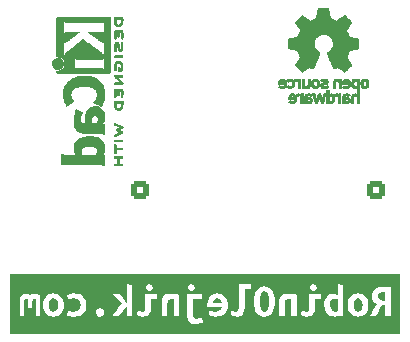
<source format=gbo>
%TF.GenerationSoftware,KiCad,Pcbnew,(6.0.7)*%
%TF.CreationDate,2022-08-03T23:31:13+02:00*%
%TF.ProjectId,rj45-pinheader-breakout,726a3435-2d70-4696-9e68-65616465722d,rev?*%
%TF.SameCoordinates,Original*%
%TF.FileFunction,Legend,Bot*%
%TF.FilePolarity,Positive*%
%FSLAX46Y46*%
G04 Gerber Fmt 4.6, Leading zero omitted, Abs format (unit mm)*
G04 Created by KiCad (PCBNEW (6.0.7)) date 2022-08-03 23:31:13*
%MOMM*%
%LPD*%
G01*
G04 APERTURE LIST*
G04 Aperture macros list*
%AMRoundRect*
0 Rectangle with rounded corners*
0 $1 Rounding radius*
0 $2 $3 $4 $5 $6 $7 $8 $9 X,Y pos of 4 corners*
0 Add a 4 corners polygon primitive as box body*
4,1,4,$2,$3,$4,$5,$6,$7,$8,$9,$2,$3,0*
0 Add four circle primitives for the rounded corners*
1,1,$1+$1,$2,$3*
1,1,$1+$1,$4,$5*
1,1,$1+$1,$6,$7*
1,1,$1+$1,$8,$9*
0 Add four rect primitives between the rounded corners*
20,1,$1+$1,$2,$3,$4,$5,0*
20,1,$1+$1,$4,$5,$6,$7,0*
20,1,$1+$1,$6,$7,$8,$9,0*
20,1,$1+$1,$8,$9,$2,$3,0*%
G04 Aperture macros list end*
%ADD10C,0.010000*%
%ADD11R,1.700000X1.700000*%
%ADD12O,1.700000X1.700000*%
%ADD13C,3.250000*%
%ADD14RoundRect,0.250500X0.499500X0.499500X-0.499500X0.499500X-0.499500X-0.499500X0.499500X-0.499500X0*%
%ADD15C,1.500000*%
%ADD16C,2.500000*%
%ADD17O,2.500000X4.000000*%
G04 APERTURE END LIST*
G36*
X133320158Y-77814732D02*
G01*
X133471594Y-77823311D01*
X133608283Y-77842167D01*
X133734276Y-77872163D01*
X133853625Y-77914164D01*
X133970381Y-77969031D01*
X134081179Y-78035833D01*
X134194739Y-78126637D01*
X134290211Y-78230292D01*
X134367073Y-78346113D01*
X134424797Y-78473414D01*
X134462858Y-78611511D01*
X134468666Y-78649207D01*
X134474396Y-78728248D01*
X134474583Y-78816371D01*
X134469539Y-78905764D01*
X134459578Y-78988616D01*
X134445012Y-79057113D01*
X134435364Y-79087965D01*
X134405123Y-79165270D01*
X134367617Y-79242321D01*
X134326614Y-79311800D01*
X134285879Y-79366385D01*
X134266505Y-79389084D01*
X134248662Y-79411799D01*
X134241778Y-79423221D01*
X134243424Y-79424463D01*
X134261205Y-79427272D01*
X134294370Y-79429224D01*
X134337733Y-79429955D01*
X134433689Y-79429955D01*
X134433689Y-80288104D01*
X134372974Y-80253839D01*
X134363868Y-80248645D01*
X134349249Y-80240285D01*
X134335173Y-80232712D01*
X134320540Y-80225888D01*
X134304249Y-80219773D01*
X134285198Y-80214327D01*
X134262286Y-80209513D01*
X134234413Y-80205292D01*
X134200478Y-80201623D01*
X134159379Y-80198469D01*
X134110015Y-80195789D01*
X134051286Y-80193546D01*
X133982090Y-80191701D01*
X133901326Y-80190213D01*
X133807894Y-80189045D01*
X133700692Y-80188156D01*
X133578620Y-80187509D01*
X133440576Y-80187064D01*
X133285459Y-80186782D01*
X133112168Y-80186625D01*
X132919603Y-80186552D01*
X132706662Y-80186526D01*
X132472245Y-80186507D01*
X130787378Y-80186311D01*
X130787378Y-79280983D01*
X130824067Y-79305415D01*
X130833647Y-79311682D01*
X130879981Y-79337792D01*
X130927102Y-79355531D01*
X130982251Y-79367092D01*
X131052667Y-79374669D01*
X131059650Y-79375161D01*
X131097641Y-79376938D01*
X131151576Y-79378556D01*
X131218703Y-79380001D01*
X131296271Y-79381260D01*
X131381528Y-79382320D01*
X131471724Y-79383171D01*
X131564107Y-79383797D01*
X131655925Y-79384188D01*
X131744427Y-79384330D01*
X131826862Y-79384210D01*
X131900479Y-79383817D01*
X131962526Y-79383138D01*
X132010251Y-79382159D01*
X132040904Y-79380868D01*
X132051733Y-79379253D01*
X132047333Y-79371043D01*
X132032362Y-79349353D01*
X132010448Y-79319986D01*
X131976236Y-79271121D01*
X131929714Y-79182875D01*
X131896046Y-79084084D01*
X131893231Y-79069557D01*
X132447465Y-79069557D01*
X132459389Y-79154681D01*
X132486040Y-79238867D01*
X132526962Y-79317392D01*
X132570530Y-79384800D01*
X133720721Y-79384800D01*
X133767089Y-79314244D01*
X133790791Y-79273583D01*
X133816639Y-79219454D01*
X133834829Y-79170311D01*
X133850551Y-79106835D01*
X133861541Y-79010669D01*
X133853365Y-78926100D01*
X133825805Y-78852781D01*
X133778642Y-78790363D01*
X133711658Y-78738498D01*
X133624633Y-78696840D01*
X133517350Y-78665038D01*
X133505009Y-78662455D01*
X133443772Y-78654000D01*
X133366692Y-78648337D01*
X133279002Y-78645424D01*
X133185934Y-78645217D01*
X133092720Y-78647670D01*
X133004594Y-78652739D01*
X132926788Y-78660381D01*
X132864533Y-78670552D01*
X132858666Y-78671833D01*
X132748121Y-78700874D01*
X132657575Y-78735390D01*
X132584953Y-78776544D01*
X132528181Y-78825501D01*
X132485184Y-78883426D01*
X132469615Y-78915380D01*
X132450722Y-78988216D01*
X132447465Y-79069557D01*
X131893231Y-79069557D01*
X131874231Y-78971490D01*
X131863265Y-78841836D01*
X131862219Y-78749330D01*
X131872014Y-78627989D01*
X131896174Y-78517901D01*
X131935785Y-78414611D01*
X131991932Y-78313662D01*
X132022883Y-78268497D01*
X132114115Y-78163089D01*
X132223106Y-78071462D01*
X132349726Y-77993668D01*
X132493845Y-77929759D01*
X132655332Y-77879786D01*
X132834059Y-77843802D01*
X133029895Y-77821857D01*
X133185934Y-77816100D01*
X133242711Y-77814006D01*
X133320158Y-77814732D01*
G37*
D10*
X133320158Y-77814732D02*
X133471594Y-77823311D01*
X133608283Y-77842167D01*
X133734276Y-77872163D01*
X133853625Y-77914164D01*
X133970381Y-77969031D01*
X134081179Y-78035833D01*
X134194739Y-78126637D01*
X134290211Y-78230292D01*
X134367073Y-78346113D01*
X134424797Y-78473414D01*
X134462858Y-78611511D01*
X134468666Y-78649207D01*
X134474396Y-78728248D01*
X134474583Y-78816371D01*
X134469539Y-78905764D01*
X134459578Y-78988616D01*
X134445012Y-79057113D01*
X134435364Y-79087965D01*
X134405123Y-79165270D01*
X134367617Y-79242321D01*
X134326614Y-79311800D01*
X134285879Y-79366385D01*
X134266505Y-79389084D01*
X134248662Y-79411799D01*
X134241778Y-79423221D01*
X134243424Y-79424463D01*
X134261205Y-79427272D01*
X134294370Y-79429224D01*
X134337733Y-79429955D01*
X134433689Y-79429955D01*
X134433689Y-80288104D01*
X134372974Y-80253839D01*
X134363868Y-80248645D01*
X134349249Y-80240285D01*
X134335173Y-80232712D01*
X134320540Y-80225888D01*
X134304249Y-80219773D01*
X134285198Y-80214327D01*
X134262286Y-80209513D01*
X134234413Y-80205292D01*
X134200478Y-80201623D01*
X134159379Y-80198469D01*
X134110015Y-80195789D01*
X134051286Y-80193546D01*
X133982090Y-80191701D01*
X133901326Y-80190213D01*
X133807894Y-80189045D01*
X133700692Y-80188156D01*
X133578620Y-80187509D01*
X133440576Y-80187064D01*
X133285459Y-80186782D01*
X133112168Y-80186625D01*
X132919603Y-80186552D01*
X132706662Y-80186526D01*
X132472245Y-80186507D01*
X130787378Y-80186311D01*
X130787378Y-79280983D01*
X130824067Y-79305415D01*
X130833647Y-79311682D01*
X130879981Y-79337792D01*
X130927102Y-79355531D01*
X130982251Y-79367092D01*
X131052667Y-79374669D01*
X131059650Y-79375161D01*
X131097641Y-79376938D01*
X131151576Y-79378556D01*
X131218703Y-79380001D01*
X131296271Y-79381260D01*
X131381528Y-79382320D01*
X131471724Y-79383171D01*
X131564107Y-79383797D01*
X131655925Y-79384188D01*
X131744427Y-79384330D01*
X131826862Y-79384210D01*
X131900479Y-79383817D01*
X131962526Y-79383138D01*
X132010251Y-79382159D01*
X132040904Y-79380868D01*
X132051733Y-79379253D01*
X132047333Y-79371043D01*
X132032362Y-79349353D01*
X132010448Y-79319986D01*
X131976236Y-79271121D01*
X131929714Y-79182875D01*
X131896046Y-79084084D01*
X131893231Y-79069557D01*
X132447465Y-79069557D01*
X132459389Y-79154681D01*
X132486040Y-79238867D01*
X132526962Y-79317392D01*
X132570530Y-79384800D01*
X133720721Y-79384800D01*
X133767089Y-79314244D01*
X133790791Y-79273583D01*
X133816639Y-79219454D01*
X133834829Y-79170311D01*
X133850551Y-79106835D01*
X133861541Y-79010669D01*
X133853365Y-78926100D01*
X133825805Y-78852781D01*
X133778642Y-78790363D01*
X133711658Y-78738498D01*
X133624633Y-78696840D01*
X133517350Y-78665038D01*
X133505009Y-78662455D01*
X133443772Y-78654000D01*
X133366692Y-78648337D01*
X133279002Y-78645424D01*
X133185934Y-78645217D01*
X133092720Y-78647670D01*
X133004594Y-78652739D01*
X132926788Y-78660381D01*
X132864533Y-78670552D01*
X132858666Y-78671833D01*
X132748121Y-78700874D01*
X132657575Y-78735390D01*
X132584953Y-78776544D01*
X132528181Y-78825501D01*
X132485184Y-78883426D01*
X132469615Y-78915380D01*
X132450722Y-78988216D01*
X132447465Y-79069557D01*
X131893231Y-79069557D01*
X131874231Y-78971490D01*
X131863265Y-78841836D01*
X131862219Y-78749330D01*
X131872014Y-78627989D01*
X131896174Y-78517901D01*
X131935785Y-78414611D01*
X131991932Y-78313662D01*
X132022883Y-78268497D01*
X132114115Y-78163089D01*
X132223106Y-78071462D01*
X132349726Y-77993668D01*
X132493845Y-77929759D01*
X132655332Y-77879786D01*
X132834059Y-77843802D01*
X133029895Y-77821857D01*
X133185934Y-77816100D01*
X133242711Y-77814006D01*
X133320158Y-77814732D01*
G36*
X135395178Y-78489083D02*
G01*
X135396631Y-78490443D01*
X135404992Y-78501646D01*
X135410547Y-78518748D01*
X135413840Y-78545918D01*
X135415418Y-78587322D01*
X135415822Y-78647127D01*
X135415822Y-78786489D01*
X135679589Y-78786489D01*
X135755417Y-78786564D01*
X135822083Y-78786972D01*
X135871867Y-78787954D01*
X135907784Y-78789750D01*
X135932850Y-78792601D01*
X135950081Y-78796747D01*
X135962492Y-78802429D01*
X135973100Y-78809886D01*
X135975906Y-78812176D01*
X135998548Y-78843354D01*
X136000112Y-78877734D01*
X135980267Y-78910666D01*
X135972191Y-78917645D01*
X135961593Y-78923117D01*
X135945749Y-78927137D01*
X135921773Y-78929928D01*
X135886774Y-78931712D01*
X135837864Y-78932711D01*
X135772154Y-78933148D01*
X135686756Y-78933244D01*
X135415822Y-78933244D01*
X135415822Y-79079180D01*
X135415821Y-79090280D01*
X135415596Y-79146798D01*
X135414457Y-79185642D01*
X135411657Y-79211035D01*
X135406450Y-79227196D01*
X135398089Y-79238348D01*
X135385826Y-79248711D01*
X135355138Y-79264559D01*
X135321358Y-79261457D01*
X135288822Y-79235813D01*
X135285105Y-79230871D01*
X135280269Y-79220662D01*
X135276506Y-79205236D01*
X135273683Y-79182114D01*
X135271670Y-79148817D01*
X135270333Y-79102863D01*
X135269542Y-79041772D01*
X135269163Y-78963065D01*
X135269067Y-78864260D01*
X135269068Y-78844233D01*
X135269158Y-78750110D01*
X135269498Y-78675595D01*
X135270239Y-78618189D01*
X135271535Y-78575389D01*
X135273537Y-78544696D01*
X135276396Y-78523609D01*
X135280266Y-78509627D01*
X135285298Y-78500250D01*
X135291645Y-78492978D01*
X135324362Y-78474172D01*
X135361939Y-78472725D01*
X135395178Y-78489083D01*
G37*
X135395178Y-78489083D02*
X135396631Y-78490443D01*
X135404992Y-78501646D01*
X135410547Y-78518748D01*
X135413840Y-78545918D01*
X135415418Y-78587322D01*
X135415822Y-78647127D01*
X135415822Y-78786489D01*
X135679589Y-78786489D01*
X135755417Y-78786564D01*
X135822083Y-78786972D01*
X135871867Y-78787954D01*
X135907784Y-78789750D01*
X135932850Y-78792601D01*
X135950081Y-78796747D01*
X135962492Y-78802429D01*
X135973100Y-78809886D01*
X135975906Y-78812176D01*
X135998548Y-78843354D01*
X136000112Y-78877734D01*
X135980267Y-78910666D01*
X135972191Y-78917645D01*
X135961593Y-78923117D01*
X135945749Y-78927137D01*
X135921773Y-78929928D01*
X135886774Y-78931712D01*
X135837864Y-78932711D01*
X135772154Y-78933148D01*
X135686756Y-78933244D01*
X135415822Y-78933244D01*
X135415822Y-79079180D01*
X135415821Y-79090280D01*
X135415596Y-79146798D01*
X135414457Y-79185642D01*
X135411657Y-79211035D01*
X135406450Y-79227196D01*
X135398089Y-79238348D01*
X135385826Y-79248711D01*
X135355138Y-79264559D01*
X135321358Y-79261457D01*
X135288822Y-79235813D01*
X135285105Y-79230871D01*
X135280269Y-79220662D01*
X135276506Y-79205236D01*
X135273683Y-79182114D01*
X135271670Y-79148817D01*
X135270333Y-79102863D01*
X135269542Y-79041772D01*
X135269163Y-78963065D01*
X135269067Y-78864260D01*
X135269068Y-78844233D01*
X135269158Y-78750110D01*
X135269498Y-78675595D01*
X135270239Y-78618189D01*
X135271535Y-78575389D01*
X135273537Y-78544696D01*
X135276396Y-78523609D01*
X135280266Y-78509627D01*
X135285298Y-78500250D01*
X135291645Y-78492978D01*
X135324362Y-78474172D01*
X135361939Y-78472725D01*
X135395178Y-78489083D01*
G36*
X135535041Y-67723130D02*
G01*
X135635956Y-67723378D01*
X135711617Y-67723417D01*
X135789526Y-67723672D01*
X135849536Y-67724316D01*
X135894264Y-67725520D01*
X135926326Y-67727457D01*
X135948340Y-67730297D01*
X135962924Y-67734212D01*
X135972694Y-67739374D01*
X135980267Y-67745955D01*
X135986501Y-67752923D01*
X135993801Y-67765921D01*
X135998554Y-67785069D01*
X136001292Y-67814472D01*
X136002545Y-67858238D01*
X136002845Y-67920472D01*
X136002469Y-67969418D01*
X135998041Y-68076278D01*
X135987953Y-68165506D01*
X135971365Y-68240304D01*
X135947435Y-68303875D01*
X135915321Y-68359421D01*
X135874182Y-68410146D01*
X135868330Y-68416134D01*
X135819821Y-68453001D01*
X135759013Y-68484101D01*
X135694769Y-68505583D01*
X135635956Y-68513600D01*
X135614739Y-68512321D01*
X135557323Y-68500009D01*
X135497413Y-68477480D01*
X135443363Y-68448250D01*
X135403532Y-68415833D01*
X135386510Y-68396292D01*
X135347322Y-68341580D01*
X135317193Y-68281277D01*
X135295232Y-68212081D01*
X135280550Y-68130689D01*
X135272259Y-68033800D01*
X135270148Y-67946333D01*
X135415808Y-67946333D01*
X135415817Y-67949361D01*
X135417782Y-68000481D01*
X135422507Y-68060584D01*
X135429035Y-68117292D01*
X135438331Y-68167250D01*
X135464600Y-68242002D01*
X135503899Y-68299511D01*
X135556933Y-68341012D01*
X135608200Y-68362229D01*
X135656026Y-68363647D01*
X135706961Y-68345365D01*
X135752878Y-68315695D01*
X135795287Y-68268998D01*
X135825090Y-68207608D01*
X135844226Y-68128462D01*
X135844464Y-68126972D01*
X135850256Y-68078001D01*
X135854396Y-68019307D01*
X135856004Y-67963266D01*
X135856089Y-67870133D01*
X135415822Y-67870133D01*
X135415808Y-67946333D01*
X135270148Y-67946333D01*
X135269467Y-67918111D01*
X135269066Y-67878629D01*
X135268653Y-67832918D01*
X135270457Y-67797117D01*
X135276739Y-67770026D01*
X135289759Y-67750444D01*
X135311778Y-67737170D01*
X135345055Y-67729002D01*
X135391851Y-67724740D01*
X135415822Y-67724143D01*
X135454427Y-67723183D01*
X135535041Y-67723130D01*
G37*
X135535041Y-67723130D02*
X135635956Y-67723378D01*
X135711617Y-67723417D01*
X135789526Y-67723672D01*
X135849536Y-67724316D01*
X135894264Y-67725520D01*
X135926326Y-67727457D01*
X135948340Y-67730297D01*
X135962924Y-67734212D01*
X135972694Y-67739374D01*
X135980267Y-67745955D01*
X135986501Y-67752923D01*
X135993801Y-67765921D01*
X135998554Y-67785069D01*
X136001292Y-67814472D01*
X136002545Y-67858238D01*
X136002845Y-67920472D01*
X136002469Y-67969418D01*
X135998041Y-68076278D01*
X135987953Y-68165506D01*
X135971365Y-68240304D01*
X135947435Y-68303875D01*
X135915321Y-68359421D01*
X135874182Y-68410146D01*
X135868330Y-68416134D01*
X135819821Y-68453001D01*
X135759013Y-68484101D01*
X135694769Y-68505583D01*
X135635956Y-68513600D01*
X135614739Y-68512321D01*
X135557323Y-68500009D01*
X135497413Y-68477480D01*
X135443363Y-68448250D01*
X135403532Y-68415833D01*
X135386510Y-68396292D01*
X135347322Y-68341580D01*
X135317193Y-68281277D01*
X135295232Y-68212081D01*
X135280550Y-68130689D01*
X135272259Y-68033800D01*
X135270148Y-67946333D01*
X135415808Y-67946333D01*
X135415817Y-67949361D01*
X135417782Y-68000481D01*
X135422507Y-68060584D01*
X135429035Y-68117292D01*
X135438331Y-68167250D01*
X135464600Y-68242002D01*
X135503899Y-68299511D01*
X135556933Y-68341012D01*
X135608200Y-68362229D01*
X135656026Y-68363647D01*
X135706961Y-68345365D01*
X135752878Y-68315695D01*
X135795287Y-68268998D01*
X135825090Y-68207608D01*
X135844226Y-68128462D01*
X135844464Y-68126972D01*
X135850256Y-68078001D01*
X135854396Y-68019307D01*
X135856004Y-67963266D01*
X135856089Y-67870133D01*
X135415822Y-67870133D01*
X135415808Y-67946333D01*
X135270148Y-67946333D01*
X135269467Y-67918111D01*
X135269066Y-67878629D01*
X135268653Y-67832918D01*
X135270457Y-67797117D01*
X135276739Y-67770026D01*
X135289759Y-67750444D01*
X135311778Y-67737170D01*
X135345055Y-67729002D01*
X135391851Y-67724740D01*
X135415822Y-67724143D01*
X135454427Y-67723183D01*
X135535041Y-67723130D01*
G36*
X135351915Y-76704772D02*
G01*
X135386481Y-76717636D01*
X135434826Y-76737395D01*
X135493825Y-76762619D01*
X135560355Y-76791881D01*
X135631291Y-76823750D01*
X135703507Y-76856799D01*
X135773880Y-76889599D01*
X135839285Y-76920720D01*
X135896597Y-76948735D01*
X135942692Y-76972214D01*
X135974446Y-76989728D01*
X135988733Y-76999849D01*
X136002102Y-77034257D01*
X135995741Y-77075954D01*
X135991044Y-77081319D01*
X135968893Y-77097148D01*
X135932132Y-77119350D01*
X135884415Y-77145767D01*
X135829393Y-77174240D01*
X135670150Y-77254014D01*
X135816742Y-77327201D01*
X135836032Y-77336897D01*
X135888380Y-77363875D01*
X135933170Y-77387904D01*
X135966154Y-77406668D01*
X135983089Y-77417854D01*
X135984332Y-77419000D01*
X135999619Y-77447121D01*
X136001302Y-77482183D01*
X135988733Y-77513224D01*
X135985884Y-77515650D01*
X135965259Y-77527910D01*
X135927708Y-77547648D01*
X135875880Y-77573552D01*
X135812423Y-77604315D01*
X135739985Y-77638625D01*
X135661216Y-77675175D01*
X135617093Y-77695415D01*
X135536365Y-77732188D01*
X135472687Y-77760645D01*
X135423752Y-77781669D01*
X135387257Y-77796146D01*
X135360895Y-77804961D01*
X135342361Y-77808996D01*
X135329352Y-77809138D01*
X135319561Y-77806270D01*
X135298678Y-77791613D01*
X135278377Y-77765010D01*
X135278035Y-77764255D01*
X135271034Y-77744665D01*
X135270504Y-77727210D01*
X135278478Y-77710298D01*
X135296989Y-77692337D01*
X135328071Y-77671737D01*
X135373756Y-77646905D01*
X135436078Y-77616250D01*
X135517071Y-77578180D01*
X135548454Y-77563546D01*
X135611638Y-77533797D01*
X135666244Y-77507703D01*
X135709290Y-77486708D01*
X135737793Y-77472261D01*
X135748770Y-77465809D01*
X135748189Y-77464450D01*
X135734242Y-77454458D01*
X135704704Y-77437167D01*
X135663087Y-77414570D01*
X135612903Y-77388662D01*
X135581414Y-77372689D01*
X135526061Y-77343739D01*
X135487044Y-77321251D01*
X135461566Y-77303035D01*
X135446831Y-77286904D01*
X135440042Y-77270670D01*
X135438400Y-77252143D01*
X135438875Y-77241640D01*
X135443082Y-77225524D01*
X135453946Y-77210210D01*
X135474219Y-77193612D01*
X135506654Y-77173643D01*
X135554004Y-77148217D01*
X135619022Y-77115248D01*
X135638277Y-77105515D01*
X135684946Y-77081057D01*
X135721109Y-77060822D01*
X135743497Y-77046689D01*
X135748845Y-77040540D01*
X135745573Y-77039173D01*
X135724664Y-77029798D01*
X135687725Y-77012938D01*
X135637874Y-76990021D01*
X135578226Y-76962480D01*
X135511898Y-76931745D01*
X135454677Y-76905030D01*
X135392688Y-76875407D01*
X135346949Y-76852336D01*
X135314908Y-76834357D01*
X135294014Y-76820010D01*
X135281718Y-76807834D01*
X135275466Y-76796368D01*
X135272574Y-76786958D01*
X135272425Y-76761853D01*
X135287768Y-76734710D01*
X135288753Y-76733410D01*
X135311388Y-76711326D01*
X135333613Y-76700277D01*
X135334253Y-76700231D01*
X135351915Y-76704772D01*
G37*
X135351915Y-76704772D02*
X135386481Y-76717636D01*
X135434826Y-76737395D01*
X135493825Y-76762619D01*
X135560355Y-76791881D01*
X135631291Y-76823750D01*
X135703507Y-76856799D01*
X135773880Y-76889599D01*
X135839285Y-76920720D01*
X135896597Y-76948735D01*
X135942692Y-76972214D01*
X135974446Y-76989728D01*
X135988733Y-76999849D01*
X136002102Y-77034257D01*
X135995741Y-77075954D01*
X135991044Y-77081319D01*
X135968893Y-77097148D01*
X135932132Y-77119350D01*
X135884415Y-77145767D01*
X135829393Y-77174240D01*
X135670150Y-77254014D01*
X135816742Y-77327201D01*
X135836032Y-77336897D01*
X135888380Y-77363875D01*
X135933170Y-77387904D01*
X135966154Y-77406668D01*
X135983089Y-77417854D01*
X135984332Y-77419000D01*
X135999619Y-77447121D01*
X136001302Y-77482183D01*
X135988733Y-77513224D01*
X135985884Y-77515650D01*
X135965259Y-77527910D01*
X135927708Y-77547648D01*
X135875880Y-77573552D01*
X135812423Y-77604315D01*
X135739985Y-77638625D01*
X135661216Y-77675175D01*
X135617093Y-77695415D01*
X135536365Y-77732188D01*
X135472687Y-77760645D01*
X135423752Y-77781669D01*
X135387257Y-77796146D01*
X135360895Y-77804961D01*
X135342361Y-77808996D01*
X135329352Y-77809138D01*
X135319561Y-77806270D01*
X135298678Y-77791613D01*
X135278377Y-77765010D01*
X135278035Y-77764255D01*
X135271034Y-77744665D01*
X135270504Y-77727210D01*
X135278478Y-77710298D01*
X135296989Y-77692337D01*
X135328071Y-77671737D01*
X135373756Y-77646905D01*
X135436078Y-77616250D01*
X135517071Y-77578180D01*
X135548454Y-77563546D01*
X135611638Y-77533797D01*
X135666244Y-77507703D01*
X135709290Y-77486708D01*
X135737793Y-77472261D01*
X135748770Y-77465809D01*
X135748189Y-77464450D01*
X135734242Y-77454458D01*
X135704704Y-77437167D01*
X135663087Y-77414570D01*
X135612903Y-77388662D01*
X135581414Y-77372689D01*
X135526061Y-77343739D01*
X135487044Y-77321251D01*
X135461566Y-77303035D01*
X135446831Y-77286904D01*
X135440042Y-77270670D01*
X135438400Y-77252143D01*
X135438875Y-77241640D01*
X135443082Y-77225524D01*
X135453946Y-77210210D01*
X135474219Y-77193612D01*
X135506654Y-77173643D01*
X135554004Y-77148217D01*
X135619022Y-77115248D01*
X135638277Y-77105515D01*
X135684946Y-77081057D01*
X135721109Y-77060822D01*
X135743497Y-77046689D01*
X135748845Y-77040540D01*
X135745573Y-77039173D01*
X135724664Y-77029798D01*
X135687725Y-77012938D01*
X135637874Y-76990021D01*
X135578226Y-76962480D01*
X135511898Y-76931745D01*
X135454677Y-76905030D01*
X135392688Y-76875407D01*
X135346949Y-76852336D01*
X135314908Y-76834357D01*
X135294014Y-76820010D01*
X135281718Y-76807834D01*
X135275466Y-76796368D01*
X135272574Y-76786958D01*
X135272425Y-76761853D01*
X135287768Y-76734710D01*
X135288753Y-76733410D01*
X135311388Y-76711326D01*
X135333613Y-76700277D01*
X135334253Y-76700231D01*
X135351915Y-76704772D01*
G36*
X131243011Y-67723941D02*
G01*
X131390216Y-67723638D01*
X131554349Y-67723452D01*
X131736352Y-67723358D01*
X131937165Y-67723329D01*
X132157732Y-67723339D01*
X132398992Y-67723364D01*
X132661889Y-67723378D01*
X132704040Y-67723378D01*
X132964668Y-67723354D01*
X133203796Y-67723315D01*
X133422360Y-67723292D01*
X133621295Y-67723313D01*
X133801535Y-67723407D01*
X133964015Y-67723605D01*
X134109670Y-67723937D01*
X134239434Y-67724431D01*
X134354243Y-67725117D01*
X134455030Y-67726024D01*
X134542730Y-67727183D01*
X134618279Y-67728622D01*
X134682611Y-67730371D01*
X134736661Y-67732460D01*
X134781363Y-67734917D01*
X134817652Y-67737773D01*
X134846463Y-67741057D01*
X134868731Y-67744798D01*
X134885390Y-67749026D01*
X134897375Y-67753771D01*
X134905621Y-67759061D01*
X134911062Y-67764927D01*
X134914634Y-67771398D01*
X134917270Y-67778503D01*
X134919906Y-67786272D01*
X134923477Y-67794734D01*
X134925145Y-67799092D01*
X134927111Y-67807605D01*
X134928911Y-67820306D01*
X134930555Y-67838115D01*
X134932047Y-67861951D01*
X134933397Y-67892734D01*
X134934611Y-67931383D01*
X134935697Y-67978818D01*
X134936661Y-68035957D01*
X134937511Y-68103721D01*
X134938253Y-68183029D01*
X134938897Y-68274801D01*
X134939447Y-68379956D01*
X134939913Y-68499413D01*
X134940300Y-68634092D01*
X134940616Y-68784912D01*
X134940869Y-68952794D01*
X134941066Y-69138655D01*
X134941213Y-69343417D01*
X134941318Y-69567998D01*
X134941389Y-69813318D01*
X134941432Y-70080296D01*
X134941437Y-70118679D01*
X134941480Y-70384078D01*
X134941525Y-70627950D01*
X134941548Y-70851217D01*
X134941524Y-71054804D01*
X134941430Y-71239633D01*
X134941243Y-71406627D01*
X134940939Y-71556710D01*
X134940494Y-71690804D01*
X134939885Y-71809834D01*
X134939089Y-71914721D01*
X134938080Y-72006390D01*
X134936837Y-72085763D01*
X134935335Y-72153763D01*
X134933551Y-72211314D01*
X134931461Y-72259338D01*
X134929042Y-72298760D01*
X134926270Y-72330501D01*
X134923121Y-72355486D01*
X134919572Y-72374636D01*
X134915598Y-72388877D01*
X134911178Y-72399129D01*
X134906286Y-72406318D01*
X134900900Y-72411365D01*
X134894996Y-72415195D01*
X134888549Y-72418729D01*
X134881537Y-72422892D01*
X134879687Y-72423975D01*
X134874180Y-72426187D01*
X134865868Y-72428214D01*
X134853809Y-72430062D01*
X134837063Y-72431739D01*
X134814687Y-72433255D01*
X134785740Y-72434617D01*
X134749280Y-72435833D01*
X134704367Y-72436911D01*
X134650057Y-72437860D01*
X134585410Y-72438688D01*
X134509484Y-72439403D01*
X134421338Y-72440013D01*
X134320029Y-72440526D01*
X134204617Y-72440950D01*
X134074160Y-72441294D01*
X133927716Y-72441566D01*
X133764344Y-72441773D01*
X133583101Y-72441924D01*
X133383048Y-72442028D01*
X133163241Y-72442092D01*
X132922739Y-72442124D01*
X132660602Y-72442133D01*
X130469031Y-72442133D01*
X130430649Y-72403751D01*
X130406911Y-72376645D01*
X130395111Y-72349747D01*
X130392267Y-72313440D01*
X130392267Y-72261511D01*
X130480206Y-72261511D01*
X130530102Y-72259573D01*
X130640523Y-72240801D01*
X130741987Y-72203783D01*
X130833152Y-72150631D01*
X130912673Y-72083454D01*
X130934249Y-72057805D01*
X131904978Y-72057805D01*
X133081845Y-72060880D01*
X134258711Y-72063955D01*
X134317622Y-72090593D01*
X134342183Y-72102515D01*
X134372434Y-72119754D01*
X134389560Y-72132926D01*
X134397591Y-72140924D01*
X134412493Y-72148622D01*
X134413765Y-72144740D01*
X134415791Y-72121480D01*
X134417626Y-72079126D01*
X134419227Y-72019868D01*
X134420549Y-71945893D01*
X134421548Y-71859390D01*
X134422180Y-71762548D01*
X134422400Y-71657555D01*
X134422349Y-71588644D01*
X134422091Y-71490393D01*
X134421637Y-71400970D01*
X134421010Y-71322667D01*
X134420235Y-71257777D01*
X134419335Y-71208589D01*
X134418334Y-71177396D01*
X134417257Y-71166489D01*
X134414037Y-71167678D01*
X134396452Y-71177824D01*
X134370158Y-71194960D01*
X134357691Y-71203460D01*
X134343622Y-71212671D01*
X134329351Y-71220767D01*
X134313479Y-71227815D01*
X134294609Y-71233883D01*
X134271341Y-71239039D01*
X134242278Y-71243349D01*
X134206021Y-71246881D01*
X134161170Y-71249703D01*
X134106328Y-71251882D01*
X134040097Y-71253486D01*
X133961077Y-71254581D01*
X133867871Y-71255235D01*
X133759079Y-71255516D01*
X133633303Y-71255491D01*
X133489145Y-71255228D01*
X133325207Y-71254794D01*
X133140089Y-71254255D01*
X132961232Y-71253721D01*
X132802374Y-71253195D01*
X132663316Y-71252650D01*
X132542665Y-71252055D01*
X132439028Y-71251381D01*
X132351011Y-71250597D01*
X132277223Y-71249674D01*
X132216269Y-71248581D01*
X132166757Y-71247288D01*
X132127293Y-71245765D01*
X132096484Y-71243981D01*
X132072938Y-71241908D01*
X132055260Y-71239514D01*
X132042059Y-71236770D01*
X132031940Y-71233644D01*
X132023511Y-71230108D01*
X132015375Y-71226209D01*
X131978544Y-71206562D01*
X131948391Y-71187775D01*
X131946908Y-71186728D01*
X131924659Y-71172398D01*
X131911702Y-71166489D01*
X131911249Y-71167496D01*
X131909803Y-71184695D01*
X131908480Y-71221344D01*
X131907316Y-71275038D01*
X131906347Y-71343370D01*
X131905611Y-71423936D01*
X131905142Y-71514330D01*
X131904978Y-71612147D01*
X131904978Y-72057805D01*
X130934249Y-72057805D01*
X130979205Y-72004362D01*
X131031406Y-71915466D01*
X131067930Y-71818875D01*
X131087434Y-71716700D01*
X131088573Y-71611050D01*
X131070005Y-71504036D01*
X131030384Y-71397768D01*
X130972516Y-71300781D01*
X130897684Y-71215707D01*
X130809615Y-71146985D01*
X130710616Y-71096082D01*
X130602993Y-71064465D01*
X130489054Y-71053600D01*
X130392267Y-71053600D01*
X130392267Y-69825884D01*
X131001867Y-69825884D01*
X131002117Y-70957644D01*
X131032722Y-70918133D01*
X131040089Y-70908752D01*
X131094438Y-70845817D01*
X131162259Y-70777003D01*
X131245516Y-70700404D01*
X131346178Y-70614112D01*
X131366847Y-70596948D01*
X131416409Y-70556167D01*
X131477326Y-70506412D01*
X131547898Y-70449045D01*
X131626424Y-70385431D01*
X131711204Y-70316931D01*
X131800537Y-70244910D01*
X131892722Y-70170730D01*
X131911702Y-70155483D01*
X131986060Y-70095754D01*
X132078848Y-70021347D01*
X132169388Y-69948869D01*
X132255978Y-69879686D01*
X132336918Y-69815159D01*
X132410506Y-69756653D01*
X132475044Y-69705530D01*
X132528829Y-69663153D01*
X132570162Y-69630885D01*
X132597342Y-69610090D01*
X132608668Y-69602131D01*
X132612771Y-69603889D01*
X132633334Y-69616770D01*
X132669561Y-69641115D01*
X132719824Y-69675753D01*
X132782492Y-69719514D01*
X132855936Y-69771225D01*
X132938527Y-69829716D01*
X133028636Y-69893816D01*
X133124631Y-69962354D01*
X133224885Y-70034157D01*
X133327768Y-70108056D01*
X133431650Y-70182879D01*
X133534901Y-70257455D01*
X133635892Y-70330613D01*
X133732994Y-70401181D01*
X133824577Y-70467989D01*
X133909011Y-70529865D01*
X133984667Y-70585639D01*
X134049916Y-70634138D01*
X134103128Y-70674193D01*
X134142673Y-70704631D01*
X134168026Y-70725056D01*
X134222295Y-70771101D01*
X134278775Y-70821388D01*
X134328669Y-70868185D01*
X134422400Y-70959349D01*
X134422400Y-69804910D01*
X134346200Y-69805544D01*
X134304160Y-69804426D01*
X134268334Y-69798696D01*
X134230772Y-69786110D01*
X134182577Y-69764432D01*
X134175897Y-69761211D01*
X134126359Y-69735812D01*
X134078369Y-69709004D01*
X134041466Y-69686083D01*
X134034834Y-69681515D01*
X134003593Y-69659484D01*
X133958654Y-69627307D01*
X133902147Y-69586543D01*
X133836204Y-69538755D01*
X133762957Y-69485502D01*
X133684536Y-69428345D01*
X133603072Y-69368845D01*
X133520698Y-69308563D01*
X133439544Y-69249060D01*
X133361742Y-69191895D01*
X133289423Y-69138630D01*
X133224718Y-69090826D01*
X133169759Y-69050043D01*
X133126676Y-69017842D01*
X133097602Y-68995784D01*
X133084667Y-68985429D01*
X133080351Y-68980956D01*
X133078312Y-68976764D01*
X133080926Y-68973357D01*
X133089986Y-68970675D01*
X133107285Y-68968659D01*
X133134614Y-68967252D01*
X133173765Y-68966395D01*
X133226533Y-68966030D01*
X133294707Y-68966097D01*
X133380082Y-68966540D01*
X133484449Y-68967298D01*
X133609600Y-68968315D01*
X133654300Y-68968692D01*
X133775395Y-68969831D01*
X133876688Y-68971028D01*
X133960262Y-68972364D01*
X134028204Y-68973923D01*
X134082599Y-68975785D01*
X134125532Y-68978034D01*
X134159089Y-68980752D01*
X134185355Y-68984021D01*
X134206416Y-68987922D01*
X134224357Y-68992539D01*
X134250770Y-69000808D01*
X134312772Y-69024417D01*
X134365573Y-69050315D01*
X134402645Y-69075465D01*
X134404075Y-69076661D01*
X134408424Y-69078832D01*
X134412026Y-69076672D01*
X134414951Y-69068356D01*
X134417269Y-69052060D01*
X134419051Y-69025959D01*
X134420367Y-68988229D01*
X134421286Y-68937044D01*
X134421878Y-68870580D01*
X134422215Y-68787013D01*
X134422365Y-68684517D01*
X134422400Y-68561268D01*
X134422400Y-68029704D01*
X134364783Y-68068477D01*
X134355893Y-68074568D01*
X134341069Y-68085024D01*
X134327422Y-68094421D01*
X134313765Y-68102817D01*
X134298911Y-68110267D01*
X134281670Y-68116827D01*
X134260855Y-68122554D01*
X134235280Y-68127505D01*
X134203755Y-68131734D01*
X134165093Y-68135299D01*
X134118107Y-68138256D01*
X134061608Y-68140660D01*
X133994409Y-68142569D01*
X133915322Y-68144038D01*
X133823160Y-68145124D01*
X133716734Y-68145882D01*
X133594857Y-68146370D01*
X133456341Y-68146642D01*
X133299999Y-68146757D01*
X133124642Y-68146769D01*
X132929082Y-68146735D01*
X132712133Y-68146711D01*
X132589513Y-68146720D01*
X132384447Y-68146757D01*
X132200116Y-68146773D01*
X132035334Y-68146712D01*
X131888916Y-68146516D01*
X131759674Y-68146130D01*
X131646422Y-68145495D01*
X131547975Y-68144556D01*
X131463144Y-68143255D01*
X131390744Y-68141536D01*
X131329589Y-68139341D01*
X131278492Y-68136615D01*
X131236267Y-68133299D01*
X131201727Y-68129338D01*
X131173686Y-68124675D01*
X131150958Y-68119253D01*
X131132356Y-68113014D01*
X131116693Y-68105903D01*
X131102784Y-68097862D01*
X131089441Y-68088834D01*
X131075479Y-68078764D01*
X131059711Y-68067593D01*
X131001867Y-68027803D01*
X131001867Y-69087686D01*
X131064966Y-69049689D01*
X131090005Y-69035007D01*
X131117586Y-69020469D01*
X131145700Y-69008373D01*
X131176551Y-68998468D01*
X131212344Y-68990506D01*
X131255283Y-68984239D01*
X131307574Y-68979418D01*
X131371419Y-68975794D01*
X131449025Y-68973119D01*
X131542594Y-68971143D01*
X131654333Y-68969618D01*
X131786445Y-68968296D01*
X131906434Y-68967387D01*
X132023063Y-68966980D01*
X132118531Y-68967233D01*
X132192556Y-68968143D01*
X132244855Y-68969707D01*
X132275149Y-68971921D01*
X132283156Y-68974780D01*
X132279858Y-68977839D01*
X132258408Y-68995994D01*
X132221889Y-69025725D01*
X132172442Y-69065361D01*
X132112207Y-69113229D01*
X132043327Y-69167657D01*
X131967943Y-69226973D01*
X131888196Y-69289505D01*
X131806228Y-69353579D01*
X131724180Y-69417525D01*
X131644194Y-69479669D01*
X131568411Y-69538339D01*
X131498973Y-69591863D01*
X131438021Y-69638570D01*
X131387696Y-69676786D01*
X131350140Y-69704839D01*
X131327495Y-69721057D01*
X131255212Y-69766365D01*
X131175463Y-69806339D01*
X131107188Y-69827870D01*
X131049844Y-69831173D01*
X131001867Y-69825884D01*
X130392267Y-69825884D01*
X130392267Y-69433247D01*
X130392280Y-69222103D01*
X130392330Y-69017980D01*
X130392430Y-68834314D01*
X130392592Y-68670009D01*
X130392829Y-68523971D01*
X130393153Y-68395106D01*
X130393575Y-68282317D01*
X130394109Y-68184512D01*
X130394767Y-68100596D01*
X130395561Y-68029473D01*
X130396504Y-67970050D01*
X130397608Y-67921232D01*
X130398884Y-67881923D01*
X130400347Y-67851031D01*
X130402007Y-67827459D01*
X130403878Y-67810114D01*
X130405972Y-67797901D01*
X130408300Y-67789725D01*
X130410876Y-67784492D01*
X130414445Y-67778496D01*
X130417978Y-67771721D01*
X130421488Y-67765522D01*
X130425918Y-67759874D01*
X130432208Y-67754753D01*
X130441301Y-67750131D01*
X130454139Y-67745985D01*
X130471662Y-67742287D01*
X130494813Y-67739013D01*
X130524534Y-67736137D01*
X130561765Y-67733633D01*
X130607449Y-67731476D01*
X130662527Y-67729640D01*
X130727941Y-67728100D01*
X130804633Y-67726830D01*
X130893544Y-67725805D01*
X130995617Y-67724999D01*
X131001867Y-67724966D01*
X131111792Y-67724386D01*
X131243011Y-67723941D01*
G37*
X131243011Y-67723941D02*
X131390216Y-67723638D01*
X131554349Y-67723452D01*
X131736352Y-67723358D01*
X131937165Y-67723329D01*
X132157732Y-67723339D01*
X132398992Y-67723364D01*
X132661889Y-67723378D01*
X132704040Y-67723378D01*
X132964668Y-67723354D01*
X133203796Y-67723315D01*
X133422360Y-67723292D01*
X133621295Y-67723313D01*
X133801535Y-67723407D01*
X133964015Y-67723605D01*
X134109670Y-67723937D01*
X134239434Y-67724431D01*
X134354243Y-67725117D01*
X134455030Y-67726024D01*
X134542730Y-67727183D01*
X134618279Y-67728622D01*
X134682611Y-67730371D01*
X134736661Y-67732460D01*
X134781363Y-67734917D01*
X134817652Y-67737773D01*
X134846463Y-67741057D01*
X134868731Y-67744798D01*
X134885390Y-67749026D01*
X134897375Y-67753771D01*
X134905621Y-67759061D01*
X134911062Y-67764927D01*
X134914634Y-67771398D01*
X134917270Y-67778503D01*
X134919906Y-67786272D01*
X134923477Y-67794734D01*
X134925145Y-67799092D01*
X134927111Y-67807605D01*
X134928911Y-67820306D01*
X134930555Y-67838115D01*
X134932047Y-67861951D01*
X134933397Y-67892734D01*
X134934611Y-67931383D01*
X134935697Y-67978818D01*
X134936661Y-68035957D01*
X134937511Y-68103721D01*
X134938253Y-68183029D01*
X134938897Y-68274801D01*
X134939447Y-68379956D01*
X134939913Y-68499413D01*
X134940300Y-68634092D01*
X134940616Y-68784912D01*
X134940869Y-68952794D01*
X134941066Y-69138655D01*
X134941213Y-69343417D01*
X134941318Y-69567998D01*
X134941389Y-69813318D01*
X134941432Y-70080296D01*
X134941437Y-70118679D01*
X134941480Y-70384078D01*
X134941525Y-70627950D01*
X134941548Y-70851217D01*
X134941524Y-71054804D01*
X134941430Y-71239633D01*
X134941243Y-71406627D01*
X134940939Y-71556710D01*
X134940494Y-71690804D01*
X134939885Y-71809834D01*
X134939089Y-71914721D01*
X134938080Y-72006390D01*
X134936837Y-72085763D01*
X134935335Y-72153763D01*
X134933551Y-72211314D01*
X134931461Y-72259338D01*
X134929042Y-72298760D01*
X134926270Y-72330501D01*
X134923121Y-72355486D01*
X134919572Y-72374636D01*
X134915598Y-72388877D01*
X134911178Y-72399129D01*
X134906286Y-72406318D01*
X134900900Y-72411365D01*
X134894996Y-72415195D01*
X134888549Y-72418729D01*
X134881537Y-72422892D01*
X134879687Y-72423975D01*
X134874180Y-72426187D01*
X134865868Y-72428214D01*
X134853809Y-72430062D01*
X134837063Y-72431739D01*
X134814687Y-72433255D01*
X134785740Y-72434617D01*
X134749280Y-72435833D01*
X134704367Y-72436911D01*
X134650057Y-72437860D01*
X134585410Y-72438688D01*
X134509484Y-72439403D01*
X134421338Y-72440013D01*
X134320029Y-72440526D01*
X134204617Y-72440950D01*
X134074160Y-72441294D01*
X133927716Y-72441566D01*
X133764344Y-72441773D01*
X133583101Y-72441924D01*
X133383048Y-72442028D01*
X133163241Y-72442092D01*
X132922739Y-72442124D01*
X132660602Y-72442133D01*
X130469031Y-72442133D01*
X130430649Y-72403751D01*
X130406911Y-72376645D01*
X130395111Y-72349747D01*
X130392267Y-72313440D01*
X130392267Y-72261511D01*
X130480206Y-72261511D01*
X130530102Y-72259573D01*
X130640523Y-72240801D01*
X130741987Y-72203783D01*
X130833152Y-72150631D01*
X130912673Y-72083454D01*
X130934249Y-72057805D01*
X131904978Y-72057805D01*
X133081845Y-72060880D01*
X134258711Y-72063955D01*
X134317622Y-72090593D01*
X134342183Y-72102515D01*
X134372434Y-72119754D01*
X134389560Y-72132926D01*
X134397591Y-72140924D01*
X134412493Y-72148622D01*
X134413765Y-72144740D01*
X134415791Y-72121480D01*
X134417626Y-72079126D01*
X134419227Y-72019868D01*
X134420549Y-71945893D01*
X134421548Y-71859390D01*
X134422180Y-71762548D01*
X134422400Y-71657555D01*
X134422349Y-71588644D01*
X134422091Y-71490393D01*
X134421637Y-71400970D01*
X134421010Y-71322667D01*
X134420235Y-71257777D01*
X134419335Y-71208589D01*
X134418334Y-71177396D01*
X134417257Y-71166489D01*
X134414037Y-71167678D01*
X134396452Y-71177824D01*
X134370158Y-71194960D01*
X134357691Y-71203460D01*
X134343622Y-71212671D01*
X134329351Y-71220767D01*
X134313479Y-71227815D01*
X134294609Y-71233883D01*
X134271341Y-71239039D01*
X134242278Y-71243349D01*
X134206021Y-71246881D01*
X134161170Y-71249703D01*
X134106328Y-71251882D01*
X134040097Y-71253486D01*
X133961077Y-71254581D01*
X133867871Y-71255235D01*
X133759079Y-71255516D01*
X133633303Y-71255491D01*
X133489145Y-71255228D01*
X133325207Y-71254794D01*
X133140089Y-71254255D01*
X132961232Y-71253721D01*
X132802374Y-71253195D01*
X132663316Y-71252650D01*
X132542665Y-71252055D01*
X132439028Y-71251381D01*
X132351011Y-71250597D01*
X132277223Y-71249674D01*
X132216269Y-71248581D01*
X132166757Y-71247288D01*
X132127293Y-71245765D01*
X132096484Y-71243981D01*
X132072938Y-71241908D01*
X132055260Y-71239514D01*
X132042059Y-71236770D01*
X132031940Y-71233644D01*
X132023511Y-71230108D01*
X132015375Y-71226209D01*
X131978544Y-71206562D01*
X131948391Y-71187775D01*
X131946908Y-71186728D01*
X131924659Y-71172398D01*
X131911702Y-71166489D01*
X131911249Y-71167496D01*
X131909803Y-71184695D01*
X131908480Y-71221344D01*
X131907316Y-71275038D01*
X131906347Y-71343370D01*
X131905611Y-71423936D01*
X131905142Y-71514330D01*
X131904978Y-71612147D01*
X131904978Y-72057805D01*
X130934249Y-72057805D01*
X130979205Y-72004362D01*
X131031406Y-71915466D01*
X131067930Y-71818875D01*
X131087434Y-71716700D01*
X131088573Y-71611050D01*
X131070005Y-71504036D01*
X131030384Y-71397768D01*
X130972516Y-71300781D01*
X130897684Y-71215707D01*
X130809615Y-71146985D01*
X130710616Y-71096082D01*
X130602993Y-71064465D01*
X130489054Y-71053600D01*
X130392267Y-71053600D01*
X130392267Y-69825884D01*
X131001867Y-69825884D01*
X131002117Y-70957644D01*
X131032722Y-70918133D01*
X131040089Y-70908752D01*
X131094438Y-70845817D01*
X131162259Y-70777003D01*
X131245516Y-70700404D01*
X131346178Y-70614112D01*
X131366847Y-70596948D01*
X131416409Y-70556167D01*
X131477326Y-70506412D01*
X131547898Y-70449045D01*
X131626424Y-70385431D01*
X131711204Y-70316931D01*
X131800537Y-70244910D01*
X131892722Y-70170730D01*
X131911702Y-70155483D01*
X131986060Y-70095754D01*
X132078848Y-70021347D01*
X132169388Y-69948869D01*
X132255978Y-69879686D01*
X132336918Y-69815159D01*
X132410506Y-69756653D01*
X132475044Y-69705530D01*
X132528829Y-69663153D01*
X132570162Y-69630885D01*
X132597342Y-69610090D01*
X132608668Y-69602131D01*
X132612771Y-69603889D01*
X132633334Y-69616770D01*
X132669561Y-69641115D01*
X132719824Y-69675753D01*
X132782492Y-69719514D01*
X132855936Y-69771225D01*
X132938527Y-69829716D01*
X133028636Y-69893816D01*
X133124631Y-69962354D01*
X133224885Y-70034157D01*
X133327768Y-70108056D01*
X133431650Y-70182879D01*
X133534901Y-70257455D01*
X133635892Y-70330613D01*
X133732994Y-70401181D01*
X133824577Y-70467989D01*
X133909011Y-70529865D01*
X133984667Y-70585639D01*
X134049916Y-70634138D01*
X134103128Y-70674193D01*
X134142673Y-70704631D01*
X134168026Y-70725056D01*
X134222295Y-70771101D01*
X134278775Y-70821388D01*
X134328669Y-70868185D01*
X134422400Y-70959349D01*
X134422400Y-69804910D01*
X134346200Y-69805544D01*
X134304160Y-69804426D01*
X134268334Y-69798696D01*
X134230772Y-69786110D01*
X134182577Y-69764432D01*
X134175897Y-69761211D01*
X134126359Y-69735812D01*
X134078369Y-69709004D01*
X134041466Y-69686083D01*
X134034834Y-69681515D01*
X134003593Y-69659484D01*
X133958654Y-69627307D01*
X133902147Y-69586543D01*
X133836204Y-69538755D01*
X133762957Y-69485502D01*
X133684536Y-69428345D01*
X133603072Y-69368845D01*
X133520698Y-69308563D01*
X133439544Y-69249060D01*
X133361742Y-69191895D01*
X133289423Y-69138630D01*
X133224718Y-69090826D01*
X133169759Y-69050043D01*
X133126676Y-69017842D01*
X133097602Y-68995784D01*
X133084667Y-68985429D01*
X133080351Y-68980956D01*
X133078312Y-68976764D01*
X133080926Y-68973357D01*
X133089986Y-68970675D01*
X133107285Y-68968659D01*
X133134614Y-68967252D01*
X133173765Y-68966395D01*
X133226533Y-68966030D01*
X133294707Y-68966097D01*
X133380082Y-68966540D01*
X133484449Y-68967298D01*
X133609600Y-68968315D01*
X133654300Y-68968692D01*
X133775395Y-68969831D01*
X133876688Y-68971028D01*
X133960262Y-68972364D01*
X134028204Y-68973923D01*
X134082599Y-68975785D01*
X134125532Y-68978034D01*
X134159089Y-68980752D01*
X134185355Y-68984021D01*
X134206416Y-68987922D01*
X134224357Y-68992539D01*
X134250770Y-69000808D01*
X134312772Y-69024417D01*
X134365573Y-69050315D01*
X134402645Y-69075465D01*
X134404075Y-69076661D01*
X134408424Y-69078832D01*
X134412026Y-69076672D01*
X134414951Y-69068356D01*
X134417269Y-69052060D01*
X134419051Y-69025959D01*
X134420367Y-68988229D01*
X134421286Y-68937044D01*
X134421878Y-68870580D01*
X134422215Y-68787013D01*
X134422365Y-68684517D01*
X134422400Y-68561268D01*
X134422400Y-68029704D01*
X134364783Y-68068477D01*
X134355893Y-68074568D01*
X134341069Y-68085024D01*
X134327422Y-68094421D01*
X134313765Y-68102817D01*
X134298911Y-68110267D01*
X134281670Y-68116827D01*
X134260855Y-68122554D01*
X134235280Y-68127505D01*
X134203755Y-68131734D01*
X134165093Y-68135299D01*
X134118107Y-68138256D01*
X134061608Y-68140660D01*
X133994409Y-68142569D01*
X133915322Y-68144038D01*
X133823160Y-68145124D01*
X133716734Y-68145882D01*
X133594857Y-68146370D01*
X133456341Y-68146642D01*
X133299999Y-68146757D01*
X133124642Y-68146769D01*
X132929082Y-68146735D01*
X132712133Y-68146711D01*
X132589513Y-68146720D01*
X132384447Y-68146757D01*
X132200116Y-68146773D01*
X132035334Y-68146712D01*
X131888916Y-68146516D01*
X131759674Y-68146130D01*
X131646422Y-68145495D01*
X131547975Y-68144556D01*
X131463144Y-68143255D01*
X131390744Y-68141536D01*
X131329589Y-68139341D01*
X131278492Y-68136615D01*
X131236267Y-68133299D01*
X131201727Y-68129338D01*
X131173686Y-68124675D01*
X131150958Y-68119253D01*
X131132356Y-68113014D01*
X131116693Y-68105903D01*
X131102784Y-68097862D01*
X131089441Y-68088834D01*
X131075479Y-68078764D01*
X131059711Y-68067593D01*
X131001867Y-68027803D01*
X131001867Y-69087686D01*
X131064966Y-69049689D01*
X131090005Y-69035007D01*
X131117586Y-69020469D01*
X131145700Y-69008373D01*
X131176551Y-68998468D01*
X131212344Y-68990506D01*
X131255283Y-68984239D01*
X131307574Y-68979418D01*
X131371419Y-68975794D01*
X131449025Y-68973119D01*
X131542594Y-68971143D01*
X131654333Y-68969618D01*
X131786445Y-68968296D01*
X131906434Y-68967387D01*
X132023063Y-68966980D01*
X132118531Y-68967233D01*
X132192556Y-68968143D01*
X132244855Y-68969707D01*
X132275149Y-68971921D01*
X132283156Y-68974780D01*
X132279858Y-68977839D01*
X132258408Y-68995994D01*
X132221889Y-69025725D01*
X132172442Y-69065361D01*
X132112207Y-69113229D01*
X132043327Y-69167657D01*
X131967943Y-69226973D01*
X131888196Y-69289505D01*
X131806228Y-69353579D01*
X131724180Y-69417525D01*
X131644194Y-69479669D01*
X131568411Y-69538339D01*
X131498973Y-69591863D01*
X131438021Y-69638570D01*
X131387696Y-69676786D01*
X131350140Y-69704839D01*
X131327495Y-69721057D01*
X131255212Y-69766365D01*
X131175463Y-69806339D01*
X131107188Y-69827870D01*
X131049844Y-69831173D01*
X131001867Y-69825884D01*
X130392267Y-69825884D01*
X130392267Y-69433247D01*
X130392280Y-69222103D01*
X130392330Y-69017980D01*
X130392430Y-68834314D01*
X130392592Y-68670009D01*
X130392829Y-68523971D01*
X130393153Y-68395106D01*
X130393575Y-68282317D01*
X130394109Y-68184512D01*
X130394767Y-68100596D01*
X130395561Y-68029473D01*
X130396504Y-67970050D01*
X130397608Y-67921232D01*
X130398884Y-67881923D01*
X130400347Y-67851031D01*
X130402007Y-67827459D01*
X130403878Y-67810114D01*
X130405972Y-67797901D01*
X130408300Y-67789725D01*
X130410876Y-67784492D01*
X130414445Y-67778496D01*
X130417978Y-67771721D01*
X130421488Y-67765522D01*
X130425918Y-67759874D01*
X130432208Y-67754753D01*
X130441301Y-67750131D01*
X130454139Y-67745985D01*
X130471662Y-67742287D01*
X130494813Y-67739013D01*
X130524534Y-67736137D01*
X130561765Y-67733633D01*
X130607449Y-67731476D01*
X130662527Y-67729640D01*
X130727941Y-67728100D01*
X130804633Y-67726830D01*
X130893544Y-67725805D01*
X130995617Y-67724999D01*
X131001867Y-67724966D01*
X131111792Y-67724386D01*
X131243011Y-67723941D01*
G36*
X130534307Y-71195331D02*
G01*
X130575450Y-71197540D01*
X130607582Y-71203106D01*
X130638122Y-71213414D01*
X130674489Y-71229852D01*
X130701728Y-71243800D01*
X130787429Y-71302335D01*
X130856617Y-71374381D01*
X130907741Y-71458053D01*
X130939250Y-71551469D01*
X130946225Y-71584566D01*
X130953094Y-71625040D01*
X130954919Y-71658001D01*
X130951947Y-71692302D01*
X130944426Y-71736800D01*
X130932002Y-71788066D01*
X130894112Y-71878566D01*
X130839836Y-71957655D01*
X130771770Y-72023472D01*
X130692511Y-72074160D01*
X130604654Y-72107860D01*
X130510795Y-72122714D01*
X130413530Y-72116864D01*
X130317220Y-72090601D01*
X130228494Y-72045582D01*
X130153419Y-71984627D01*
X130093641Y-71909816D01*
X130050809Y-71823232D01*
X130026571Y-71726957D01*
X130022576Y-71623072D01*
X130032850Y-71545438D01*
X130060053Y-71462687D01*
X130105484Y-71387594D01*
X130171302Y-71315702D01*
X130215567Y-71277154D01*
X130273961Y-71237744D01*
X130334586Y-71212554D01*
X130403865Y-71199139D01*
X130488222Y-71195052D01*
X130534307Y-71195331D01*
G37*
X130534307Y-71195331D02*
X130575450Y-71197540D01*
X130607582Y-71203106D01*
X130638122Y-71213414D01*
X130674489Y-71229852D01*
X130701728Y-71243800D01*
X130787429Y-71302335D01*
X130856617Y-71374381D01*
X130907741Y-71458053D01*
X130939250Y-71551469D01*
X130946225Y-71584566D01*
X130953094Y-71625040D01*
X130954919Y-71658001D01*
X130951947Y-71692302D01*
X130944426Y-71736800D01*
X130932002Y-71788066D01*
X130894112Y-71878566D01*
X130839836Y-71957655D01*
X130771770Y-72023472D01*
X130692511Y-72074160D01*
X130604654Y-72107860D01*
X130510795Y-72122714D01*
X130413530Y-72116864D01*
X130317220Y-72090601D01*
X130228494Y-72045582D01*
X130153419Y-71984627D01*
X130093641Y-71909816D01*
X130050809Y-71823232D01*
X130026571Y-71726957D01*
X130022576Y-71623072D01*
X130032850Y-71545438D01*
X130060053Y-71462687D01*
X130105484Y-71387594D01*
X130171302Y-71315702D01*
X130215567Y-71277154D01*
X130273961Y-71237744D01*
X130334586Y-71212554D01*
X130403865Y-71199139D01*
X130488222Y-71195052D01*
X130534307Y-71195331D01*
G36*
X135694486Y-72611489D02*
G01*
X135773573Y-72611708D01*
X135834516Y-72612317D01*
X135880062Y-72613508D01*
X135912963Y-72615471D01*
X135935968Y-72618397D01*
X135951826Y-72622477D01*
X135963286Y-72627903D01*
X135973100Y-72634864D01*
X135997493Y-72665292D01*
X136000372Y-72700235D01*
X135981282Y-72737216D01*
X135977807Y-72741400D01*
X135969279Y-72749576D01*
X135957728Y-72755636D01*
X135939896Y-72760019D01*
X135912524Y-72763161D01*
X135872354Y-72765498D01*
X135816128Y-72767469D01*
X135740589Y-72769511D01*
X135521458Y-72775155D01*
X135762099Y-73040444D01*
X135828875Y-73114278D01*
X135886991Y-73179458D01*
X135931949Y-73231652D01*
X135964871Y-73272727D01*
X135986879Y-73304545D01*
X135999094Y-73328974D01*
X136002639Y-73347876D01*
X135998636Y-73363117D01*
X135988207Y-73376561D01*
X135972474Y-73390073D01*
X135963991Y-73396318D01*
X135953413Y-73401950D01*
X135939255Y-73406161D01*
X135918803Y-73409113D01*
X135889342Y-73410968D01*
X135848161Y-73411887D01*
X135792544Y-73412032D01*
X135719779Y-73411565D01*
X135627151Y-73410648D01*
X135312199Y-73407333D01*
X135290633Y-73380682D01*
X135274441Y-73354617D01*
X135271670Y-73321759D01*
X135290623Y-73287228D01*
X135294208Y-73282916D01*
X135302737Y-73274784D01*
X135314329Y-73268755D01*
X135332235Y-73264394D01*
X135359706Y-73261266D01*
X135399994Y-73258937D01*
X135456351Y-73256971D01*
X135532029Y-73254933D01*
X135751878Y-73249289D01*
X135588084Y-73068666D01*
X135509451Y-72981928D01*
X135441058Y-72906157D01*
X135385708Y-72844020D01*
X135342338Y-72793922D01*
X135309881Y-72754265D01*
X135287273Y-72723452D01*
X135273448Y-72699886D01*
X135267343Y-72681970D01*
X135267892Y-72668107D01*
X135274029Y-72656699D01*
X135284691Y-72646150D01*
X135298811Y-72634864D01*
X135304772Y-72630411D01*
X135315268Y-72624412D01*
X135329093Y-72619833D01*
X135348998Y-72616481D01*
X135377732Y-72614167D01*
X135418045Y-72612699D01*
X135472687Y-72611887D01*
X135544407Y-72611540D01*
X135635956Y-72611466D01*
X135694486Y-72611489D01*
G37*
X135694486Y-72611489D02*
X135773573Y-72611708D01*
X135834516Y-72612317D01*
X135880062Y-72613508D01*
X135912963Y-72615471D01*
X135935968Y-72618397D01*
X135951826Y-72622477D01*
X135963286Y-72627903D01*
X135973100Y-72634864D01*
X135997493Y-72665292D01*
X136000372Y-72700235D01*
X135981282Y-72737216D01*
X135977807Y-72741400D01*
X135969279Y-72749576D01*
X135957728Y-72755636D01*
X135939896Y-72760019D01*
X135912524Y-72763161D01*
X135872354Y-72765498D01*
X135816128Y-72767469D01*
X135740589Y-72769511D01*
X135521458Y-72775155D01*
X135762099Y-73040444D01*
X135828875Y-73114278D01*
X135886991Y-73179458D01*
X135931949Y-73231652D01*
X135964871Y-73272727D01*
X135986879Y-73304545D01*
X135999094Y-73328974D01*
X136002639Y-73347876D01*
X135998636Y-73363117D01*
X135988207Y-73376561D01*
X135972474Y-73390073D01*
X135963991Y-73396318D01*
X135953413Y-73401950D01*
X135939255Y-73406161D01*
X135918803Y-73409113D01*
X135889342Y-73410968D01*
X135848161Y-73411887D01*
X135792544Y-73412032D01*
X135719779Y-73411565D01*
X135627151Y-73410648D01*
X135312199Y-73407333D01*
X135290633Y-73380682D01*
X135274441Y-73354617D01*
X135271670Y-73321759D01*
X135290623Y-73287228D01*
X135294208Y-73282916D01*
X135302737Y-73274784D01*
X135314329Y-73268755D01*
X135332235Y-73264394D01*
X135359706Y-73261266D01*
X135399994Y-73258937D01*
X135456351Y-73256971D01*
X135532029Y-73254933D01*
X135751878Y-73249289D01*
X135588084Y-73068666D01*
X135509451Y-72981928D01*
X135441058Y-72906157D01*
X135385708Y-72844020D01*
X135342338Y-72793922D01*
X135309881Y-72754265D01*
X135287273Y-72723452D01*
X135273448Y-72699886D01*
X135267343Y-72681970D01*
X135267892Y-72668107D01*
X135274029Y-72656699D01*
X135284691Y-72646150D01*
X135298811Y-72634864D01*
X135304772Y-72630411D01*
X135315268Y-72624412D01*
X135329093Y-72619833D01*
X135348998Y-72616481D01*
X135377732Y-72614167D01*
X135418045Y-72612699D01*
X135472687Y-72611887D01*
X135544407Y-72611540D01*
X135635956Y-72611466D01*
X135694486Y-72611489D01*
G36*
X135710713Y-68852303D02*
G01*
X135788889Y-68852552D01*
X135849103Y-68853188D01*
X135893982Y-68854385D01*
X135926152Y-68856316D01*
X135948239Y-68859154D01*
X135962870Y-68863073D01*
X135972670Y-68868245D01*
X135980267Y-68874844D01*
X135983444Y-68878178D01*
X135989554Y-68886700D01*
X135994229Y-68898702D01*
X135997659Y-68916913D01*
X136000036Y-68944060D01*
X136001552Y-68982871D01*
X136002398Y-69036076D01*
X136002765Y-69106402D01*
X136002845Y-69196578D01*
X136002833Y-69238686D01*
X136002651Y-69319833D01*
X136002098Y-69382325D01*
X136000982Y-69428891D01*
X135999113Y-69462259D01*
X135996298Y-69485156D01*
X135992346Y-69500312D01*
X135987066Y-69510454D01*
X135980267Y-69518311D01*
X135958667Y-69533037D01*
X135929467Y-69540889D01*
X135905560Y-69535390D01*
X135878667Y-69518311D01*
X135874059Y-69513332D01*
X135867772Y-69503557D01*
X135863146Y-69489441D01*
X135859930Y-69467946D01*
X135857870Y-69436032D01*
X135856712Y-69390658D01*
X135856202Y-69328787D01*
X135856089Y-69247378D01*
X135856089Y-68999022D01*
X135698045Y-68999022D01*
X135698045Y-69160199D01*
X135697899Y-69196017D01*
X135696176Y-69261641D01*
X135691741Y-69308882D01*
X135683637Y-69340617D01*
X135670906Y-69359723D01*
X135652592Y-69369077D01*
X135627738Y-69371555D01*
X135607482Y-69370758D01*
X135585656Y-69365506D01*
X135570304Y-69352712D01*
X135560309Y-69329372D01*
X135554553Y-69292483D01*
X135551919Y-69239041D01*
X135551289Y-69166042D01*
X135551289Y-68997895D01*
X135486378Y-69001281D01*
X135421467Y-69004666D01*
X135418418Y-69252383D01*
X135417539Y-69314974D01*
X135416095Y-69383435D01*
X135414164Y-69434339D01*
X135411514Y-69470592D01*
X135407910Y-69495099D01*
X135403121Y-69510765D01*
X135396913Y-69520494D01*
X135390510Y-69526509D01*
X135358828Y-69539518D01*
X135323142Y-69535957D01*
X135292084Y-69516182D01*
X135289161Y-69512931D01*
X135282810Y-69503951D01*
X135277957Y-69491847D01*
X135274403Y-69473841D01*
X135271946Y-69447153D01*
X135270385Y-69409003D01*
X135269518Y-69356614D01*
X135269146Y-69287206D01*
X135269067Y-69197999D01*
X135269083Y-69143266D01*
X135269275Y-69066169D01*
X135269860Y-69007223D01*
X135271051Y-68963636D01*
X135273064Y-68932617D01*
X135276112Y-68911375D01*
X135280409Y-68897118D01*
X135286172Y-68887055D01*
X135293612Y-68878394D01*
X135295293Y-68876609D01*
X135302832Y-68869365D01*
X135311850Y-68863723D01*
X135324984Y-68859483D01*
X135344872Y-68856444D01*
X135374151Y-68854406D01*
X135415458Y-68853170D01*
X135471431Y-68852535D01*
X135544707Y-68852300D01*
X135637923Y-68852266D01*
X135710713Y-68852303D01*
G37*
X135710713Y-68852303D02*
X135788889Y-68852552D01*
X135849103Y-68853188D01*
X135893982Y-68854385D01*
X135926152Y-68856316D01*
X135948239Y-68859154D01*
X135962870Y-68863073D01*
X135972670Y-68868245D01*
X135980267Y-68874844D01*
X135983444Y-68878178D01*
X135989554Y-68886700D01*
X135994229Y-68898702D01*
X135997659Y-68916913D01*
X136000036Y-68944060D01*
X136001552Y-68982871D01*
X136002398Y-69036076D01*
X136002765Y-69106402D01*
X136002845Y-69196578D01*
X136002833Y-69238686D01*
X136002651Y-69319833D01*
X136002098Y-69382325D01*
X136000982Y-69428891D01*
X135999113Y-69462259D01*
X135996298Y-69485156D01*
X135992346Y-69500312D01*
X135987066Y-69510454D01*
X135980267Y-69518311D01*
X135958667Y-69533037D01*
X135929467Y-69540889D01*
X135905560Y-69535390D01*
X135878667Y-69518311D01*
X135874059Y-69513332D01*
X135867772Y-69503557D01*
X135863146Y-69489441D01*
X135859930Y-69467946D01*
X135857870Y-69436032D01*
X135856712Y-69390658D01*
X135856202Y-69328787D01*
X135856089Y-69247378D01*
X135856089Y-68999022D01*
X135698045Y-68999022D01*
X135698045Y-69160199D01*
X135697899Y-69196017D01*
X135696176Y-69261641D01*
X135691741Y-69308882D01*
X135683637Y-69340617D01*
X135670906Y-69359723D01*
X135652592Y-69369077D01*
X135627738Y-69371555D01*
X135607482Y-69370758D01*
X135585656Y-69365506D01*
X135570304Y-69352712D01*
X135560309Y-69329372D01*
X135554553Y-69292483D01*
X135551919Y-69239041D01*
X135551289Y-69166042D01*
X135551289Y-68997895D01*
X135486378Y-69001281D01*
X135421467Y-69004666D01*
X135418418Y-69252383D01*
X135417539Y-69314974D01*
X135416095Y-69383435D01*
X135414164Y-69434339D01*
X135411514Y-69470592D01*
X135407910Y-69495099D01*
X135403121Y-69510765D01*
X135396913Y-69520494D01*
X135390510Y-69526509D01*
X135358828Y-69539518D01*
X135323142Y-69535957D01*
X135292084Y-69516182D01*
X135289161Y-69512931D01*
X135282810Y-69503951D01*
X135277957Y-69491847D01*
X135274403Y-69473841D01*
X135271946Y-69447153D01*
X135270385Y-69409003D01*
X135269518Y-69356614D01*
X135269146Y-69287206D01*
X135269067Y-69197999D01*
X135269083Y-69143266D01*
X135269275Y-69066169D01*
X135269860Y-69007223D01*
X135271051Y-68963636D01*
X135273064Y-68932617D01*
X135276112Y-68911375D01*
X135280409Y-68897118D01*
X135286172Y-68887055D01*
X135293612Y-68878394D01*
X135295293Y-68876609D01*
X135302832Y-68869365D01*
X135311850Y-68863723D01*
X135324984Y-68859483D01*
X135344872Y-68856444D01*
X135374151Y-68854406D01*
X135415458Y-68853170D01*
X135471431Y-68852535D01*
X135544707Y-68852300D01*
X135637923Y-68852266D01*
X135710713Y-68852303D01*
G36*
X135706911Y-73796829D02*
G01*
X135785228Y-73797061D01*
X135845496Y-73797681D01*
X135890393Y-73798874D01*
X135922602Y-73800821D01*
X135944800Y-73803706D01*
X135959669Y-73807712D01*
X135969889Y-73813021D01*
X135978138Y-73819817D01*
X135982795Y-73824332D01*
X135989282Y-73832562D01*
X135994194Y-73843922D01*
X135997749Y-73861190D01*
X136000167Y-73887145D01*
X136001667Y-73924564D01*
X136002467Y-73976227D01*
X136002787Y-74044911D01*
X136002845Y-74133394D01*
X136002838Y-74153069D01*
X136002572Y-74240094D01*
X136001806Y-74307746D01*
X136000392Y-74358701D01*
X135998180Y-74395633D01*
X135995022Y-74421217D01*
X135990769Y-74438129D01*
X135985271Y-74449043D01*
X135975285Y-74459536D01*
X135944168Y-74472797D01*
X135908280Y-74471614D01*
X135876733Y-74455450D01*
X135874457Y-74453261D01*
X135868189Y-74444573D01*
X135863523Y-74431231D01*
X135860227Y-74410248D01*
X135858068Y-74378637D01*
X135856814Y-74333410D01*
X135856231Y-74271580D01*
X135856089Y-74190161D01*
X135856089Y-73943555D01*
X135698045Y-73943555D01*
X135698045Y-74105994D01*
X135697964Y-74141662D01*
X135697167Y-74197432D01*
X135695162Y-74236570D01*
X135691521Y-74263024D01*
X135685812Y-74280741D01*
X135677607Y-74293671D01*
X135674423Y-74297314D01*
X135643448Y-74315722D01*
X135607112Y-74316356D01*
X135573493Y-74298817D01*
X135573424Y-74298755D01*
X135564798Y-74289084D01*
X135558742Y-74275791D01*
X135554811Y-74255083D01*
X135552556Y-74223172D01*
X135551531Y-74176266D01*
X135551289Y-74110576D01*
X135551289Y-73942429D01*
X135486378Y-73945814D01*
X135421467Y-73949200D01*
X135418414Y-74191277D01*
X135418086Y-74216293D01*
X135416606Y-74297913D01*
X135414222Y-74360232D01*
X135410227Y-74405846D01*
X135403913Y-74437348D01*
X135394574Y-74457333D01*
X135381503Y-74468396D01*
X135363992Y-74473131D01*
X135341335Y-74474133D01*
X135338970Y-74474127D01*
X135318939Y-74472973D01*
X135303146Y-74468176D01*
X135291090Y-74457368D01*
X135282267Y-74438183D01*
X135276175Y-74408255D01*
X135272311Y-74365217D01*
X135270174Y-74306701D01*
X135269260Y-74230343D01*
X135269067Y-74133774D01*
X135269067Y-73843594D01*
X135298811Y-73820197D01*
X135305495Y-73815248D01*
X135316066Y-73809404D01*
X135330153Y-73804943D01*
X135350478Y-73801679D01*
X135379765Y-73799426D01*
X135420737Y-73797998D01*
X135476117Y-73797208D01*
X135548628Y-73796871D01*
X135640994Y-73796800D01*
X135706911Y-73796829D01*
G37*
X135706911Y-73796829D02*
X135785228Y-73797061D01*
X135845496Y-73797681D01*
X135890393Y-73798874D01*
X135922602Y-73800821D01*
X135944800Y-73803706D01*
X135959669Y-73807712D01*
X135969889Y-73813021D01*
X135978138Y-73819817D01*
X135982795Y-73824332D01*
X135989282Y-73832562D01*
X135994194Y-73843922D01*
X135997749Y-73861190D01*
X136000167Y-73887145D01*
X136001667Y-73924564D01*
X136002467Y-73976227D01*
X136002787Y-74044911D01*
X136002845Y-74133394D01*
X136002838Y-74153069D01*
X136002572Y-74240094D01*
X136001806Y-74307746D01*
X136000392Y-74358701D01*
X135998180Y-74395633D01*
X135995022Y-74421217D01*
X135990769Y-74438129D01*
X135985271Y-74449043D01*
X135975285Y-74459536D01*
X135944168Y-74472797D01*
X135908280Y-74471614D01*
X135876733Y-74455450D01*
X135874457Y-74453261D01*
X135868189Y-74444573D01*
X135863523Y-74431231D01*
X135860227Y-74410248D01*
X135858068Y-74378637D01*
X135856814Y-74333410D01*
X135856231Y-74271580D01*
X135856089Y-74190161D01*
X135856089Y-73943555D01*
X135698045Y-73943555D01*
X135698045Y-74105994D01*
X135697964Y-74141662D01*
X135697167Y-74197432D01*
X135695162Y-74236570D01*
X135691521Y-74263024D01*
X135685812Y-74280741D01*
X135677607Y-74293671D01*
X135674423Y-74297314D01*
X135643448Y-74315722D01*
X135607112Y-74316356D01*
X135573493Y-74298817D01*
X135573424Y-74298755D01*
X135564798Y-74289084D01*
X135558742Y-74275791D01*
X135554811Y-74255083D01*
X135552556Y-74223172D01*
X135551531Y-74176266D01*
X135551289Y-74110576D01*
X135551289Y-73942429D01*
X135486378Y-73945814D01*
X135421467Y-73949200D01*
X135418414Y-74191277D01*
X135418086Y-74216293D01*
X135416606Y-74297913D01*
X135414222Y-74360232D01*
X135410227Y-74405846D01*
X135403913Y-74437348D01*
X135394574Y-74457333D01*
X135381503Y-74468396D01*
X135363992Y-74473131D01*
X135341335Y-74474133D01*
X135338970Y-74474127D01*
X135318939Y-74472973D01*
X135303146Y-74468176D01*
X135291090Y-74457368D01*
X135282267Y-74438183D01*
X135276175Y-74408255D01*
X135272311Y-74365217D01*
X135270174Y-74306701D01*
X135269260Y-74230343D01*
X135269067Y-74133774D01*
X135269067Y-73843594D01*
X135298811Y-73820197D01*
X135305495Y-73815248D01*
X135316066Y-73809404D01*
X135330153Y-73804943D01*
X135350478Y-73801679D01*
X135379765Y-73799426D01*
X135420737Y-73797998D01*
X135476117Y-73797208D01*
X135548628Y-73796871D01*
X135640994Y-73796800D01*
X135706911Y-73796829D01*
G36*
X135981264Y-78118873D02*
G01*
X135998739Y-78150233D01*
X135999575Y-78186034D01*
X135979082Y-78217472D01*
X135974416Y-78221348D01*
X135964949Y-78226814D01*
X135951267Y-78231021D01*
X135930748Y-78234133D01*
X135900768Y-78236313D01*
X135858704Y-78237724D01*
X135801932Y-78238529D01*
X135727830Y-78238893D01*
X135633773Y-78238978D01*
X135312227Y-78238978D01*
X135290647Y-78212327D01*
X135275877Y-78188614D01*
X135269067Y-78165600D01*
X135274949Y-78144594D01*
X135290647Y-78118873D01*
X135312227Y-78092222D01*
X135959684Y-78092222D01*
X135981264Y-78118873D01*
G37*
X135981264Y-78118873D02*
X135998739Y-78150233D01*
X135999575Y-78186034D01*
X135979082Y-78217472D01*
X135974416Y-78221348D01*
X135964949Y-78226814D01*
X135951267Y-78231021D01*
X135930748Y-78234133D01*
X135900768Y-78236313D01*
X135858704Y-78237724D01*
X135801932Y-78238529D01*
X135727830Y-78238893D01*
X135633773Y-78238978D01*
X135312227Y-78238978D01*
X135290647Y-78212327D01*
X135275877Y-78188614D01*
X135269067Y-78165600D01*
X135274949Y-78144594D01*
X135290647Y-78118873D01*
X135312227Y-78092222D01*
X135959684Y-78092222D01*
X135981264Y-78118873D01*
G36*
X135677631Y-79496891D02*
G01*
X135794000Y-79497375D01*
X135808175Y-79497443D01*
X135869937Y-79498029D01*
X135913620Y-79499352D01*
X135943001Y-79501897D01*
X135961855Y-79506152D01*
X135973959Y-79512604D01*
X135983089Y-79521738D01*
X136000506Y-79555196D01*
X135997604Y-79590144D01*
X135973100Y-79621047D01*
X135959897Y-79630056D01*
X135941361Y-79637508D01*
X135915333Y-79641876D01*
X135876787Y-79643931D01*
X135820700Y-79644444D01*
X135698045Y-79644444D01*
X135698045Y-80141155D01*
X135832871Y-80141155D01*
X135868662Y-80141228D01*
X135914992Y-80141991D01*
X135945526Y-80144167D01*
X135964557Y-80148464D01*
X135976374Y-80155588D01*
X135985271Y-80166245D01*
X136000341Y-80198496D01*
X135997673Y-80233783D01*
X135973100Y-80264514D01*
X135966845Y-80269169D01*
X135956321Y-80275105D01*
X135942391Y-80279636D01*
X135922317Y-80282952D01*
X135893360Y-80285241D01*
X135852780Y-80286692D01*
X135797840Y-80287495D01*
X135725799Y-80287838D01*
X135633920Y-80287911D01*
X135324485Y-80287911D01*
X135296776Y-80260202D01*
X135274533Y-80228823D01*
X135271844Y-80195594D01*
X135291645Y-80163733D01*
X135301415Y-80155447D01*
X135317307Y-80148035D01*
X135341275Y-80143698D01*
X135378148Y-80141662D01*
X135432756Y-80141155D01*
X135551289Y-80141155D01*
X135551289Y-79644444D01*
X135435776Y-79644444D01*
X135384078Y-79644006D01*
X135349554Y-79642042D01*
X135326978Y-79637526D01*
X135311126Y-79629433D01*
X135296776Y-79616735D01*
X135274533Y-79585357D01*
X135271844Y-79552128D01*
X135291645Y-79520266D01*
X135297835Y-79514634D01*
X135306041Y-79509544D01*
X135317817Y-79505457D01*
X135335276Y-79502279D01*
X135360530Y-79499913D01*
X135395690Y-79498262D01*
X135442869Y-79497231D01*
X135504177Y-79496723D01*
X135581727Y-79496641D01*
X135677631Y-79496891D01*
G37*
X135677631Y-79496891D02*
X135794000Y-79497375D01*
X135808175Y-79497443D01*
X135869937Y-79498029D01*
X135913620Y-79499352D01*
X135943001Y-79501897D01*
X135961855Y-79506152D01*
X135973959Y-79512604D01*
X135983089Y-79521738D01*
X136000506Y-79555196D01*
X135997604Y-79590144D01*
X135973100Y-79621047D01*
X135959897Y-79630056D01*
X135941361Y-79637508D01*
X135915333Y-79641876D01*
X135876787Y-79643931D01*
X135820700Y-79644444D01*
X135698045Y-79644444D01*
X135698045Y-80141155D01*
X135832871Y-80141155D01*
X135868662Y-80141228D01*
X135914992Y-80141991D01*
X135945526Y-80144167D01*
X135964557Y-80148464D01*
X135976374Y-80155588D01*
X135985271Y-80166245D01*
X136000341Y-80198496D01*
X135997673Y-80233783D01*
X135973100Y-80264514D01*
X135966845Y-80269169D01*
X135956321Y-80275105D01*
X135942391Y-80279636D01*
X135922317Y-80282952D01*
X135893360Y-80285241D01*
X135852780Y-80286692D01*
X135797840Y-80287495D01*
X135725799Y-80287838D01*
X135633920Y-80287911D01*
X135324485Y-80287911D01*
X135296776Y-80260202D01*
X135274533Y-80228823D01*
X135271844Y-80195594D01*
X135291645Y-80163733D01*
X135301415Y-80155447D01*
X135317307Y-80148035D01*
X135341275Y-80143698D01*
X135378148Y-80141662D01*
X135432756Y-80141155D01*
X135551289Y-80141155D01*
X135551289Y-79644444D01*
X135435776Y-79644444D01*
X135384078Y-79644006D01*
X135349554Y-79642042D01*
X135326978Y-79637526D01*
X135311126Y-79629433D01*
X135296776Y-79616735D01*
X135274533Y-79585357D01*
X135271844Y-79552128D01*
X135291645Y-79520266D01*
X135297835Y-79514634D01*
X135306041Y-79509544D01*
X135317817Y-79505457D01*
X135335276Y-79502279D01*
X135360530Y-79499913D01*
X135395690Y-79498262D01*
X135442869Y-79497231D01*
X135504177Y-79496723D01*
X135581727Y-79496641D01*
X135677631Y-79496891D01*
G36*
X135654259Y-71427702D02*
G01*
X135705592Y-71440643D01*
X135762118Y-71463806D01*
X135816035Y-71493698D01*
X135859539Y-71526827D01*
X135869887Y-71537023D01*
X135921662Y-71604108D01*
X135961554Y-71684234D01*
X135985956Y-71770444D01*
X135994068Y-71825408D01*
X136000673Y-71918861D01*
X135998586Y-72008642D01*
X135988340Y-72091131D01*
X135970470Y-72162714D01*
X135945508Y-72219772D01*
X135913988Y-72258689D01*
X135912012Y-72260064D01*
X135886786Y-72267152D01*
X135839535Y-72271391D01*
X135770071Y-72272800D01*
X135707838Y-72271940D01*
X135660456Y-72267220D01*
X135628353Y-72255530D01*
X135608800Y-72233761D01*
X135599070Y-72198802D01*
X135596433Y-72147544D01*
X135598161Y-72076877D01*
X135601173Y-72028257D01*
X135609366Y-71978061D01*
X135623419Y-71945567D01*
X135644654Y-71928108D01*
X135674394Y-71923017D01*
X135678936Y-71923123D01*
X135713730Y-71931825D01*
X135737147Y-71955835D01*
X135750347Y-71997100D01*
X135754489Y-72057569D01*
X135754489Y-72126044D01*
X135792841Y-72126044D01*
X135801976Y-72125994D01*
X135819227Y-72123773D01*
X135829521Y-72114506D01*
X135836459Y-72093125D01*
X135843641Y-72054564D01*
X135844575Y-72049090D01*
X135854478Y-71952140D01*
X135851559Y-71862148D01*
X135836829Y-71781240D01*
X135811299Y-71711541D01*
X135775978Y-71655176D01*
X135731879Y-71614271D01*
X135680012Y-71590949D01*
X135621388Y-71587337D01*
X135592494Y-71592855D01*
X135536604Y-71619539D01*
X135490945Y-71665727D01*
X135456108Y-71730709D01*
X135432690Y-71813771D01*
X135428241Y-71838445D01*
X135417742Y-71927774D01*
X135418971Y-72007581D01*
X135431906Y-72085674D01*
X135438696Y-72120817D01*
X135439713Y-72166255D01*
X135427182Y-72197570D01*
X135400395Y-72217723D01*
X135372148Y-72224107D01*
X135340924Y-72214621D01*
X135327499Y-72205292D01*
X135303967Y-72171057D01*
X135286095Y-72118435D01*
X135274599Y-72049919D01*
X135270192Y-71968000D01*
X135274179Y-71870850D01*
X135290494Y-71764843D01*
X135318545Y-71671031D01*
X135357452Y-71592235D01*
X135406334Y-71531281D01*
X135439195Y-71505211D01*
X135488394Y-71475703D01*
X135542252Y-71450432D01*
X135593419Y-71432782D01*
X135634544Y-71426142D01*
X135654259Y-71427702D01*
G37*
X135654259Y-71427702D02*
X135705592Y-71440643D01*
X135762118Y-71463806D01*
X135816035Y-71493698D01*
X135859539Y-71526827D01*
X135869887Y-71537023D01*
X135921662Y-71604108D01*
X135961554Y-71684234D01*
X135985956Y-71770444D01*
X135994068Y-71825408D01*
X136000673Y-71918861D01*
X135998586Y-72008642D01*
X135988340Y-72091131D01*
X135970470Y-72162714D01*
X135945508Y-72219772D01*
X135913988Y-72258689D01*
X135912012Y-72260064D01*
X135886786Y-72267152D01*
X135839535Y-72271391D01*
X135770071Y-72272800D01*
X135707838Y-72271940D01*
X135660456Y-72267220D01*
X135628353Y-72255530D01*
X135608800Y-72233761D01*
X135599070Y-72198802D01*
X135596433Y-72147544D01*
X135598161Y-72076877D01*
X135601173Y-72028257D01*
X135609366Y-71978061D01*
X135623419Y-71945567D01*
X135644654Y-71928108D01*
X135674394Y-71923017D01*
X135678936Y-71923123D01*
X135713730Y-71931825D01*
X135737147Y-71955835D01*
X135750347Y-71997100D01*
X135754489Y-72057569D01*
X135754489Y-72126044D01*
X135792841Y-72126044D01*
X135801976Y-72125994D01*
X135819227Y-72123773D01*
X135829521Y-72114506D01*
X135836459Y-72093125D01*
X135843641Y-72054564D01*
X135844575Y-72049090D01*
X135854478Y-71952140D01*
X135851559Y-71862148D01*
X135836829Y-71781240D01*
X135811299Y-71711541D01*
X135775978Y-71655176D01*
X135731879Y-71614271D01*
X135680012Y-71590949D01*
X135621388Y-71587337D01*
X135592494Y-71592855D01*
X135536604Y-71619539D01*
X135490945Y-71665727D01*
X135456108Y-71730709D01*
X135432690Y-71813771D01*
X135428241Y-71838445D01*
X135417742Y-71927774D01*
X135418971Y-72007581D01*
X135431906Y-72085674D01*
X135438696Y-72120817D01*
X135439713Y-72166255D01*
X135427182Y-72197570D01*
X135400395Y-72217723D01*
X135372148Y-72224107D01*
X135340924Y-72214621D01*
X135327499Y-72205292D01*
X135303967Y-72171057D01*
X135286095Y-72118435D01*
X135274599Y-72049919D01*
X135270192Y-71968000D01*
X135274179Y-71870850D01*
X135290494Y-71764843D01*
X135318545Y-71671031D01*
X135357452Y-71592235D01*
X135406334Y-71531281D01*
X135439195Y-71505211D01*
X135488394Y-71475703D01*
X135542252Y-71450432D01*
X135593419Y-71432782D01*
X135634544Y-71426142D01*
X135654259Y-71427702D01*
G36*
X135695526Y-74812825D02*
G01*
X135774311Y-74813050D01*
X135835021Y-74813668D01*
X135856089Y-74814225D01*
X135880396Y-74814867D01*
X135913175Y-74816837D01*
X135936095Y-74819765D01*
X135951897Y-74823842D01*
X135963319Y-74829257D01*
X135973100Y-74836197D01*
X136002845Y-74859594D01*
X136002251Y-75025286D01*
X136001953Y-75060082D01*
X135998522Y-75158565D01*
X135990839Y-75239527D01*
X135978282Y-75306621D01*
X135960227Y-75363504D01*
X135936052Y-75413831D01*
X135934135Y-75417190D01*
X135897417Y-75475002D01*
X135860451Y-75517356D01*
X135816966Y-75550172D01*
X135760689Y-75579372D01*
X135751073Y-75583654D01*
X135687887Y-75606231D01*
X135632509Y-75613203D01*
X135577483Y-75604601D01*
X135515351Y-75580459D01*
X135513658Y-75579663D01*
X135444236Y-75539212D01*
X135387638Y-75488527D01*
X135343070Y-75425802D01*
X135309741Y-75349226D01*
X135286861Y-75256991D01*
X135273636Y-75147288D01*
X135269275Y-75018309D01*
X135269270Y-75014737D01*
X135269372Y-74970844D01*
X135415822Y-74970844D01*
X135416270Y-75058333D01*
X135418746Y-75125253D01*
X135429998Y-75217651D01*
X135449537Y-75296966D01*
X135476511Y-75358940D01*
X135497240Y-75389880D01*
X135527006Y-75418000D01*
X135569434Y-75441340D01*
X135585400Y-75448467D01*
X135617902Y-75460291D01*
X135642333Y-75462721D01*
X135667061Y-75457108D01*
X135682939Y-75451382D01*
X135742847Y-75418452D01*
X135788600Y-75371114D01*
X135821736Y-75307348D01*
X135843790Y-75225139D01*
X135844292Y-75222345D01*
X135850255Y-75176060D01*
X135854483Y-75119664D01*
X135856089Y-75064726D01*
X135856089Y-74970844D01*
X135415822Y-74970844D01*
X135269372Y-74970844D01*
X135269410Y-74954717D01*
X135270446Y-74912786D01*
X135273040Y-74884672D01*
X135277853Y-74866103D01*
X135285544Y-74852806D01*
X135296776Y-74840509D01*
X135324485Y-74812800D01*
X135633920Y-74812800D01*
X135695526Y-74812825D01*
G37*
X135695526Y-74812825D02*
X135774311Y-74813050D01*
X135835021Y-74813668D01*
X135856089Y-74814225D01*
X135880396Y-74814867D01*
X135913175Y-74816837D01*
X135936095Y-74819765D01*
X135951897Y-74823842D01*
X135963319Y-74829257D01*
X135973100Y-74836197D01*
X136002845Y-74859594D01*
X136002251Y-75025286D01*
X136001953Y-75060082D01*
X135998522Y-75158565D01*
X135990839Y-75239527D01*
X135978282Y-75306621D01*
X135960227Y-75363504D01*
X135936052Y-75413831D01*
X135934135Y-75417190D01*
X135897417Y-75475002D01*
X135860451Y-75517356D01*
X135816966Y-75550172D01*
X135760689Y-75579372D01*
X135751073Y-75583654D01*
X135687887Y-75606231D01*
X135632509Y-75613203D01*
X135577483Y-75604601D01*
X135515351Y-75580459D01*
X135513658Y-75579663D01*
X135444236Y-75539212D01*
X135387638Y-75488527D01*
X135343070Y-75425802D01*
X135309741Y-75349226D01*
X135286861Y-75256991D01*
X135273636Y-75147288D01*
X135269275Y-75018309D01*
X135269270Y-75014737D01*
X135269372Y-74970844D01*
X135415822Y-74970844D01*
X135416270Y-75058333D01*
X135418746Y-75125253D01*
X135429998Y-75217651D01*
X135449537Y-75296966D01*
X135476511Y-75358940D01*
X135497240Y-75389880D01*
X135527006Y-75418000D01*
X135569434Y-75441340D01*
X135585400Y-75448467D01*
X135617902Y-75460291D01*
X135642333Y-75462721D01*
X135667061Y-75457108D01*
X135682939Y-75451382D01*
X135742847Y-75418452D01*
X135788600Y-75371114D01*
X135821736Y-75307348D01*
X135843790Y-75225139D01*
X135844292Y-75222345D01*
X135850255Y-75176060D01*
X135854483Y-75119664D01*
X135856089Y-75064726D01*
X135856089Y-74970844D01*
X135415822Y-74970844D01*
X135269372Y-74970844D01*
X135269410Y-74954717D01*
X135270446Y-74912786D01*
X135273040Y-74884672D01*
X135277853Y-74866103D01*
X135285544Y-74852806D01*
X135296776Y-74840509D01*
X135324485Y-74812800D01*
X135633920Y-74812800D01*
X135695526Y-74812825D01*
G36*
X132821325Y-72682449D02*
G01*
X133022581Y-72699209D01*
X133217128Y-72732708D01*
X133400756Y-72782956D01*
X133518053Y-72826810D01*
X133680951Y-72904652D01*
X133834866Y-72998172D01*
X133976671Y-73105178D01*
X134103239Y-73223481D01*
X134211441Y-73350889D01*
X134264120Y-73428394D01*
X134333750Y-73555275D01*
X134392468Y-73692757D01*
X134437587Y-73834284D01*
X134466422Y-73973298D01*
X134468106Y-73987403D01*
X134471434Y-74030847D01*
X134474275Y-74088277D01*
X134476373Y-74153878D01*
X134477468Y-74221833D01*
X134475140Y-74348622D01*
X134462136Y-74496327D01*
X134437133Y-74634221D01*
X134399318Y-74767986D01*
X134390889Y-74791438D01*
X134371408Y-74839388D01*
X134346473Y-74895860D01*
X134317722Y-74957621D01*
X134286790Y-75021437D01*
X134255315Y-75084074D01*
X134224934Y-75142297D01*
X134197283Y-75192873D01*
X134173999Y-75232567D01*
X134156718Y-75258146D01*
X134147079Y-75266375D01*
X134143984Y-75264924D01*
X134124079Y-75253750D01*
X134088420Y-75232866D01*
X134039459Y-75203735D01*
X133979646Y-75167819D01*
X133911433Y-75126580D01*
X133837271Y-75081483D01*
X133540008Y-74900215D01*
X133584539Y-74853685D01*
X133662865Y-74762277D01*
X133737439Y-74648666D01*
X133791474Y-74530878D01*
X133824290Y-74410441D01*
X133835211Y-74288883D01*
X133833868Y-74247415D01*
X133815612Y-74129920D01*
X133776617Y-74019911D01*
X133717670Y-73918570D01*
X133639557Y-73827079D01*
X133543064Y-73746620D01*
X133428978Y-73678373D01*
X133394724Y-73662092D01*
X133271240Y-73616018D01*
X133132918Y-73580894D01*
X132983561Y-73556803D01*
X132826973Y-73543827D01*
X132666956Y-73542051D01*
X132507314Y-73551557D01*
X132351850Y-73572428D01*
X132204366Y-73604748D01*
X132068667Y-73648601D01*
X131982076Y-73686018D01*
X131868688Y-73750815D01*
X131775070Y-73826228D01*
X131700959Y-73912582D01*
X131646094Y-74010205D01*
X131610212Y-74119423D01*
X131593051Y-74240561D01*
X131591880Y-74309962D01*
X131606141Y-74432832D01*
X131641241Y-74548336D01*
X131696682Y-74655047D01*
X131771964Y-74751536D01*
X131786440Y-74767280D01*
X131812962Y-74797850D01*
X131830138Y-74820191D01*
X131834787Y-74830309D01*
X131832597Y-74832294D01*
X131813721Y-74846759D01*
X131780397Y-74870600D01*
X131735380Y-74901971D01*
X131681425Y-74939026D01*
X131621285Y-74979917D01*
X131557718Y-75022798D01*
X131493476Y-75065822D01*
X131431315Y-75107143D01*
X131373991Y-75144914D01*
X131324257Y-75177288D01*
X131284868Y-75202418D01*
X131258580Y-75218458D01*
X131248147Y-75223561D01*
X131243941Y-75218950D01*
X131238933Y-75199733D01*
X131236386Y-75190162D01*
X131225249Y-75162191D01*
X131206802Y-75120552D01*
X131182725Y-75069005D01*
X131154699Y-75011310D01*
X131149154Y-75000043D01*
X131069889Y-74822313D01*
X131010385Y-74652510D01*
X130970245Y-74488570D01*
X130949071Y-74328429D01*
X130946466Y-74170023D01*
X130962033Y-74011289D01*
X130979523Y-73915732D01*
X131024564Y-73751442D01*
X131087656Y-73597411D01*
X131169915Y-73451491D01*
X131272457Y-73311534D01*
X131396399Y-73175392D01*
X131441661Y-73131527D01*
X131573865Y-73019242D01*
X131711832Y-72926028D01*
X131859750Y-72849281D01*
X132021803Y-72786397D01*
X132033391Y-72782580D01*
X132219392Y-72732493D01*
X132415521Y-72699101D01*
X132617568Y-72682416D01*
X132821325Y-72682449D01*
G37*
X132821325Y-72682449D02*
X133022581Y-72699209D01*
X133217128Y-72732708D01*
X133400756Y-72782956D01*
X133518053Y-72826810D01*
X133680951Y-72904652D01*
X133834866Y-72998172D01*
X133976671Y-73105178D01*
X134103239Y-73223481D01*
X134211441Y-73350889D01*
X134264120Y-73428394D01*
X134333750Y-73555275D01*
X134392468Y-73692757D01*
X134437587Y-73834284D01*
X134466422Y-73973298D01*
X134468106Y-73987403D01*
X134471434Y-74030847D01*
X134474275Y-74088277D01*
X134476373Y-74153878D01*
X134477468Y-74221833D01*
X134475140Y-74348622D01*
X134462136Y-74496327D01*
X134437133Y-74634221D01*
X134399318Y-74767986D01*
X134390889Y-74791438D01*
X134371408Y-74839388D01*
X134346473Y-74895860D01*
X134317722Y-74957621D01*
X134286790Y-75021437D01*
X134255315Y-75084074D01*
X134224934Y-75142297D01*
X134197283Y-75192873D01*
X134173999Y-75232567D01*
X134156718Y-75258146D01*
X134147079Y-75266375D01*
X134143984Y-75264924D01*
X134124079Y-75253750D01*
X134088420Y-75232866D01*
X134039459Y-75203735D01*
X133979646Y-75167819D01*
X133911433Y-75126580D01*
X133837271Y-75081483D01*
X133540008Y-74900215D01*
X133584539Y-74853685D01*
X133662865Y-74762277D01*
X133737439Y-74648666D01*
X133791474Y-74530878D01*
X133824290Y-74410441D01*
X133835211Y-74288883D01*
X133833868Y-74247415D01*
X133815612Y-74129920D01*
X133776617Y-74019911D01*
X133717670Y-73918570D01*
X133639557Y-73827079D01*
X133543064Y-73746620D01*
X133428978Y-73678373D01*
X133394724Y-73662092D01*
X133271240Y-73616018D01*
X133132918Y-73580894D01*
X132983561Y-73556803D01*
X132826973Y-73543827D01*
X132666956Y-73542051D01*
X132507314Y-73551557D01*
X132351850Y-73572428D01*
X132204366Y-73604748D01*
X132068667Y-73648601D01*
X131982076Y-73686018D01*
X131868688Y-73750815D01*
X131775070Y-73826228D01*
X131700959Y-73912582D01*
X131646094Y-74010205D01*
X131610212Y-74119423D01*
X131593051Y-74240561D01*
X131591880Y-74309962D01*
X131606141Y-74432832D01*
X131641241Y-74548336D01*
X131696682Y-74655047D01*
X131771964Y-74751536D01*
X131786440Y-74767280D01*
X131812962Y-74797850D01*
X131830138Y-74820191D01*
X131834787Y-74830309D01*
X131832597Y-74832294D01*
X131813721Y-74846759D01*
X131780397Y-74870600D01*
X131735380Y-74901971D01*
X131681425Y-74939026D01*
X131621285Y-74979917D01*
X131557718Y-75022798D01*
X131493476Y-75065822D01*
X131431315Y-75107143D01*
X131373991Y-75144914D01*
X131324257Y-75177288D01*
X131284868Y-75202418D01*
X131258580Y-75218458D01*
X131248147Y-75223561D01*
X131243941Y-75218950D01*
X131238933Y-75199733D01*
X131236386Y-75190162D01*
X131225249Y-75162191D01*
X131206802Y-75120552D01*
X131182725Y-75069005D01*
X131154699Y-75011310D01*
X131149154Y-75000043D01*
X131069889Y-74822313D01*
X131010385Y-74652510D01*
X130970245Y-74488570D01*
X130949071Y-74328429D01*
X130946466Y-74170023D01*
X130962033Y-74011289D01*
X130979523Y-73915732D01*
X131024564Y-73751442D01*
X131087656Y-73597411D01*
X131169915Y-73451491D01*
X131272457Y-73311534D01*
X131396399Y-73175392D01*
X131441661Y-73131527D01*
X131573865Y-73019242D01*
X131711832Y-72926028D01*
X131859750Y-72849281D01*
X132021803Y-72786397D01*
X132033391Y-72782580D01*
X132219392Y-72732493D01*
X132415521Y-72699101D01*
X132617568Y-72682416D01*
X132821325Y-72682449D01*
G36*
X135721567Y-70952041D02*
G01*
X135795789Y-70952299D01*
X135852541Y-70952970D01*
X135894512Y-70954248D01*
X135924389Y-70956327D01*
X135944861Y-70959401D01*
X135958614Y-70963666D01*
X135968337Y-70969316D01*
X135976717Y-70976545D01*
X135998181Y-71008009D01*
X135999947Y-71043174D01*
X135980267Y-71076178D01*
X135974398Y-71081484D01*
X135965314Y-71086934D01*
X135951973Y-71091100D01*
X135931757Y-71094154D01*
X135902049Y-71096268D01*
X135860232Y-71097614D01*
X135803689Y-71098362D01*
X135729802Y-71098686D01*
X135635956Y-71098755D01*
X135560294Y-71098716D01*
X135482385Y-71098461D01*
X135422375Y-71097817D01*
X135377648Y-71096613D01*
X135345585Y-71094676D01*
X135323571Y-71091836D01*
X135308987Y-71087921D01*
X135299218Y-71082758D01*
X135291645Y-71076178D01*
X135272623Y-71046994D01*
X135273463Y-71013863D01*
X135296776Y-70979709D01*
X135324485Y-70952000D01*
X135637537Y-70952000D01*
X135721567Y-70952041D01*
G37*
X135721567Y-70952041D02*
X135795789Y-70952299D01*
X135852541Y-70952970D01*
X135894512Y-70954248D01*
X135924389Y-70956327D01*
X135944861Y-70959401D01*
X135958614Y-70963666D01*
X135968337Y-70969316D01*
X135976717Y-70976545D01*
X135998181Y-71008009D01*
X135999947Y-71043174D01*
X135980267Y-71076178D01*
X135974398Y-71081484D01*
X135965314Y-71086934D01*
X135951973Y-71091100D01*
X135931757Y-71094154D01*
X135902049Y-71096268D01*
X135860232Y-71097614D01*
X135803689Y-71098362D01*
X135729802Y-71098686D01*
X135635956Y-71098755D01*
X135560294Y-71098716D01*
X135482385Y-71098461D01*
X135422375Y-71097817D01*
X135377648Y-71096613D01*
X135345585Y-71094676D01*
X135323571Y-71091836D01*
X135308987Y-71087921D01*
X135299218Y-71082758D01*
X135291645Y-71076178D01*
X135272623Y-71046994D01*
X135273463Y-71013863D01*
X135296776Y-70979709D01*
X135324485Y-70952000D01*
X135637537Y-70952000D01*
X135721567Y-70952041D01*
G36*
X133677363Y-75272739D02*
G01*
X133752202Y-75276368D01*
X133814401Y-75283978D01*
X133870984Y-75296312D01*
X133997076Y-75340687D01*
X134111679Y-75403600D01*
X134212568Y-75483762D01*
X134298924Y-75580260D01*
X134369932Y-75692178D01*
X134424776Y-75818603D01*
X134462638Y-75958622D01*
X134468351Y-75994851D01*
X134474313Y-76073845D01*
X134474646Y-76162159D01*
X134469659Y-76251925D01*
X134459666Y-76335278D01*
X134444978Y-76404349D01*
X134414749Y-76490813D01*
X134360057Y-76600714D01*
X134292543Y-76698044D01*
X134241556Y-76760133D01*
X134337622Y-76763395D01*
X134433689Y-76766657D01*
X134433689Y-77189550D01*
X134433686Y-77200457D01*
X134433380Y-77294944D01*
X134432616Y-77381669D01*
X134431451Y-77458163D01*
X134429942Y-77521957D01*
X134428147Y-77570582D01*
X134426121Y-77601567D01*
X134423922Y-77612444D01*
X134423463Y-77612422D01*
X134407910Y-77605386D01*
X134385071Y-77589566D01*
X134379638Y-77585266D01*
X134365606Y-77574223D01*
X134352186Y-77564689D01*
X134337722Y-77556539D01*
X134320556Y-77549648D01*
X134299034Y-77543889D01*
X134271498Y-77539138D01*
X134236292Y-77535269D01*
X134191760Y-77532156D01*
X134136246Y-77529675D01*
X134068093Y-77527700D01*
X133985645Y-77526106D01*
X133887246Y-77524766D01*
X133771239Y-77523556D01*
X133635968Y-77522351D01*
X133479778Y-77521025D01*
X133337012Y-77519772D01*
X133191942Y-77518349D01*
X133066027Y-77516824D01*
X132957436Y-77515067D01*
X132864334Y-77512949D01*
X132784891Y-77510340D01*
X132717273Y-77507110D01*
X132659649Y-77503131D01*
X132610185Y-77498272D01*
X132567050Y-77492403D01*
X132528410Y-77485396D01*
X132492434Y-77477120D01*
X132457289Y-77467446D01*
X132421142Y-77456244D01*
X132382161Y-77443384D01*
X132339091Y-77427910D01*
X132246871Y-77385006D01*
X132167099Y-77331265D01*
X132092965Y-77262424D01*
X132029405Y-77184815D01*
X131967725Y-77080239D01*
X131920202Y-76960756D01*
X131886567Y-76825492D01*
X131866552Y-76673574D01*
X131859889Y-76504128D01*
X131860287Y-76446110D01*
X131862335Y-76380602D01*
X131866704Y-76319307D01*
X131874035Y-76257903D01*
X131884969Y-76192068D01*
X131900147Y-76117480D01*
X131920209Y-76029816D01*
X131945797Y-75924755D01*
X131952820Y-75896194D01*
X131970776Y-75820946D01*
X131986820Y-75750612D01*
X132000028Y-75689433D01*
X132009474Y-75641646D01*
X132014231Y-75611489D01*
X132017910Y-75583217D01*
X132023187Y-75556940D01*
X132027942Y-75546941D01*
X132036781Y-75550048D01*
X132064072Y-75560806D01*
X132106906Y-75578136D01*
X132162425Y-75600874D01*
X132227772Y-75627853D01*
X132300089Y-75657910D01*
X132315879Y-75664507D01*
X132406484Y-75703093D01*
X132476217Y-75734232D01*
X132525405Y-75758083D01*
X132554374Y-75774802D01*
X132563452Y-75784546D01*
X132561405Y-75792234D01*
X132551760Y-75818585D01*
X132536190Y-75857018D01*
X132516815Y-75902178D01*
X132478814Y-75996707D01*
X132437780Y-76133520D01*
X132412612Y-76274711D01*
X132408611Y-76312686D01*
X132406447Y-76415941D01*
X132419622Y-76503048D01*
X132448756Y-76574871D01*
X132494466Y-76632269D01*
X132557372Y-76676104D01*
X132638092Y-76707238D01*
X132737245Y-76726530D01*
X132796224Y-76733950D01*
X132789445Y-76572064D01*
X132789110Y-76546106D01*
X133311842Y-76546106D01*
X133311857Y-76554993D01*
X133312655Y-76610340D01*
X133314488Y-76657264D01*
X133317111Y-76691047D01*
X133320274Y-76706972D01*
X133326741Y-76711057D01*
X133348875Y-76715428D01*
X133387988Y-76718396D01*
X133445939Y-76720086D01*
X133524586Y-76720622D01*
X133720462Y-76720622D01*
X133776973Y-76675952D01*
X133792212Y-76663215D01*
X133834844Y-76616396D01*
X133870672Y-76555745D01*
X133875850Y-76545103D01*
X133892745Y-76506324D01*
X133902909Y-76471308D01*
X133908325Y-76431278D01*
X133910978Y-76377459D01*
X133911383Y-76359352D01*
X133908540Y-76283989D01*
X133896620Y-76223257D01*
X133874037Y-76171548D01*
X133839211Y-76123254D01*
X133834798Y-76118197D01*
X133779160Y-76069728D01*
X133715333Y-76041541D01*
X133640282Y-76032248D01*
X133568693Y-76039480D01*
X133505645Y-76064204D01*
X133447758Y-76108751D01*
X133400808Y-76163681D01*
X133360961Y-76236106D01*
X133333263Y-76322660D01*
X133317096Y-76425330D01*
X133311842Y-76546106D01*
X132789110Y-76546106D01*
X132787813Y-76445505D01*
X132794194Y-76294049D01*
X132808777Y-76145604D01*
X132830882Y-76009422D01*
X132845821Y-75944755D01*
X132888741Y-75812510D01*
X132945340Y-75690238D01*
X133014017Y-75580315D01*
X133093170Y-75485117D01*
X133181196Y-75407020D01*
X133276493Y-75348401D01*
X133328864Y-75324405D01*
X133399590Y-75298768D01*
X133470812Y-75282522D01*
X133549712Y-75274178D01*
X133640282Y-75272310D01*
X133643467Y-75272245D01*
X133677363Y-75272739D01*
G37*
X133677363Y-75272739D02*
X133752202Y-75276368D01*
X133814401Y-75283978D01*
X133870984Y-75296312D01*
X133997076Y-75340687D01*
X134111679Y-75403600D01*
X134212568Y-75483762D01*
X134298924Y-75580260D01*
X134369932Y-75692178D01*
X134424776Y-75818603D01*
X134462638Y-75958622D01*
X134468351Y-75994851D01*
X134474313Y-76073845D01*
X134474646Y-76162159D01*
X134469659Y-76251925D01*
X134459666Y-76335278D01*
X134444978Y-76404349D01*
X134414749Y-76490813D01*
X134360057Y-76600714D01*
X134292543Y-76698044D01*
X134241556Y-76760133D01*
X134337622Y-76763395D01*
X134433689Y-76766657D01*
X134433689Y-77189550D01*
X134433686Y-77200457D01*
X134433380Y-77294944D01*
X134432616Y-77381669D01*
X134431451Y-77458163D01*
X134429942Y-77521957D01*
X134428147Y-77570582D01*
X134426121Y-77601567D01*
X134423922Y-77612444D01*
X134423463Y-77612422D01*
X134407910Y-77605386D01*
X134385071Y-77589566D01*
X134379638Y-77585266D01*
X134365606Y-77574223D01*
X134352186Y-77564689D01*
X134337722Y-77556539D01*
X134320556Y-77549648D01*
X134299034Y-77543889D01*
X134271498Y-77539138D01*
X134236292Y-77535269D01*
X134191760Y-77532156D01*
X134136246Y-77529675D01*
X134068093Y-77527700D01*
X133985645Y-77526106D01*
X133887246Y-77524766D01*
X133771239Y-77523556D01*
X133635968Y-77522351D01*
X133479778Y-77521025D01*
X133337012Y-77519772D01*
X133191942Y-77518349D01*
X133066027Y-77516824D01*
X132957436Y-77515067D01*
X132864334Y-77512949D01*
X132784891Y-77510340D01*
X132717273Y-77507110D01*
X132659649Y-77503131D01*
X132610185Y-77498272D01*
X132567050Y-77492403D01*
X132528410Y-77485396D01*
X132492434Y-77477120D01*
X132457289Y-77467446D01*
X132421142Y-77456244D01*
X132382161Y-77443384D01*
X132339091Y-77427910D01*
X132246871Y-77385006D01*
X132167099Y-77331265D01*
X132092965Y-77262424D01*
X132029405Y-77184815D01*
X131967725Y-77080239D01*
X131920202Y-76960756D01*
X131886567Y-76825492D01*
X131866552Y-76673574D01*
X131859889Y-76504128D01*
X131860287Y-76446110D01*
X131862335Y-76380602D01*
X131866704Y-76319307D01*
X131874035Y-76257903D01*
X131884969Y-76192068D01*
X131900147Y-76117480D01*
X131920209Y-76029816D01*
X131945797Y-75924755D01*
X131952820Y-75896194D01*
X131970776Y-75820946D01*
X131986820Y-75750612D01*
X132000028Y-75689433D01*
X132009474Y-75641646D01*
X132014231Y-75611489D01*
X132017910Y-75583217D01*
X132023187Y-75556940D01*
X132027942Y-75546941D01*
X132036781Y-75550048D01*
X132064072Y-75560806D01*
X132106906Y-75578136D01*
X132162425Y-75600874D01*
X132227772Y-75627853D01*
X132300089Y-75657910D01*
X132315879Y-75664507D01*
X132406484Y-75703093D01*
X132476217Y-75734232D01*
X132525405Y-75758083D01*
X132554374Y-75774802D01*
X132563452Y-75784546D01*
X132561405Y-75792234D01*
X132551760Y-75818585D01*
X132536190Y-75857018D01*
X132516815Y-75902178D01*
X132478814Y-75996707D01*
X132437780Y-76133520D01*
X132412612Y-76274711D01*
X132408611Y-76312686D01*
X132406447Y-76415941D01*
X132419622Y-76503048D01*
X132448756Y-76574871D01*
X132494466Y-76632269D01*
X132557372Y-76676104D01*
X132638092Y-76707238D01*
X132737245Y-76726530D01*
X132796224Y-76733950D01*
X132789445Y-76572064D01*
X132789110Y-76546106D01*
X133311842Y-76546106D01*
X133311857Y-76554993D01*
X133312655Y-76610340D01*
X133314488Y-76657264D01*
X133317111Y-76691047D01*
X133320274Y-76706972D01*
X133326741Y-76711057D01*
X133348875Y-76715428D01*
X133387988Y-76718396D01*
X133445939Y-76720086D01*
X133524586Y-76720622D01*
X133720462Y-76720622D01*
X133776973Y-76675952D01*
X133792212Y-76663215D01*
X133834844Y-76616396D01*
X133870672Y-76555745D01*
X133875850Y-76545103D01*
X133892745Y-76506324D01*
X133902909Y-76471308D01*
X133908325Y-76431278D01*
X133910978Y-76377459D01*
X133911383Y-76359352D01*
X133908540Y-76283989D01*
X133896620Y-76223257D01*
X133874037Y-76171548D01*
X133839211Y-76123254D01*
X133834798Y-76118197D01*
X133779160Y-76069728D01*
X133715333Y-76041541D01*
X133640282Y-76032248D01*
X133568693Y-76039480D01*
X133505645Y-76064204D01*
X133447758Y-76108751D01*
X133400808Y-76163681D01*
X133360961Y-76236106D01*
X133333263Y-76322660D01*
X133317096Y-76425330D01*
X133311842Y-76546106D01*
X132789110Y-76546106D01*
X132787813Y-76445505D01*
X132794194Y-76294049D01*
X132808777Y-76145604D01*
X132830882Y-76009422D01*
X132845821Y-75944755D01*
X132888741Y-75812510D01*
X132945340Y-75690238D01*
X133014017Y-75580315D01*
X133093170Y-75485117D01*
X133181196Y-75407020D01*
X133276493Y-75348401D01*
X133328864Y-75324405D01*
X133399590Y-75298768D01*
X133470812Y-75282522D01*
X133549712Y-75274178D01*
X133640282Y-75272310D01*
X133643467Y-75272245D01*
X133677363Y-75272739D01*
G36*
X135520232Y-69824048D02*
G01*
X135545029Y-69829840D01*
X135566699Y-69844647D01*
X135594049Y-69872620D01*
X135601378Y-69880598D01*
X135622281Y-69904308D01*
X135639251Y-69926702D01*
X135653205Y-69950735D01*
X135665056Y-69979363D01*
X135675720Y-70015540D01*
X135686111Y-70062220D01*
X135697146Y-70122359D01*
X135709738Y-70198910D01*
X135724804Y-70294829D01*
X135727838Y-70313192D01*
X135741458Y-70375522D01*
X135757192Y-70420740D01*
X135774263Y-70447024D01*
X135791897Y-70452553D01*
X135796168Y-70449932D01*
X135811233Y-70432000D01*
X135827867Y-70403874D01*
X135833857Y-70391074D01*
X135841050Y-70369776D01*
X135845827Y-70343390D01*
X135848646Y-70307546D01*
X135849964Y-70257872D01*
X135850237Y-70190000D01*
X135850164Y-70172215D01*
X135849053Y-70104594D01*
X135846828Y-70039655D01*
X135843762Y-69984030D01*
X135840127Y-69944349D01*
X135836059Y-69908838D01*
X135835276Y-69879585D01*
X135839876Y-69860685D01*
X135850551Y-69845571D01*
X135854144Y-69841915D01*
X135885918Y-69825573D01*
X135921572Y-69826893D01*
X135952190Y-69845850D01*
X135963796Y-69866220D01*
X135976491Y-69902204D01*
X135986541Y-69944628D01*
X135987140Y-69948078D01*
X135992356Y-69990748D01*
X135996730Y-70048134D01*
X135999818Y-70113151D01*
X136001177Y-70178711D01*
X136001218Y-70194943D01*
X135998741Y-70293256D01*
X135990735Y-70373308D01*
X135976203Y-70438487D01*
X135954149Y-70492183D01*
X135923576Y-70537784D01*
X135883486Y-70578677D01*
X135857259Y-70598798D01*
X135827712Y-70610424D01*
X135787995Y-70613333D01*
X135776026Y-70613192D01*
X135743345Y-70609319D01*
X135716819Y-70596935D01*
X135685971Y-70571770D01*
X135663831Y-70550558D01*
X135641285Y-70524162D01*
X135622917Y-70494445D01*
X135607661Y-70458215D01*
X135594449Y-70412283D01*
X135582214Y-70353456D01*
X135569889Y-70278544D01*
X135556406Y-70184355D01*
X135549396Y-70139043D01*
X135534837Y-70071089D01*
X135518337Y-70021953D01*
X135500439Y-69992386D01*
X135481685Y-69983136D01*
X135462615Y-69994952D01*
X135443771Y-70028584D01*
X135442557Y-70031630D01*
X135430479Y-70077989D01*
X135422279Y-70140639D01*
X135418119Y-70214073D01*
X135418161Y-70292783D01*
X135422569Y-70371261D01*
X135431505Y-70444000D01*
X135432154Y-70447927D01*
X135439861Y-70496743D01*
X135443473Y-70528995D01*
X135442876Y-70549992D01*
X135437954Y-70565046D01*
X135428596Y-70579466D01*
X135427725Y-70580636D01*
X135397351Y-70605153D01*
X135361850Y-70609946D01*
X135327269Y-70594140D01*
X135322813Y-70589594D01*
X135307673Y-70559980D01*
X135294550Y-70512998D01*
X135283750Y-70452694D01*
X135275581Y-70383112D01*
X135270351Y-70308297D01*
X135268367Y-70232294D01*
X135269936Y-70159147D01*
X135275366Y-70092900D01*
X135284964Y-70037600D01*
X135299825Y-69986717D01*
X135332958Y-69915405D01*
X135375640Y-69864248D01*
X135427705Y-69833425D01*
X135488983Y-69823111D01*
X135520232Y-69824048D01*
G37*
X135520232Y-69824048D02*
X135545029Y-69829840D01*
X135566699Y-69844647D01*
X135594049Y-69872620D01*
X135601378Y-69880598D01*
X135622281Y-69904308D01*
X135639251Y-69926702D01*
X135653205Y-69950735D01*
X135665056Y-69979363D01*
X135675720Y-70015540D01*
X135686111Y-70062220D01*
X135697146Y-70122359D01*
X135709738Y-70198910D01*
X135724804Y-70294829D01*
X135727838Y-70313192D01*
X135741458Y-70375522D01*
X135757192Y-70420740D01*
X135774263Y-70447024D01*
X135791897Y-70452553D01*
X135796168Y-70449932D01*
X135811233Y-70432000D01*
X135827867Y-70403874D01*
X135833857Y-70391074D01*
X135841050Y-70369776D01*
X135845827Y-70343390D01*
X135848646Y-70307546D01*
X135849964Y-70257872D01*
X135850237Y-70190000D01*
X135850164Y-70172215D01*
X135849053Y-70104594D01*
X135846828Y-70039655D01*
X135843762Y-69984030D01*
X135840127Y-69944349D01*
X135836059Y-69908838D01*
X135835276Y-69879585D01*
X135839876Y-69860685D01*
X135850551Y-69845571D01*
X135854144Y-69841915D01*
X135885918Y-69825573D01*
X135921572Y-69826893D01*
X135952190Y-69845850D01*
X135963796Y-69866220D01*
X135976491Y-69902204D01*
X135986541Y-69944628D01*
X135987140Y-69948078D01*
X135992356Y-69990748D01*
X135996730Y-70048134D01*
X135999818Y-70113151D01*
X136001177Y-70178711D01*
X136001218Y-70194943D01*
X135998741Y-70293256D01*
X135990735Y-70373308D01*
X135976203Y-70438487D01*
X135954149Y-70492183D01*
X135923576Y-70537784D01*
X135883486Y-70578677D01*
X135857259Y-70598798D01*
X135827712Y-70610424D01*
X135787995Y-70613333D01*
X135776026Y-70613192D01*
X135743345Y-70609319D01*
X135716819Y-70596935D01*
X135685971Y-70571770D01*
X135663831Y-70550558D01*
X135641285Y-70524162D01*
X135622917Y-70494445D01*
X135607661Y-70458215D01*
X135594449Y-70412283D01*
X135582214Y-70353456D01*
X135569889Y-70278544D01*
X135556406Y-70184355D01*
X135549396Y-70139043D01*
X135534837Y-70071089D01*
X135518337Y-70021953D01*
X135500439Y-69992386D01*
X135481685Y-69983136D01*
X135462615Y-69994952D01*
X135443771Y-70028584D01*
X135442557Y-70031630D01*
X135430479Y-70077989D01*
X135422279Y-70140639D01*
X135418119Y-70214073D01*
X135418161Y-70292783D01*
X135422569Y-70371261D01*
X135431505Y-70444000D01*
X135432154Y-70447927D01*
X135439861Y-70496743D01*
X135443473Y-70528995D01*
X135442876Y-70549992D01*
X135437954Y-70565046D01*
X135428596Y-70579466D01*
X135427725Y-70580636D01*
X135397351Y-70605153D01*
X135361850Y-70609946D01*
X135327269Y-70594140D01*
X135322813Y-70589594D01*
X135307673Y-70559980D01*
X135294550Y-70512998D01*
X135283750Y-70452694D01*
X135275581Y-70383112D01*
X135270351Y-70308297D01*
X135268367Y-70232294D01*
X135269936Y-70159147D01*
X135275366Y-70092900D01*
X135284964Y-70037600D01*
X135299825Y-69986717D01*
X135332958Y-69915405D01*
X135375640Y-69864248D01*
X135427705Y-69833425D01*
X135488983Y-69823111D01*
X135520232Y-69824048D01*
G36*
X126462880Y-89458677D02*
G01*
X159537120Y-89458677D01*
X159537120Y-94541323D01*
X126462880Y-94541323D01*
X126462880Y-93039813D01*
X127289703Y-93039813D01*
X127686578Y-93039813D01*
X127686578Y-91900781D01*
X127700469Y-91722188D01*
X127736187Y-91619000D01*
X127787781Y-91571375D01*
X127849297Y-91559469D01*
X127924703Y-91565422D01*
X127996141Y-91587250D01*
X127976297Y-91753938D01*
X127968359Y-91956344D01*
X127968359Y-92329406D01*
X128365234Y-92329406D01*
X128365234Y-91900781D01*
X128402937Y-91634875D01*
X128523984Y-91559469D01*
X128581531Y-91563437D01*
X128647016Y-91575344D01*
X128647016Y-93039813D01*
X129043891Y-93039813D01*
X129043891Y-92103187D01*
X129270109Y-92103187D01*
X129285984Y-92315020D01*
X129333609Y-92506016D01*
X129410008Y-92674191D01*
X129512203Y-92817562D01*
X129638707Y-92933648D01*
X129788031Y-93019969D01*
X129958191Y-93073547D01*
X130147203Y-93091406D01*
X130336215Y-93073547D01*
X130506375Y-93019969D01*
X130554592Y-92992188D01*
X131278297Y-92992188D01*
X131528328Y-93057672D01*
X131688070Y-93077020D01*
X131873609Y-93083469D01*
X132139020Y-93064617D01*
X132363750Y-93008063D01*
X132549785Y-92918766D01*
X132699109Y-92801687D01*
X132759068Y-92726281D01*
X133762734Y-92726281D01*
X133869891Y-92992188D01*
X134115953Y-93083469D01*
X134250891Y-93059656D01*
X134283207Y-93039813D01*
X135163703Y-93039813D01*
X135723297Y-93039813D01*
X135848313Y-92815578D01*
X136013016Y-92569516D01*
X136189625Y-92339328D01*
X136354328Y-92158750D01*
X136354328Y-93039813D01*
X136846453Y-93039813D01*
X136846453Y-92960438D01*
X137227453Y-92960438D01*
X137511219Y-93057672D01*
X137755297Y-93083469D01*
X137930418Y-93069578D01*
X138033532Y-93039813D01*
X139315016Y-93039813D01*
X139803172Y-93039813D01*
X139803172Y-92051594D01*
X139818055Y-91826367D01*
X139862703Y-91674562D01*
X140104797Y-91559469D01*
X140213938Y-91563437D01*
X140327047Y-91575344D01*
X140327047Y-93039813D01*
X140815203Y-93039813D01*
X140815203Y-91234031D01*
X140668855Y-91199305D01*
X140534686Y-91174500D01*
X141462109Y-91174500D01*
X141462109Y-92916781D01*
X141476000Y-93124645D01*
X141517672Y-93295797D01*
X141670469Y-93541859D01*
X141900656Y-93674813D01*
X142188391Y-93714500D01*
X142371945Y-93702594D01*
X142541609Y-93666875D01*
X142701352Y-93612305D01*
X142855141Y-93543844D01*
X142704328Y-93131094D01*
X142464219Y-93236266D01*
X142208234Y-93285875D01*
X142017734Y-93212453D01*
X141950266Y-92940594D01*
X141950266Y-92083344D01*
X143188516Y-92083344D01*
X143190500Y-92182562D01*
X143196453Y-92265906D01*
X144406922Y-92265906D01*
X144369219Y-92429121D01*
X144256109Y-92553641D01*
X144083469Y-92632520D01*
X143867172Y-92658812D01*
X143587375Y-92627063D01*
X143363141Y-92563563D01*
X143295672Y-92980281D01*
X143565547Y-93053703D01*
X143887016Y-93083469D01*
X144112738Y-93068090D01*
X144313656Y-93021953D01*
X144454263Y-92960438D01*
X145164953Y-92960438D01*
X145218531Y-92988219D01*
X145327672Y-93029891D01*
X145492375Y-93067594D01*
X145712641Y-93083469D01*
X146004344Y-93033363D01*
X146204766Y-92883047D01*
X146320852Y-92636488D01*
X146359547Y-92297656D01*
X146359547Y-91809500D01*
X147125516Y-91809500D01*
X147139902Y-92107528D01*
X147183063Y-92366613D01*
X147254996Y-92586755D01*
X147355703Y-92767953D01*
X147530328Y-92947649D01*
X147747286Y-93055467D01*
X148006578Y-93091406D01*
X148272264Y-93055467D01*
X148304244Y-93039813D01*
X149236891Y-93039813D01*
X149725047Y-93039813D01*
X149725047Y-92051594D01*
X149739930Y-91826367D01*
X149784578Y-91674562D01*
X150026672Y-91559469D01*
X150135813Y-91563437D01*
X150248922Y-91575344D01*
X150248922Y-93039813D01*
X150737078Y-93039813D01*
X150737078Y-92960438D01*
X151118078Y-92960438D01*
X151401844Y-93057672D01*
X151645922Y-93083469D01*
X151821043Y-93069578D01*
X151965406Y-93027906D01*
X152171781Y-92867172D01*
X152280922Y-92611188D01*
X152304734Y-92449461D01*
X152312672Y-92265906D01*
X152312672Y-92107156D01*
X153090547Y-92107156D01*
X153105430Y-92318988D01*
X153150078Y-92509984D01*
X153223500Y-92677168D01*
X153324703Y-92817562D01*
X153452695Y-92930176D01*
X153606484Y-93014016D01*
X153785078Y-93066105D01*
X153987484Y-93083469D01*
X154179969Y-93076523D01*
X154376422Y-93055688D01*
X154558984Y-93023938D01*
X154709797Y-92984250D01*
X154709797Y-92103187D01*
X155066984Y-92103187D01*
X155082859Y-92315020D01*
X155130484Y-92506016D01*
X155206883Y-92674191D01*
X155309078Y-92817562D01*
X155435582Y-92933648D01*
X155584906Y-93019969D01*
X155755066Y-93073547D01*
X155944078Y-93091406D01*
X156133090Y-93073547D01*
X156240227Y-93039813D01*
X156983891Y-93039813D01*
X157495859Y-93039813D01*
X157594582Y-92806152D01*
X157708188Y-92581422D01*
X157833699Y-92359668D01*
X157968141Y-92134937D01*
X158222141Y-92134937D01*
X158222141Y-93039813D01*
X158710297Y-93039813D01*
X158710297Y-90618875D01*
X158553531Y-90589109D01*
X158380891Y-90569266D01*
X158214203Y-90559344D01*
X158075297Y-90555375D01*
X157874875Y-90567281D01*
X157694297Y-90603000D01*
X157535547Y-90663523D01*
X157400609Y-90749844D01*
X157212094Y-91001859D01*
X157162980Y-91168051D01*
X157146609Y-91361031D01*
X157168438Y-91565422D01*
X157233922Y-91749969D01*
X157350008Y-91903758D01*
X157523641Y-92015875D01*
X157380766Y-92244078D01*
X157233922Y-92506016D01*
X157097000Y-92779859D01*
X156983891Y-93039813D01*
X156240227Y-93039813D01*
X156303250Y-93019969D01*
X156453070Y-92933648D01*
X156581063Y-92817562D01*
X156684746Y-92674191D01*
X156761641Y-92506016D01*
X156809266Y-92315020D01*
X156825141Y-92103187D01*
X156808770Y-91894332D01*
X156759656Y-91704328D01*
X156681273Y-91536648D01*
X156577094Y-91394766D01*
X156448605Y-91280664D01*
X156297297Y-91196328D01*
X156127633Y-91144238D01*
X155944078Y-91126875D01*
X155758043Y-91144238D01*
X155588875Y-91196328D01*
X155439055Y-91280664D01*
X155311063Y-91394766D01*
X155207379Y-91536648D01*
X155130484Y-91704328D01*
X155082859Y-91894332D01*
X155066984Y-92103187D01*
X154709797Y-92103187D01*
X154709797Y-90368844D01*
X154221641Y-90285500D01*
X154221641Y-91218156D01*
X154023203Y-91152672D01*
X153832703Y-91134813D01*
X153661055Y-91152176D01*
X153511234Y-91204266D01*
X153279063Y-91402703D01*
X153197207Y-91544090D01*
X153138172Y-91710281D01*
X153102453Y-91898797D01*
X153090547Y-92107156D01*
X152312672Y-92107156D01*
X152312672Y-91579312D01*
X152828609Y-91579312D01*
X152828609Y-91174500D01*
X151824516Y-91174500D01*
X151824516Y-92329406D01*
X151763000Y-92577453D01*
X151558609Y-92658812D01*
X151395891Y-92640953D01*
X151181578Y-92567531D01*
X151118078Y-92960438D01*
X150737078Y-92960438D01*
X150737078Y-91234031D01*
X150590730Y-91199305D01*
X150413625Y-91166562D01*
X150212707Y-91142750D01*
X149994922Y-91134813D01*
X149791523Y-91150191D01*
X149625828Y-91196328D01*
X149393656Y-91370953D01*
X149272609Y-91640828D01*
X149245820Y-91806027D01*
X149236891Y-91988094D01*
X149236891Y-93039813D01*
X148304244Y-93039813D01*
X148492530Y-92947649D01*
X148667375Y-92767953D01*
X148767214Y-92586755D01*
X148838527Y-92366613D01*
X148881315Y-92107528D01*
X148895578Y-91809500D01*
X148880943Y-91511472D01*
X148837039Y-91252387D01*
X148763865Y-91032245D01*
X148661422Y-90851047D01*
X148485033Y-90671351D01*
X148419369Y-90638719D01*
X151844359Y-90638719D01*
X151935641Y-90864937D01*
X152153922Y-90948281D01*
X152370219Y-90864937D01*
X152459516Y-90638719D01*
X152370219Y-90408531D01*
X152153922Y-90325187D01*
X151935641Y-90408531D01*
X151844359Y-90638719D01*
X148419369Y-90638719D01*
X148268075Y-90563533D01*
X148010547Y-90527594D01*
X147745082Y-90563533D01*
X147525477Y-90671351D01*
X147351734Y-90851047D01*
X147252764Y-91032245D01*
X147182070Y-91252387D01*
X147139654Y-91511472D01*
X147125516Y-91809500D01*
X146359547Y-91809500D01*
X146359547Y-90714125D01*
X146875484Y-90714125D01*
X146875484Y-90309312D01*
X145871391Y-90309312D01*
X145871391Y-92333375D01*
X145795984Y-92591344D01*
X145605484Y-92658812D01*
X145359422Y-92619125D01*
X145228453Y-92567531D01*
X145164953Y-92960438D01*
X144454263Y-92960438D01*
X144488281Y-92945555D01*
X144635125Y-92839391D01*
X144752699Y-92703957D01*
X144839516Y-92539750D01*
X144893094Y-92346273D01*
X144910953Y-92123031D01*
X144892102Y-91891852D01*
X144835547Y-91690437D01*
X144748234Y-91519285D01*
X144637109Y-91378891D01*
X144505148Y-91269254D01*
X144355328Y-91190375D01*
X144194594Y-91142750D01*
X144029891Y-91126875D01*
X143776773Y-91153995D01*
X143567752Y-91235354D01*
X143402828Y-91370953D01*
X143283766Y-91558587D01*
X143212328Y-91796050D01*
X143188516Y-92083344D01*
X141950266Y-92083344D01*
X141950266Y-91579312D01*
X142704328Y-91579312D01*
X142704328Y-91174500D01*
X141462109Y-91174500D01*
X140534686Y-91174500D01*
X140491750Y-91166562D01*
X140290832Y-91142750D01*
X140073047Y-91134813D01*
X139869648Y-91150191D01*
X139703953Y-91196328D01*
X139471781Y-91370953D01*
X139350734Y-91640828D01*
X139323945Y-91806027D01*
X139315016Y-91988094D01*
X139315016Y-93039813D01*
X138033532Y-93039813D01*
X138074781Y-93027906D01*
X138281156Y-92867172D01*
X138390297Y-92611188D01*
X138414109Y-92449461D01*
X138422047Y-92265906D01*
X138422047Y-91579312D01*
X138937984Y-91579312D01*
X138937984Y-91174500D01*
X137933891Y-91174500D01*
X137933891Y-92329406D01*
X137872375Y-92577453D01*
X137667984Y-92658812D01*
X137505266Y-92640953D01*
X137290953Y-92567531D01*
X137227453Y-92960438D01*
X136846453Y-92960438D01*
X136846453Y-90638719D01*
X137953734Y-90638719D01*
X138045016Y-90864937D01*
X138263297Y-90948281D01*
X138479594Y-90864937D01*
X138568891Y-90638719D01*
X141521641Y-90638719D01*
X141612922Y-90864937D01*
X141831203Y-90948281D01*
X142047500Y-90864937D01*
X142136797Y-90638719D01*
X142047500Y-90408531D01*
X141831203Y-90325187D01*
X141612922Y-90408531D01*
X141521641Y-90638719D01*
X138568891Y-90638719D01*
X138479594Y-90408531D01*
X138263297Y-90325187D01*
X138045016Y-90408531D01*
X137953734Y-90638719D01*
X136846453Y-90638719D01*
X136846453Y-90368844D01*
X136354328Y-90285500D01*
X136354328Y-91912688D01*
X136209469Y-91736078D01*
X136066594Y-91543594D01*
X135933641Y-91351109D01*
X135822516Y-91174500D01*
X135235141Y-91174500D01*
X135397859Y-91372937D01*
X135586375Y-91591219D01*
X135780844Y-91805531D01*
X135957453Y-91996031D01*
X135743141Y-92224234D01*
X135629039Y-92359668D01*
X135516922Y-92500063D01*
X135410262Y-92642938D01*
X135312531Y-92785812D01*
X135163703Y-93039813D01*
X134283207Y-93039813D01*
X134364000Y-92990203D01*
X134443375Y-92879078D01*
X134473141Y-92726281D01*
X134443375Y-92577453D01*
X134364000Y-92468313D01*
X134250891Y-92400844D01*
X134115953Y-92377031D01*
X133869891Y-92468313D01*
X133762734Y-92726281D01*
X132759068Y-92726281D01*
X132812715Y-92658813D01*
X132891594Y-92492125D01*
X132937730Y-92306586D01*
X132953109Y-92107156D01*
X132937234Y-91910703D01*
X132889609Y-91726156D01*
X132809242Y-91558973D01*
X132695141Y-91414609D01*
X132546809Y-91295547D01*
X132363750Y-91204266D01*
X132143980Y-91146223D01*
X131885516Y-91126875D01*
X131583891Y-91150688D01*
X131310047Y-91230062D01*
X131417203Y-91622969D01*
X131593812Y-91573359D01*
X131841859Y-91551531D01*
X132133563Y-91593203D01*
X132322078Y-91708297D01*
X132425266Y-91884906D01*
X132457016Y-92107156D01*
X132420801Y-92337344D01*
X132312156Y-92511969D01*
X132116199Y-92622102D01*
X131818047Y-92658812D01*
X131577937Y-92642938D01*
X131349734Y-92591344D01*
X131278297Y-92992188D01*
X130554592Y-92992188D01*
X130656195Y-92933648D01*
X130784188Y-92817562D01*
X130887871Y-92674191D01*
X130964766Y-92506016D01*
X131012391Y-92315020D01*
X131028266Y-92103187D01*
X131011895Y-91894332D01*
X130962781Y-91704328D01*
X130884398Y-91536648D01*
X130780219Y-91394766D01*
X130651730Y-91280664D01*
X130500422Y-91196328D01*
X130330758Y-91144238D01*
X130147203Y-91126875D01*
X129961168Y-91144238D01*
X129792000Y-91196328D01*
X129642180Y-91280664D01*
X129514187Y-91394766D01*
X129410504Y-91536648D01*
X129333609Y-91704328D01*
X129285984Y-91894332D01*
X129270109Y-92103187D01*
X129043891Y-92103187D01*
X129043891Y-91245937D01*
X128738297Y-91178469D01*
X128472391Y-91154656D01*
X128287844Y-91180453D01*
X128146953Y-91265781D01*
X127988203Y-91188391D01*
X127797703Y-91154656D01*
X127543703Y-91202281D01*
X127386937Y-91345156D01*
X127309547Y-91585266D01*
X127294664Y-91742527D01*
X127289703Y-91924594D01*
X127289703Y-93039813D01*
X126462880Y-93039813D01*
X126462880Y-89458677D01*
G37*
G36*
X148212953Y-91019719D02*
G01*
X148330031Y-91204266D01*
X148385594Y-91476125D01*
X148396012Y-91636859D01*
X148399484Y-91809500D01*
X148396012Y-91982637D01*
X148385594Y-92144859D01*
X148330031Y-92416719D01*
X148212953Y-92599281D01*
X148010547Y-92666750D01*
X147810125Y-92599281D01*
X147691063Y-92414734D01*
X147635500Y-92142875D01*
X147625082Y-91982141D01*
X147621609Y-91809500D01*
X147625082Y-91636363D01*
X147635500Y-91474141D01*
X147691063Y-91202281D01*
X147808141Y-91019719D01*
X148010547Y-90952250D01*
X148212953Y-91019719D01*
G37*
G36*
X156111262Y-91589730D02*
G01*
X156231813Y-91704328D01*
X156304738Y-91881434D01*
X156329047Y-92107156D01*
X156306723Y-92333375D01*
X156239750Y-92511969D01*
X156123168Y-92628055D01*
X155952016Y-92666750D01*
X155784832Y-92628055D01*
X155664281Y-92511969D01*
X155591355Y-92333375D01*
X155567047Y-92107156D01*
X155589371Y-91881434D01*
X155656344Y-91704328D01*
X155772926Y-91589730D01*
X155944078Y-91551531D01*
X156111262Y-91589730D01*
G37*
G36*
X130314387Y-91589730D02*
G01*
X130434938Y-91704328D01*
X130507863Y-91881434D01*
X130532172Y-92107156D01*
X130509848Y-92333375D01*
X130442875Y-92511969D01*
X130326293Y-92628055D01*
X130155141Y-92666750D01*
X129987957Y-92628055D01*
X129867406Y-92511969D01*
X129794480Y-92333375D01*
X129770172Y-92107156D01*
X129792496Y-91881434D01*
X129859469Y-91704328D01*
X129976051Y-91589730D01*
X130147203Y-91551531D01*
X130314387Y-91589730D01*
G37*
G36*
X154088688Y-91577328D02*
G01*
X154221641Y-91630906D01*
X154221641Y-92642938D01*
X154104563Y-92658812D01*
X153999391Y-92662781D01*
X153828734Y-92630535D01*
X153697766Y-92533797D01*
X153614422Y-92359668D01*
X153586641Y-92095250D01*
X153607973Y-91864070D01*
X153671969Y-91694406D01*
X153779621Y-91590227D01*
X153931922Y-91555500D01*
X154088688Y-91577328D01*
G37*
G36*
X158142766Y-90982016D02*
G01*
X158222141Y-90991937D01*
X158222141Y-91730125D01*
X158114984Y-91730125D01*
X157899680Y-91705816D01*
X157753828Y-91632891D01*
X157642703Y-91357062D01*
X157672469Y-91188391D01*
X157761766Y-91071312D01*
X157899680Y-91002852D01*
X158075297Y-90980031D01*
X158142766Y-90982016D01*
G37*
G36*
X144186656Y-91567406D02*
G01*
X144301750Y-91654719D01*
X144373188Y-91781719D01*
X144406922Y-91928563D01*
X143660797Y-91928563D01*
X143680641Y-91783703D01*
X143744141Y-91658687D01*
X143855266Y-91569391D01*
X144021953Y-91535656D01*
X144186656Y-91567406D01*
G37*
G36*
X153484254Y-67398576D02*
G01*
X153559803Y-67799322D01*
X153838567Y-67914238D01*
X154117332Y-68029154D01*
X154451756Y-67801748D01*
X154517946Y-67756917D01*
X154605693Y-67698071D01*
X154681663Y-67647810D01*
X154741911Y-67608715D01*
X154782491Y-67583365D01*
X154799457Y-67574342D01*
X154809877Y-67580759D01*
X154841025Y-67607647D01*
X154888161Y-67651774D01*
X154947293Y-67709087D01*
X155014426Y-67775535D01*
X155085566Y-67847065D01*
X155156719Y-67919626D01*
X155223892Y-67989167D01*
X155283090Y-68051635D01*
X155330319Y-68102978D01*
X155361586Y-68139145D01*
X155372895Y-68156083D01*
X155370264Y-68163361D01*
X155352048Y-68195824D01*
X155318782Y-68249249D01*
X155273164Y-68319449D01*
X155217890Y-68402236D01*
X155155658Y-68493421D01*
X155121506Y-68543152D01*
X155062757Y-68629731D01*
X155012388Y-68705291D01*
X154973086Y-68765733D01*
X154947535Y-68806961D01*
X154938422Y-68824876D01*
X154938571Y-68825869D01*
X154946611Y-68848580D01*
X154965054Y-68894955D01*
X154991331Y-68958937D01*
X155022871Y-69034468D01*
X155057102Y-69115489D01*
X155091454Y-69195943D01*
X155123355Y-69269772D01*
X155150235Y-69330918D01*
X155169522Y-69373322D01*
X155178646Y-69390926D01*
X155184045Y-69392488D01*
X155216846Y-69399531D01*
X155275306Y-69411199D01*
X155354746Y-69426580D01*
X155450486Y-69444760D01*
X155557846Y-69464830D01*
X155614431Y-69475471D01*
X155718289Y-69495773D01*
X155809097Y-69514522D01*
X155881891Y-69530642D01*
X155931708Y-69543056D01*
X155953586Y-69550686D01*
X155957516Y-69558250D01*
X155964034Y-69595209D01*
X155969156Y-69656765D01*
X155972884Y-69737127D01*
X155975223Y-69830503D01*
X155976177Y-69931101D01*
X155975749Y-70033128D01*
X155973945Y-70130793D01*
X155970766Y-70218304D01*
X155966219Y-70289869D01*
X155960306Y-70339696D01*
X155953031Y-70361993D01*
X155948617Y-70364508D01*
X155915694Y-70375296D01*
X155858582Y-70389569D01*
X155783882Y-70405764D01*
X155698196Y-70422319D01*
X155669285Y-70427592D01*
X155535755Y-70452113D01*
X155430813Y-70471821D01*
X155350820Y-70487531D01*
X155292139Y-70500062D01*
X155251132Y-70510229D01*
X155224161Y-70518851D01*
X155207588Y-70526745D01*
X155197775Y-70534727D01*
X155196635Y-70536067D01*
X155180588Y-70563997D01*
X155156843Y-70615104D01*
X155127701Y-70683392D01*
X155095463Y-70762866D01*
X155062430Y-70847529D01*
X155030904Y-70931387D01*
X155003186Y-71008444D01*
X154981577Y-71072704D01*
X154968379Y-71118172D01*
X154965893Y-71138852D01*
X154967555Y-71141535D01*
X154984765Y-71167484D01*
X155017130Y-71215345D01*
X155061650Y-71280710D01*
X155115323Y-71359170D01*
X155175149Y-71446315D01*
X155191567Y-71470292D01*
X155249303Y-71556295D01*
X155299200Y-71633211D01*
X155338409Y-71696477D01*
X155364083Y-71741532D01*
X155373374Y-71763815D01*
X155371372Y-71769673D01*
X155350503Y-71798541D01*
X155309331Y-71845680D01*
X155250803Y-71907920D01*
X155177867Y-71982087D01*
X155093473Y-72065008D01*
X155045234Y-72111421D01*
X154968962Y-72183708D01*
X154902205Y-72245624D01*
X154848546Y-72293911D01*
X154811570Y-72325307D01*
X154794863Y-72336554D01*
X154783385Y-72332384D01*
X154748045Y-72312663D01*
X154696723Y-72280410D01*
X154636113Y-72239711D01*
X154593020Y-72210011D01*
X154506987Y-72151030D01*
X154415179Y-72088390D01*
X154331323Y-72031469D01*
X154167053Y-71920359D01*
X154029160Y-71994916D01*
X153996690Y-72012125D01*
X153937642Y-72041560D01*
X153891979Y-72061883D01*
X153867574Y-72069460D01*
X153859588Y-72059730D01*
X153839756Y-72022679D01*
X153810462Y-71961593D01*
X153773338Y-71880349D01*
X153730013Y-71782823D01*
X153682118Y-71672891D01*
X153631281Y-71554432D01*
X153579133Y-71431321D01*
X153527304Y-71307435D01*
X153477424Y-71186650D01*
X153431123Y-71072844D01*
X153390031Y-70969893D01*
X153355778Y-70881673D01*
X153329993Y-70812062D01*
X153314308Y-70764936D01*
X153310351Y-70744172D01*
X153310619Y-70743565D01*
X153329050Y-70724370D01*
X153367602Y-70694306D01*
X153418316Y-70659609D01*
X153434324Y-70649014D01*
X153556125Y-70548498D01*
X153656929Y-70428777D01*
X153734351Y-70294834D01*
X153786004Y-70151653D01*
X153809500Y-70004216D01*
X153802454Y-69857507D01*
X153773910Y-69727020D01*
X153722659Y-69595257D01*
X153647945Y-69477706D01*
X153545414Y-69366042D01*
X153505127Y-69330369D01*
X153374889Y-69242480D01*
X153234197Y-69183288D01*
X153087127Y-69152265D01*
X152937758Y-69148879D01*
X152790167Y-69172602D01*
X152648429Y-69222904D01*
X152516623Y-69299255D01*
X152398826Y-69401125D01*
X152299114Y-69527984D01*
X152279943Y-69559400D01*
X152214783Y-69702992D01*
X152180177Y-69852517D01*
X152175218Y-70004105D01*
X152199001Y-70153882D01*
X152250619Y-70297976D01*
X152329166Y-70432515D01*
X152433736Y-70553625D01*
X152563422Y-70657434D01*
X152567634Y-70660232D01*
X152617810Y-70695590D01*
X152655417Y-70725653D01*
X152672594Y-70744172D01*
X152670426Y-70758690D01*
X152656951Y-70800965D01*
X152633058Y-70866486D01*
X152600375Y-70951377D01*
X152560533Y-71051759D01*
X152515160Y-71163757D01*
X152465887Y-71283491D01*
X152414341Y-71407084D01*
X152362154Y-71530659D01*
X152310953Y-71650339D01*
X152262368Y-71762245D01*
X152218030Y-71862500D01*
X152179566Y-71947227D01*
X152148606Y-72012547D01*
X152126779Y-72054584D01*
X152115716Y-72069460D01*
X152106516Y-72067446D01*
X152070371Y-72052966D01*
X152016951Y-72027578D01*
X151954131Y-71994916D01*
X151816238Y-71920359D01*
X151651968Y-72031469D01*
X151603436Y-72064370D01*
X151513166Y-72125845D01*
X151423171Y-72187418D01*
X151347177Y-72239711D01*
X151305237Y-72268209D01*
X151250726Y-72303616D01*
X151210309Y-72327855D01*
X151190568Y-72336842D01*
X151182087Y-72333026D01*
X151151429Y-72309656D01*
X151104168Y-72268510D01*
X151044416Y-72213635D01*
X150976288Y-72149077D01*
X150903896Y-72078885D01*
X150831356Y-72007106D01*
X150762780Y-71937786D01*
X150702282Y-71874973D01*
X150653976Y-71822714D01*
X150621976Y-71785057D01*
X150610395Y-71766048D01*
X150611063Y-71762431D01*
X150624847Y-71732993D01*
X150654292Y-71682062D01*
X150696553Y-71614238D01*
X150748785Y-71534123D01*
X150808142Y-71446315D01*
X150824789Y-71422096D01*
X150883244Y-71336868D01*
X150934733Y-71261521D01*
X150976256Y-71200463D01*
X151004811Y-71158104D01*
X151017398Y-71138852D01*
X151017707Y-71138027D01*
X151013993Y-71114473D01*
X150999807Y-71066759D01*
X150977451Y-71000879D01*
X150949227Y-70922830D01*
X150917435Y-70838607D01*
X150884378Y-70754205D01*
X150852356Y-70675621D01*
X150823671Y-70608850D01*
X150800623Y-70559886D01*
X150785515Y-70534727D01*
X150784002Y-70533165D01*
X150773185Y-70525263D01*
X150754915Y-70517294D01*
X150725556Y-70508441D01*
X150681470Y-70497887D01*
X150619018Y-70484815D01*
X150534564Y-70468408D01*
X150424469Y-70447848D01*
X150285095Y-70422319D01*
X150256187Y-70416946D01*
X150173377Y-70400337D01*
X150103718Y-70384600D01*
X150053812Y-70371298D01*
X150030259Y-70361993D01*
X150026319Y-70354230D01*
X150019750Y-70316942D01*
X150014544Y-70255125D01*
X150010706Y-70174572D01*
X150008239Y-70081075D01*
X150007147Y-69980426D01*
X150007435Y-69878417D01*
X150009107Y-69780839D01*
X150012165Y-69693485D01*
X150016615Y-69622147D01*
X150022460Y-69572617D01*
X150029704Y-69550686D01*
X150037101Y-69547446D01*
X150073896Y-69537233D01*
X150136091Y-69522789D01*
X150218723Y-69505189D01*
X150316828Y-69485510D01*
X150425444Y-69464830D01*
X150484750Y-69453781D01*
X150586398Y-69434621D01*
X150673890Y-69417844D01*
X150742549Y-69404361D01*
X150787693Y-69395084D01*
X150804644Y-69390926D01*
X150805281Y-69390069D01*
X150816077Y-69368293D01*
X150836657Y-69322671D01*
X150864449Y-69259258D01*
X150896882Y-69184107D01*
X150931382Y-69103270D01*
X150965378Y-69022799D01*
X150996297Y-68948749D01*
X151021566Y-68887172D01*
X151038615Y-68844121D01*
X151044869Y-68825650D01*
X151042110Y-68819150D01*
X151023750Y-68788222D01*
X150990446Y-68736163D01*
X150944874Y-68667059D01*
X150889711Y-68584993D01*
X150827632Y-68494052D01*
X150793573Y-68444248D01*
X150734797Y-68356931D01*
X150684403Y-68280298D01*
X150645080Y-68218531D01*
X150619514Y-68175806D01*
X150610395Y-68156305D01*
X150616732Y-68145727D01*
X150643237Y-68114119D01*
X150686720Y-68066283D01*
X150743189Y-68006273D01*
X150808653Y-67938142D01*
X150879121Y-67865945D01*
X150950601Y-67793733D01*
X151019100Y-67725562D01*
X151080629Y-67665483D01*
X151131194Y-67617551D01*
X151166805Y-67585820D01*
X151183470Y-67574342D01*
X151192720Y-67578805D01*
X151226689Y-67599502D01*
X151281505Y-67634727D01*
X151353218Y-67681896D01*
X151437878Y-67738431D01*
X151531535Y-67801748D01*
X151865959Y-68029154D01*
X152423487Y-67799322D01*
X152499036Y-67398576D01*
X152574585Y-66997829D01*
X153408706Y-66997829D01*
X153484254Y-67398576D01*
G37*
X153484254Y-67398576D02*
X153559803Y-67799322D01*
X153838567Y-67914238D01*
X154117332Y-68029154D01*
X154451756Y-67801748D01*
X154517946Y-67756917D01*
X154605693Y-67698071D01*
X154681663Y-67647810D01*
X154741911Y-67608715D01*
X154782491Y-67583365D01*
X154799457Y-67574342D01*
X154809877Y-67580759D01*
X154841025Y-67607647D01*
X154888161Y-67651774D01*
X154947293Y-67709087D01*
X155014426Y-67775535D01*
X155085566Y-67847065D01*
X155156719Y-67919626D01*
X155223892Y-67989167D01*
X155283090Y-68051635D01*
X155330319Y-68102978D01*
X155361586Y-68139145D01*
X155372895Y-68156083D01*
X155370264Y-68163361D01*
X155352048Y-68195824D01*
X155318782Y-68249249D01*
X155273164Y-68319449D01*
X155217890Y-68402236D01*
X155155658Y-68493421D01*
X155121506Y-68543152D01*
X155062757Y-68629731D01*
X155012388Y-68705291D01*
X154973086Y-68765733D01*
X154947535Y-68806961D01*
X154938422Y-68824876D01*
X154938571Y-68825869D01*
X154946611Y-68848580D01*
X154965054Y-68894955D01*
X154991331Y-68958937D01*
X155022871Y-69034468D01*
X155057102Y-69115489D01*
X155091454Y-69195943D01*
X155123355Y-69269772D01*
X155150235Y-69330918D01*
X155169522Y-69373322D01*
X155178646Y-69390926D01*
X155184045Y-69392488D01*
X155216846Y-69399531D01*
X155275306Y-69411199D01*
X155354746Y-69426580D01*
X155450486Y-69444760D01*
X155557846Y-69464830D01*
X155614431Y-69475471D01*
X155718289Y-69495773D01*
X155809097Y-69514522D01*
X155881891Y-69530642D01*
X155931708Y-69543056D01*
X155953586Y-69550686D01*
X155957516Y-69558250D01*
X155964034Y-69595209D01*
X155969156Y-69656765D01*
X155972884Y-69737127D01*
X155975223Y-69830503D01*
X155976177Y-69931101D01*
X155975749Y-70033128D01*
X155973945Y-70130793D01*
X155970766Y-70218304D01*
X155966219Y-70289869D01*
X155960306Y-70339696D01*
X155953031Y-70361993D01*
X155948617Y-70364508D01*
X155915694Y-70375296D01*
X155858582Y-70389569D01*
X155783882Y-70405764D01*
X155698196Y-70422319D01*
X155669285Y-70427592D01*
X155535755Y-70452113D01*
X155430813Y-70471821D01*
X155350820Y-70487531D01*
X155292139Y-70500062D01*
X155251132Y-70510229D01*
X155224161Y-70518851D01*
X155207588Y-70526745D01*
X155197775Y-70534727D01*
X155196635Y-70536067D01*
X155180588Y-70563997D01*
X155156843Y-70615104D01*
X155127701Y-70683392D01*
X155095463Y-70762866D01*
X155062430Y-70847529D01*
X155030904Y-70931387D01*
X155003186Y-71008444D01*
X154981577Y-71072704D01*
X154968379Y-71118172D01*
X154965893Y-71138852D01*
X154967555Y-71141535D01*
X154984765Y-71167484D01*
X155017130Y-71215345D01*
X155061650Y-71280710D01*
X155115323Y-71359170D01*
X155175149Y-71446315D01*
X155191567Y-71470292D01*
X155249303Y-71556295D01*
X155299200Y-71633211D01*
X155338409Y-71696477D01*
X155364083Y-71741532D01*
X155373374Y-71763815D01*
X155371372Y-71769673D01*
X155350503Y-71798541D01*
X155309331Y-71845680D01*
X155250803Y-71907920D01*
X155177867Y-71982087D01*
X155093473Y-72065008D01*
X155045234Y-72111421D01*
X154968962Y-72183708D01*
X154902205Y-72245624D01*
X154848546Y-72293911D01*
X154811570Y-72325307D01*
X154794863Y-72336554D01*
X154783385Y-72332384D01*
X154748045Y-72312663D01*
X154696723Y-72280410D01*
X154636113Y-72239711D01*
X154593020Y-72210011D01*
X154506987Y-72151030D01*
X154415179Y-72088390D01*
X154331323Y-72031469D01*
X154167053Y-71920359D01*
X154029160Y-71994916D01*
X153996690Y-72012125D01*
X153937642Y-72041560D01*
X153891979Y-72061883D01*
X153867574Y-72069460D01*
X153859588Y-72059730D01*
X153839756Y-72022679D01*
X153810462Y-71961593D01*
X153773338Y-71880349D01*
X153730013Y-71782823D01*
X153682118Y-71672891D01*
X153631281Y-71554432D01*
X153579133Y-71431321D01*
X153527304Y-71307435D01*
X153477424Y-71186650D01*
X153431123Y-71072844D01*
X153390031Y-70969893D01*
X153355778Y-70881673D01*
X153329993Y-70812062D01*
X153314308Y-70764936D01*
X153310351Y-70744172D01*
X153310619Y-70743565D01*
X153329050Y-70724370D01*
X153367602Y-70694306D01*
X153418316Y-70659609D01*
X153434324Y-70649014D01*
X153556125Y-70548498D01*
X153656929Y-70428777D01*
X153734351Y-70294834D01*
X153786004Y-70151653D01*
X153809500Y-70004216D01*
X153802454Y-69857507D01*
X153773910Y-69727020D01*
X153722659Y-69595257D01*
X153647945Y-69477706D01*
X153545414Y-69366042D01*
X153505127Y-69330369D01*
X153374889Y-69242480D01*
X153234197Y-69183288D01*
X153087127Y-69152265D01*
X152937758Y-69148879D01*
X152790167Y-69172602D01*
X152648429Y-69222904D01*
X152516623Y-69299255D01*
X152398826Y-69401125D01*
X152299114Y-69527984D01*
X152279943Y-69559400D01*
X152214783Y-69702992D01*
X152180177Y-69852517D01*
X152175218Y-70004105D01*
X152199001Y-70153882D01*
X152250619Y-70297976D01*
X152329166Y-70432515D01*
X152433736Y-70553625D01*
X152563422Y-70657434D01*
X152567634Y-70660232D01*
X152617810Y-70695590D01*
X152655417Y-70725653D01*
X152672594Y-70744172D01*
X152670426Y-70758690D01*
X152656951Y-70800965D01*
X152633058Y-70866486D01*
X152600375Y-70951377D01*
X152560533Y-71051759D01*
X152515160Y-71163757D01*
X152465887Y-71283491D01*
X152414341Y-71407084D01*
X152362154Y-71530659D01*
X152310953Y-71650339D01*
X152262368Y-71762245D01*
X152218030Y-71862500D01*
X152179566Y-71947227D01*
X152148606Y-72012547D01*
X152126779Y-72054584D01*
X152115716Y-72069460D01*
X152106516Y-72067446D01*
X152070371Y-72052966D01*
X152016951Y-72027578D01*
X151954131Y-71994916D01*
X151816238Y-71920359D01*
X151651968Y-72031469D01*
X151603436Y-72064370D01*
X151513166Y-72125845D01*
X151423171Y-72187418D01*
X151347177Y-72239711D01*
X151305237Y-72268209D01*
X151250726Y-72303616D01*
X151210309Y-72327855D01*
X151190568Y-72336842D01*
X151182087Y-72333026D01*
X151151429Y-72309656D01*
X151104168Y-72268510D01*
X151044416Y-72213635D01*
X150976288Y-72149077D01*
X150903896Y-72078885D01*
X150831356Y-72007106D01*
X150762780Y-71937786D01*
X150702282Y-71874973D01*
X150653976Y-71822714D01*
X150621976Y-71785057D01*
X150610395Y-71766048D01*
X150611063Y-71762431D01*
X150624847Y-71732993D01*
X150654292Y-71682062D01*
X150696553Y-71614238D01*
X150748785Y-71534123D01*
X150808142Y-71446315D01*
X150824789Y-71422096D01*
X150883244Y-71336868D01*
X150934733Y-71261521D01*
X150976256Y-71200463D01*
X151004811Y-71158104D01*
X151017398Y-71138852D01*
X151017707Y-71138027D01*
X151013993Y-71114473D01*
X150999807Y-71066759D01*
X150977451Y-71000879D01*
X150949227Y-70922830D01*
X150917435Y-70838607D01*
X150884378Y-70754205D01*
X150852356Y-70675621D01*
X150823671Y-70608850D01*
X150800623Y-70559886D01*
X150785515Y-70534727D01*
X150784002Y-70533165D01*
X150773185Y-70525263D01*
X150754915Y-70517294D01*
X150725556Y-70508441D01*
X150681470Y-70497887D01*
X150619018Y-70484815D01*
X150534564Y-70468408D01*
X150424469Y-70447848D01*
X150285095Y-70422319D01*
X150256187Y-70416946D01*
X150173377Y-70400337D01*
X150103718Y-70384600D01*
X150053812Y-70371298D01*
X150030259Y-70361993D01*
X150026319Y-70354230D01*
X150019750Y-70316942D01*
X150014544Y-70255125D01*
X150010706Y-70174572D01*
X150008239Y-70081075D01*
X150007147Y-69980426D01*
X150007435Y-69878417D01*
X150009107Y-69780839D01*
X150012165Y-69693485D01*
X150016615Y-69622147D01*
X150022460Y-69572617D01*
X150029704Y-69550686D01*
X150037101Y-69547446D01*
X150073896Y-69537233D01*
X150136091Y-69522789D01*
X150218723Y-69505189D01*
X150316828Y-69485510D01*
X150425444Y-69464830D01*
X150484750Y-69453781D01*
X150586398Y-69434621D01*
X150673890Y-69417844D01*
X150742549Y-69404361D01*
X150787693Y-69395084D01*
X150804644Y-69390926D01*
X150805281Y-69390069D01*
X150816077Y-69368293D01*
X150836657Y-69322671D01*
X150864449Y-69259258D01*
X150896882Y-69184107D01*
X150931382Y-69103270D01*
X150965378Y-69022799D01*
X150996297Y-68948749D01*
X151021566Y-68887172D01*
X151038615Y-68844121D01*
X151044869Y-68825650D01*
X151042110Y-68819150D01*
X151023750Y-68788222D01*
X150990446Y-68736163D01*
X150944874Y-68667059D01*
X150889711Y-68584993D01*
X150827632Y-68494052D01*
X150793573Y-68444248D01*
X150734797Y-68356931D01*
X150684403Y-68280298D01*
X150645080Y-68218531D01*
X150619514Y-68175806D01*
X150610395Y-68156305D01*
X150616732Y-68145727D01*
X150643237Y-68114119D01*
X150686720Y-68066283D01*
X150743189Y-68006273D01*
X150808653Y-67938142D01*
X150879121Y-67865945D01*
X150950601Y-67793733D01*
X151019100Y-67725562D01*
X151080629Y-67665483D01*
X151131194Y-67617551D01*
X151166805Y-67585820D01*
X151183470Y-67574342D01*
X151192720Y-67578805D01*
X151226689Y-67599502D01*
X151281505Y-67634727D01*
X151353218Y-67681896D01*
X151437878Y-67738431D01*
X151531535Y-67801748D01*
X151865959Y-68029154D01*
X152423487Y-67799322D01*
X152499036Y-67398576D01*
X152574585Y-66997829D01*
X153408706Y-66997829D01*
X153484254Y-67398576D01*
G36*
X152035509Y-74866464D02*
G01*
X151991698Y-74931365D01*
X151925241Y-74978051D01*
X151918719Y-74980889D01*
X151846005Y-75001330D01*
X151764071Y-75009299D01*
X151686172Y-75004427D01*
X151625560Y-74986348D01*
X151601348Y-74974554D01*
X151583580Y-74971741D01*
X151579606Y-74986451D01*
X151572078Y-75000055D01*
X151542953Y-75008156D01*
X151486420Y-75010526D01*
X151393235Y-75010526D01*
X151398194Y-74718092D01*
X151579606Y-74718092D01*
X151585900Y-74761806D01*
X151613027Y-74810000D01*
X151623040Y-74818858D01*
X151664081Y-74837494D01*
X151725823Y-74842290D01*
X151762871Y-74840417D01*
X151832195Y-74826309D01*
X151875163Y-74800024D01*
X151889655Y-74763344D01*
X151873551Y-74718052D01*
X151864154Y-74706200D01*
X151822187Y-74679613D01*
X151755766Y-74664432D01*
X151661070Y-74659605D01*
X151579606Y-74659605D01*
X151579606Y-74718092D01*
X151398194Y-74718092D01*
X151398690Y-74688849D01*
X151400172Y-74614462D01*
X151404076Y-74503099D01*
X151410657Y-74417946D01*
X151421214Y-74354360D01*
X151437048Y-74307699D01*
X151459459Y-74273321D01*
X151489747Y-74246583D01*
X151529213Y-74222844D01*
X151549573Y-74213780D01*
X151620008Y-74196673D01*
X151704959Y-74189600D01*
X151792788Y-74192432D01*
X151871857Y-74205041D01*
X151930527Y-74227297D01*
X151950935Y-74240219D01*
X151997921Y-74278519D01*
X152013824Y-74310589D01*
X152009962Y-74316786D01*
X151985894Y-74338432D01*
X151947039Y-74367308D01*
X151927174Y-74380824D01*
X151893346Y-74399974D01*
X151871363Y-74401803D01*
X151850953Y-74388585D01*
X151800086Y-74361816D01*
X151731640Y-74350808D01*
X151661694Y-74359236D01*
X151660370Y-74359618D01*
X151611036Y-74381052D01*
X151586616Y-74414603D01*
X151579862Y-74470091D01*
X151579606Y-74522879D01*
X151754010Y-74528577D01*
X151781796Y-74529515D01*
X151851848Y-74532775D01*
X151898809Y-74537897D01*
X151930552Y-74546798D01*
X151954948Y-74561397D01*
X151979869Y-74583612D01*
X152021015Y-74634995D01*
X152051171Y-74711026D01*
X152054128Y-74763344D01*
X152055668Y-74790600D01*
X152035509Y-74866464D01*
G37*
X152035509Y-74866464D02*
X151991698Y-74931365D01*
X151925241Y-74978051D01*
X151918719Y-74980889D01*
X151846005Y-75001330D01*
X151764071Y-75009299D01*
X151686172Y-75004427D01*
X151625560Y-74986348D01*
X151601348Y-74974554D01*
X151583580Y-74971741D01*
X151579606Y-74986451D01*
X151572078Y-75000055D01*
X151542953Y-75008156D01*
X151486420Y-75010526D01*
X151393235Y-75010526D01*
X151398194Y-74718092D01*
X151579606Y-74718092D01*
X151585900Y-74761806D01*
X151613027Y-74810000D01*
X151623040Y-74818858D01*
X151664081Y-74837494D01*
X151725823Y-74842290D01*
X151762871Y-74840417D01*
X151832195Y-74826309D01*
X151875163Y-74800024D01*
X151889655Y-74763344D01*
X151873551Y-74718052D01*
X151864154Y-74706200D01*
X151822187Y-74679613D01*
X151755766Y-74664432D01*
X151661070Y-74659605D01*
X151579606Y-74659605D01*
X151579606Y-74718092D01*
X151398194Y-74718092D01*
X151398690Y-74688849D01*
X151400172Y-74614462D01*
X151404076Y-74503099D01*
X151410657Y-74417946D01*
X151421214Y-74354360D01*
X151437048Y-74307699D01*
X151459459Y-74273321D01*
X151489747Y-74246583D01*
X151529213Y-74222844D01*
X151549573Y-74213780D01*
X151620008Y-74196673D01*
X151704959Y-74189600D01*
X151792788Y-74192432D01*
X151871857Y-74205041D01*
X151930527Y-74227297D01*
X151950935Y-74240219D01*
X151997921Y-74278519D01*
X152013824Y-74310589D01*
X152009962Y-74316786D01*
X151985894Y-74338432D01*
X151947039Y-74367308D01*
X151927174Y-74380824D01*
X151893346Y-74399974D01*
X151871363Y-74401803D01*
X151850953Y-74388585D01*
X151800086Y-74361816D01*
X151731640Y-74350808D01*
X151661694Y-74359236D01*
X151660370Y-74359618D01*
X151611036Y-74381052D01*
X151586616Y-74414603D01*
X151579862Y-74470091D01*
X151579606Y-74522879D01*
X151754010Y-74528577D01*
X151781796Y-74529515D01*
X151851848Y-74532775D01*
X151898809Y-74537897D01*
X151930552Y-74546798D01*
X151954948Y-74561397D01*
X151979869Y-74583612D01*
X152021015Y-74634995D01*
X152051171Y-74711026D01*
X152054128Y-74763344D01*
X152055668Y-74790600D01*
X152035509Y-74866464D01*
G36*
X149834216Y-73413529D02*
G01*
X149833936Y-73416044D01*
X149809909Y-73533405D01*
X149766499Y-73624652D01*
X149702353Y-73691791D01*
X149616119Y-73736824D01*
X149600289Y-73741974D01*
X149502173Y-73757151D01*
X149400698Y-73748688D01*
X149306359Y-73718445D01*
X149229649Y-73668285D01*
X149172190Y-73615197D01*
X149233266Y-73566904D01*
X149294341Y-73518611D01*
X149367947Y-73554371D01*
X149453115Y-73583347D01*
X149528301Y-73584215D01*
X149589816Y-73557592D01*
X149634083Y-73504155D01*
X149649952Y-73472136D01*
X149658811Y-73444771D01*
X149653685Y-73426285D01*
X149630687Y-73414938D01*
X149585931Y-73408987D01*
X149515529Y-73406693D01*
X149415593Y-73406316D01*
X149173290Y-73406316D01*
X149173290Y-73290430D01*
X149175100Y-73239555D01*
X149345706Y-73239555D01*
X149353900Y-73248912D01*
X149378160Y-73253783D01*
X149424272Y-73255630D01*
X149498019Y-73255921D01*
X149537566Y-73255457D01*
X149599971Y-73252388D01*
X149642303Y-73247013D01*
X149657895Y-73239997D01*
X149653906Y-73214108D01*
X149625788Y-73164570D01*
X149578932Y-73123875D01*
X149523074Y-73099295D01*
X149467951Y-73098105D01*
X149426458Y-73117815D01*
X149379440Y-73162668D01*
X149349545Y-73218322D01*
X149347794Y-73224245D01*
X149345706Y-73239555D01*
X149175100Y-73239555D01*
X149175471Y-73229138D01*
X149181876Y-73168496D01*
X149191025Y-73127502D01*
X149197695Y-73111852D01*
X149246243Y-73042149D01*
X149316391Y-72984013D01*
X149398426Y-72945949D01*
X149441216Y-72935554D01*
X149543170Y-72930822D01*
X149634015Y-72954893D01*
X149711253Y-73005088D01*
X149772389Y-73078727D01*
X149814926Y-73173133D01*
X149827671Y-73239997D01*
X149836367Y-73285627D01*
X149834216Y-73413529D01*
G37*
X149834216Y-73413529D02*
X149833936Y-73416044D01*
X149809909Y-73533405D01*
X149766499Y-73624652D01*
X149702353Y-73691791D01*
X149616119Y-73736824D01*
X149600289Y-73741974D01*
X149502173Y-73757151D01*
X149400698Y-73748688D01*
X149306359Y-73718445D01*
X149229649Y-73668285D01*
X149172190Y-73615197D01*
X149233266Y-73566904D01*
X149294341Y-73518611D01*
X149367947Y-73554371D01*
X149453115Y-73583347D01*
X149528301Y-73584215D01*
X149589816Y-73557592D01*
X149634083Y-73504155D01*
X149649952Y-73472136D01*
X149658811Y-73444771D01*
X149653685Y-73426285D01*
X149630687Y-73414938D01*
X149585931Y-73408987D01*
X149515529Y-73406693D01*
X149415593Y-73406316D01*
X149173290Y-73406316D01*
X149173290Y-73290430D01*
X149175100Y-73239555D01*
X149345706Y-73239555D01*
X149353900Y-73248912D01*
X149378160Y-73253783D01*
X149424272Y-73255630D01*
X149498019Y-73255921D01*
X149537566Y-73255457D01*
X149599971Y-73252388D01*
X149642303Y-73247013D01*
X149657895Y-73239997D01*
X149653906Y-73214108D01*
X149625788Y-73164570D01*
X149578932Y-73123875D01*
X149523074Y-73099295D01*
X149467951Y-73098105D01*
X149426458Y-73117815D01*
X149379440Y-73162668D01*
X149349545Y-73218322D01*
X149347794Y-73224245D01*
X149345706Y-73239555D01*
X149175100Y-73239555D01*
X149175471Y-73229138D01*
X149181876Y-73168496D01*
X149191025Y-73127502D01*
X149197695Y-73111852D01*
X149246243Y-73042149D01*
X149316391Y-72984013D01*
X149398426Y-72945949D01*
X149441216Y-72935554D01*
X149543170Y-72930822D01*
X149634015Y-72954893D01*
X149711253Y-73005088D01*
X149772389Y-73078727D01*
X149814926Y-73173133D01*
X149827671Y-73239997D01*
X149836367Y-73285627D01*
X149834216Y-73413529D01*
G36*
X155274389Y-73356138D02*
G01*
X155272928Y-73407216D01*
X155256454Y-73518843D01*
X155220151Y-73606856D01*
X155162120Y-73674884D01*
X155080461Y-73726551D01*
X155001246Y-73750670D01*
X154901871Y-73755285D01*
X154801607Y-73737537D01*
X154712172Y-73698327D01*
X154679030Y-73676515D01*
X154642515Y-73648556D01*
X154625853Y-73630158D01*
X154626798Y-73622567D01*
X154645448Y-73596703D01*
X154680498Y-73565367D01*
X154741241Y-73519036D01*
X154812418Y-73554584D01*
X154831665Y-73563383D01*
X154888323Y-73582506D01*
X154935811Y-73590131D01*
X154970828Y-73583848D01*
X155025778Y-73553591D01*
X155071967Y-73506620D01*
X155098387Y-73452270D01*
X155109150Y-73406316D01*
X154604211Y-73406316D01*
X154604304Y-73318585D01*
X154605069Y-73290781D01*
X154610649Y-73231119D01*
X154788027Y-73231119D01*
X154788352Y-73234537D01*
X154797540Y-73245181D01*
X154823504Y-73251720D01*
X154871779Y-73255014D01*
X154947903Y-73255921D01*
X154972923Y-73255910D01*
X155037902Y-73255310D01*
X155076964Y-73252715D01*
X155095903Y-73246662D01*
X155100511Y-73235686D01*
X155096581Y-73218322D01*
X155095981Y-73216353D01*
X155062127Y-73155930D01*
X155008757Y-73114329D01*
X154945115Y-73098842D01*
X154921591Y-73100080D01*
X154877928Y-73114896D01*
X154836041Y-73152579D01*
X154824758Y-73165903D01*
X154798513Y-73203956D01*
X154788027Y-73231119D01*
X154610649Y-73231119D01*
X154611366Y-73223449D01*
X154621926Y-73167734D01*
X154633501Y-73136543D01*
X154674195Y-73068700D01*
X154728695Y-73007086D01*
X154786330Y-72964866D01*
X154802982Y-72957027D01*
X154899945Y-72931021D01*
X154998960Y-72933762D01*
X155092052Y-72964092D01*
X155171244Y-73020848D01*
X155214078Y-73073190D01*
X155249101Y-73146928D01*
X155267825Y-73235686D01*
X155268543Y-73239091D01*
X155274389Y-73356138D01*
G37*
X155274389Y-73356138D02*
X155272928Y-73407216D01*
X155256454Y-73518843D01*
X155220151Y-73606856D01*
X155162120Y-73674884D01*
X155080461Y-73726551D01*
X155001246Y-73750670D01*
X154901871Y-73755285D01*
X154801607Y-73737537D01*
X154712172Y-73698327D01*
X154679030Y-73676515D01*
X154642515Y-73648556D01*
X154625853Y-73630158D01*
X154626798Y-73622567D01*
X154645448Y-73596703D01*
X154680498Y-73565367D01*
X154741241Y-73519036D01*
X154812418Y-73554584D01*
X154831665Y-73563383D01*
X154888323Y-73582506D01*
X154935811Y-73590131D01*
X154970828Y-73583848D01*
X155025778Y-73553591D01*
X155071967Y-73506620D01*
X155098387Y-73452270D01*
X155109150Y-73406316D01*
X154604211Y-73406316D01*
X154604304Y-73318585D01*
X154605069Y-73290781D01*
X154610649Y-73231119D01*
X154788027Y-73231119D01*
X154788352Y-73234537D01*
X154797540Y-73245181D01*
X154823504Y-73251720D01*
X154871779Y-73255014D01*
X154947903Y-73255921D01*
X154972923Y-73255910D01*
X155037902Y-73255310D01*
X155076964Y-73252715D01*
X155095903Y-73246662D01*
X155100511Y-73235686D01*
X155096581Y-73218322D01*
X155095981Y-73216353D01*
X155062127Y-73155930D01*
X155008757Y-73114329D01*
X154945115Y-73098842D01*
X154921591Y-73100080D01*
X154877928Y-73114896D01*
X154836041Y-73152579D01*
X154824758Y-73165903D01*
X154798513Y-73203956D01*
X154788027Y-73231119D01*
X154610649Y-73231119D01*
X154611366Y-73223449D01*
X154621926Y-73167734D01*
X154633501Y-73136543D01*
X154674195Y-73068700D01*
X154728695Y-73007086D01*
X154786330Y-72964866D01*
X154802982Y-72957027D01*
X154899945Y-72931021D01*
X154998960Y-72933762D01*
X155092052Y-72964092D01*
X155171244Y-73020848D01*
X155214078Y-73073190D01*
X155249101Y-73146928D01*
X155267825Y-73235686D01*
X155268543Y-73239091D01*
X155274389Y-73356138D01*
G36*
X155268722Y-74790000D02*
G01*
X155248360Y-74875846D01*
X155203067Y-74940412D01*
X155130593Y-74986937D01*
X155093140Y-74998256D01*
X155028990Y-75007078D01*
X154958840Y-75009185D01*
X154895548Y-75004330D01*
X154851976Y-74992268D01*
X154825512Y-74982606D01*
X154799601Y-74992268D01*
X154790123Y-74997866D01*
X154752294Y-75006943D01*
X154701132Y-75010526D01*
X154620922Y-75010526D01*
X154620922Y-74723857D01*
X154804737Y-74723857D01*
X154810915Y-74772753D01*
X154835297Y-74815765D01*
X154849249Y-74825074D01*
X154899051Y-74839583D01*
X154961225Y-74843205D01*
X155022196Y-74835845D01*
X155068388Y-74817408D01*
X155091399Y-74793030D01*
X155105527Y-74749713D01*
X155092998Y-74715376D01*
X155051582Y-74685520D01*
X154985005Y-74666366D01*
X154897182Y-74659605D01*
X154804737Y-74659605D01*
X154804737Y-74723857D01*
X154620922Y-74723857D01*
X154620922Y-74687142D01*
X154620928Y-74659176D01*
X154621232Y-74553767D01*
X154622376Y-74475401D01*
X154624877Y-74418871D01*
X154629256Y-74378970D01*
X154636032Y-74350492D01*
X154645725Y-74328230D01*
X154658853Y-74306978D01*
X154701084Y-74257180D01*
X154760930Y-74219160D01*
X154839543Y-74198184D01*
X154943136Y-74191736D01*
X154946503Y-74191743D01*
X155018513Y-74194995D01*
X155082966Y-74203103D01*
X155126952Y-74214470D01*
X155139010Y-74220166D01*
X155177391Y-74244289D01*
X155212124Y-74272960D01*
X155234977Y-74298760D01*
X155237716Y-74314273D01*
X155232370Y-74318465D01*
X155174127Y-74363218D01*
X155135181Y-74389613D01*
X155109431Y-74400262D01*
X155090772Y-74397780D01*
X155073101Y-74384782D01*
X155040490Y-74368556D01*
X154985533Y-74357737D01*
X154923420Y-74354931D01*
X154867217Y-74360642D01*
X154829984Y-74375376D01*
X154828025Y-74377169D01*
X154811294Y-74410850D01*
X154804737Y-74461125D01*
X154804737Y-74525921D01*
X154959310Y-74525983D01*
X155030314Y-74527107D01*
X155090082Y-74531996D01*
X155132837Y-74542055D01*
X155167380Y-74558665D01*
X155175419Y-74563767D01*
X155233576Y-74619847D01*
X155264510Y-74694004D01*
X155267125Y-74749713D01*
X155268912Y-74787796D01*
X155268722Y-74790000D01*
G37*
X155268722Y-74790000D02*
X155248360Y-74875846D01*
X155203067Y-74940412D01*
X155130593Y-74986937D01*
X155093140Y-74998256D01*
X155028990Y-75007078D01*
X154958840Y-75009185D01*
X154895548Y-75004330D01*
X154851976Y-74992268D01*
X154825512Y-74982606D01*
X154799601Y-74992268D01*
X154790123Y-74997866D01*
X154752294Y-75006943D01*
X154701132Y-75010526D01*
X154620922Y-75010526D01*
X154620922Y-74723857D01*
X154804737Y-74723857D01*
X154810915Y-74772753D01*
X154835297Y-74815765D01*
X154849249Y-74825074D01*
X154899051Y-74839583D01*
X154961225Y-74843205D01*
X155022196Y-74835845D01*
X155068388Y-74817408D01*
X155091399Y-74793030D01*
X155105527Y-74749713D01*
X155092998Y-74715376D01*
X155051582Y-74685520D01*
X154985005Y-74666366D01*
X154897182Y-74659605D01*
X154804737Y-74659605D01*
X154804737Y-74723857D01*
X154620922Y-74723857D01*
X154620922Y-74687142D01*
X154620928Y-74659176D01*
X154621232Y-74553767D01*
X154622376Y-74475401D01*
X154624877Y-74418871D01*
X154629256Y-74378970D01*
X154636032Y-74350492D01*
X154645725Y-74328230D01*
X154658853Y-74306978D01*
X154701084Y-74257180D01*
X154760930Y-74219160D01*
X154839543Y-74198184D01*
X154943136Y-74191736D01*
X154946503Y-74191743D01*
X155018513Y-74194995D01*
X155082966Y-74203103D01*
X155126952Y-74214470D01*
X155139010Y-74220166D01*
X155177391Y-74244289D01*
X155212124Y-74272960D01*
X155234977Y-74298760D01*
X155237716Y-74314273D01*
X155232370Y-74318465D01*
X155174127Y-74363218D01*
X155135181Y-74389613D01*
X155109431Y-74400262D01*
X155090772Y-74397780D01*
X155073101Y-74384782D01*
X155040490Y-74368556D01*
X154985533Y-74357737D01*
X154923420Y-74354931D01*
X154867217Y-74360642D01*
X154829984Y-74375376D01*
X154828025Y-74377169D01*
X154811294Y-74410850D01*
X154804737Y-74461125D01*
X154804737Y-74525921D01*
X154959310Y-74525983D01*
X155030314Y-74527107D01*
X155090082Y-74531996D01*
X155132837Y-74542055D01*
X155167380Y-74558665D01*
X155175419Y-74563767D01*
X155233576Y-74619847D01*
X155264510Y-74694004D01*
X155267125Y-74749713D01*
X155268912Y-74787796D01*
X155268722Y-74790000D01*
G36*
X153915868Y-74735101D02*
G01*
X153911608Y-74784866D01*
X153910878Y-74789427D01*
X153882206Y-74871004D01*
X153829846Y-74940165D01*
X153761158Y-74987021D01*
X153687396Y-75006416D01*
X153596668Y-75004911D01*
X153513205Y-74978906D01*
X153491465Y-74967932D01*
X153463510Y-74956174D01*
X153452872Y-74959832D01*
X153451185Y-74978906D01*
X153450410Y-74988418D01*
X153440407Y-75002485D01*
X153412623Y-75008962D01*
X153359277Y-75010526D01*
X153267369Y-75010526D01*
X153267369Y-74609328D01*
X153451185Y-74609328D01*
X153452502Y-74678832D01*
X153457848Y-74725106D01*
X153469262Y-74756807D01*
X153488783Y-74783373D01*
X153540329Y-74822873D01*
X153600650Y-74836115D01*
X153659144Y-74819740D01*
X153708410Y-74774060D01*
X153721432Y-74740634D01*
X153731051Y-74681441D01*
X153735280Y-74609626D01*
X153733948Y-74535967D01*
X153726884Y-74471239D01*
X153713917Y-74426222D01*
X153709774Y-74418840D01*
X153669840Y-74381738D01*
X153615722Y-74365301D01*
X153557600Y-74369124D01*
X153505653Y-74392802D01*
X153470063Y-74435929D01*
X153468592Y-74439556D01*
X153459767Y-74480026D01*
X153453542Y-74540499D01*
X153451185Y-74609328D01*
X153267369Y-74609328D01*
X153267369Y-73874210D01*
X153451185Y-73874210D01*
X153451185Y-74263732D01*
X153485232Y-74232920D01*
X153518014Y-74213769D01*
X153580059Y-74197760D01*
X153652589Y-74192602D01*
X153723419Y-74198935D01*
X153780368Y-74217400D01*
X153821128Y-74243666D01*
X153863113Y-74288412D01*
X153891370Y-74348588D01*
X153908355Y-74429988D01*
X153916528Y-74538405D01*
X153917729Y-74582230D01*
X153917816Y-74609626D01*
X153917986Y-74663659D01*
X153915868Y-74735101D01*
G37*
X153915868Y-74735101D02*
X153911608Y-74784866D01*
X153910878Y-74789427D01*
X153882206Y-74871004D01*
X153829846Y-74940165D01*
X153761158Y-74987021D01*
X153687396Y-75006416D01*
X153596668Y-75004911D01*
X153513205Y-74978906D01*
X153491465Y-74967932D01*
X153463510Y-74956174D01*
X153452872Y-74959832D01*
X153451185Y-74978906D01*
X153450410Y-74988418D01*
X153440407Y-75002485D01*
X153412623Y-75008962D01*
X153359277Y-75010526D01*
X153267369Y-75010526D01*
X153267369Y-74609328D01*
X153451185Y-74609328D01*
X153452502Y-74678832D01*
X153457848Y-74725106D01*
X153469262Y-74756807D01*
X153488783Y-74783373D01*
X153540329Y-74822873D01*
X153600650Y-74836115D01*
X153659144Y-74819740D01*
X153708410Y-74774060D01*
X153721432Y-74740634D01*
X153731051Y-74681441D01*
X153735280Y-74609626D01*
X153733948Y-74535967D01*
X153726884Y-74471239D01*
X153713917Y-74426222D01*
X153709774Y-74418840D01*
X153669840Y-74381738D01*
X153615722Y-74365301D01*
X153557600Y-74369124D01*
X153505653Y-74392802D01*
X153470063Y-74435929D01*
X153468592Y-74439556D01*
X153459767Y-74480026D01*
X153453542Y-74540499D01*
X153451185Y-74609328D01*
X153267369Y-74609328D01*
X153267369Y-73874210D01*
X153451185Y-73874210D01*
X153451185Y-74263732D01*
X153485232Y-74232920D01*
X153518014Y-74213769D01*
X153580059Y-74197760D01*
X153652589Y-74192602D01*
X153723419Y-74198935D01*
X153780368Y-74217400D01*
X153821128Y-74243666D01*
X153863113Y-74288412D01*
X153891370Y-74348588D01*
X153908355Y-74429988D01*
X153916528Y-74538405D01*
X153917729Y-74582230D01*
X153917816Y-74609626D01*
X153917986Y-74663659D01*
X153915868Y-74735101D01*
G36*
X153131399Y-72937879D02*
G01*
X153227909Y-72962068D01*
X153298411Y-73006902D01*
X153343307Y-73072681D01*
X153362999Y-73159707D01*
X153359012Y-73243023D01*
X153330235Y-73313297D01*
X153275048Y-73365254D01*
X153192348Y-73399910D01*
X153081026Y-73418279D01*
X153008692Y-73427906D01*
X152942670Y-73448737D01*
X152908583Y-73478904D01*
X152906526Y-73518352D01*
X152920243Y-73542949D01*
X152962726Y-73572101D01*
X153023117Y-73585889D01*
X153093889Y-73584004D01*
X153167512Y-73566133D01*
X153236457Y-73531967D01*
X153305197Y-73486477D01*
X153426119Y-73608835D01*
X153375987Y-73649755D01*
X153356494Y-73663973D01*
X153301650Y-73696275D01*
X153242303Y-73724109D01*
X153195335Y-73740083D01*
X153126562Y-73751654D01*
X153041777Y-73751807D01*
X152937806Y-73739067D01*
X152844145Y-73706777D01*
X152777849Y-73655486D01*
X152738760Y-73585065D01*
X152726722Y-73495387D01*
X152735436Y-73416497D01*
X152763408Y-73351907D01*
X152813768Y-73305651D01*
X152889703Y-73274888D01*
X152994400Y-73256778D01*
X153006425Y-73255467D01*
X153071611Y-73247106D01*
X153124490Y-73238357D01*
X153154573Y-73230913D01*
X153164612Y-73224920D01*
X153181584Y-73194013D01*
X153178828Y-73154450D01*
X153156146Y-73120105D01*
X153144236Y-73112615D01*
X153094606Y-73100613D01*
X153030500Y-73101420D01*
X152963653Y-73114192D01*
X152905799Y-73138086D01*
X152845008Y-73173954D01*
X152797854Y-73118852D01*
X152786412Y-73104853D01*
X152760634Y-73067353D01*
X152750022Y-73041937D01*
X152761166Y-73026353D01*
X152795644Y-73002026D01*
X152845428Y-72975848D01*
X152852443Y-72972648D01*
X152918092Y-72947548D01*
X152981372Y-72935547D01*
X153059900Y-72933137D01*
X153131399Y-72937879D01*
G37*
X153131399Y-72937879D02*
X153227909Y-72962068D01*
X153298411Y-73006902D01*
X153343307Y-73072681D01*
X153362999Y-73159707D01*
X153359012Y-73243023D01*
X153330235Y-73313297D01*
X153275048Y-73365254D01*
X153192348Y-73399910D01*
X153081026Y-73418279D01*
X153008692Y-73427906D01*
X152942670Y-73448737D01*
X152908583Y-73478904D01*
X152906526Y-73518352D01*
X152920243Y-73542949D01*
X152962726Y-73572101D01*
X153023117Y-73585889D01*
X153093889Y-73584004D01*
X153167512Y-73566133D01*
X153236457Y-73531967D01*
X153305197Y-73486477D01*
X153426119Y-73608835D01*
X153375987Y-73649755D01*
X153356494Y-73663973D01*
X153301650Y-73696275D01*
X153242303Y-73724109D01*
X153195335Y-73740083D01*
X153126562Y-73751654D01*
X153041777Y-73751807D01*
X152937806Y-73739067D01*
X152844145Y-73706777D01*
X152777849Y-73655486D01*
X152738760Y-73585065D01*
X152726722Y-73495387D01*
X152735436Y-73416497D01*
X152763408Y-73351907D01*
X152813768Y-73305651D01*
X152889703Y-73274888D01*
X152994400Y-73256778D01*
X153006425Y-73255467D01*
X153071611Y-73247106D01*
X153124490Y-73238357D01*
X153154573Y-73230913D01*
X153164612Y-73224920D01*
X153181584Y-73194013D01*
X153178828Y-73154450D01*
X153156146Y-73120105D01*
X153144236Y-73112615D01*
X153094606Y-73100613D01*
X153030500Y-73101420D01*
X152963653Y-73114192D01*
X152905799Y-73138086D01*
X152845008Y-73173954D01*
X152797854Y-73118852D01*
X152786412Y-73104853D01*
X152760634Y-73067353D01*
X152750022Y-73041937D01*
X152761166Y-73026353D01*
X152795644Y-73002026D01*
X152845428Y-72975848D01*
X152852443Y-72972648D01*
X152918092Y-72947548D01*
X152981372Y-72935547D01*
X153059900Y-72933137D01*
X153131399Y-72937879D01*
G36*
X154453816Y-75010526D02*
G01*
X154286711Y-75010526D01*
X154286711Y-74752601D01*
X154286526Y-74692605D01*
X154284626Y-74593237D01*
X154279816Y-74519673D01*
X154271052Y-74466827D01*
X154257290Y-74429614D01*
X154237487Y-74402949D01*
X154210600Y-74381746D01*
X154181248Y-74365947D01*
X154146491Y-74361467D01*
X154097058Y-74371429D01*
X154081173Y-74375576D01*
X154041520Y-74381818D01*
X154013167Y-74372875D01*
X153980306Y-74345195D01*
X153974070Y-74339175D01*
X153939594Y-74301937D01*
X153917361Y-74271660D01*
X153914311Y-74264366D01*
X153920354Y-74237432D01*
X153950998Y-74215898D01*
X153999363Y-74200786D01*
X154058566Y-74193114D01*
X154121728Y-74193904D01*
X154181967Y-74204175D01*
X154232402Y-74224948D01*
X154248388Y-74234648D01*
X154275302Y-74248845D01*
X154285264Y-74245594D01*
X154286711Y-74224886D01*
X154287050Y-74217451D01*
X154295112Y-74200982D01*
X154320119Y-74193486D01*
X154370264Y-74191710D01*
X154453816Y-74191710D01*
X154453816Y-75010526D01*
G37*
X154453816Y-75010526D02*
X154286711Y-75010526D01*
X154286711Y-74752601D01*
X154286526Y-74692605D01*
X154284626Y-74593237D01*
X154279816Y-74519673D01*
X154271052Y-74466827D01*
X154257290Y-74429614D01*
X154237487Y-74402949D01*
X154210600Y-74381746D01*
X154181248Y-74365947D01*
X154146491Y-74361467D01*
X154097058Y-74371429D01*
X154081173Y-74375576D01*
X154041520Y-74381818D01*
X154013167Y-74372875D01*
X153980306Y-74345195D01*
X153974070Y-74339175D01*
X153939594Y-74301937D01*
X153917361Y-74271660D01*
X153914311Y-74264366D01*
X153920354Y-74237432D01*
X153950998Y-74215898D01*
X153999363Y-74200786D01*
X154058566Y-74193114D01*
X154121728Y-74193904D01*
X154181967Y-74204175D01*
X154232402Y-74224948D01*
X154248388Y-74234648D01*
X154275302Y-74248845D01*
X154285264Y-74245594D01*
X154286711Y-74224886D01*
X154287050Y-74217451D01*
X154295112Y-74200982D01*
X154320119Y-74193486D01*
X154370264Y-74191710D01*
X154453816Y-74191710D01*
X154453816Y-75010526D01*
G36*
X150253610Y-72942247D02*
G01*
X150344791Y-72977771D01*
X150421907Y-73036413D01*
X150478864Y-73116956D01*
X150482710Y-73125169D01*
X150507130Y-73205267D01*
X150519330Y-73300948D01*
X150519234Y-73400569D01*
X150506764Y-73492488D01*
X150481843Y-73565066D01*
X150451073Y-73615650D01*
X150383344Y-73687310D01*
X150298657Y-73732862D01*
X150226202Y-73751282D01*
X150115875Y-73753293D01*
X150010302Y-73725513D01*
X149916682Y-73669142D01*
X149856088Y-73619196D01*
X149910664Y-73562887D01*
X149945144Y-73529530D01*
X149976332Y-73510958D01*
X150005250Y-73515047D01*
X150042237Y-73540000D01*
X150056985Y-73549768D01*
X150119291Y-73569762D01*
X150190903Y-73569749D01*
X150257950Y-73549143D01*
X150283196Y-73532595D01*
X150320228Y-73483730D01*
X150338792Y-73411958D01*
X150339987Y-73314136D01*
X150339983Y-73314081D01*
X150326171Y-73226562D01*
X150295744Y-73165881D01*
X150245676Y-73128345D01*
X150172941Y-73110261D01*
X150127137Y-73107829D01*
X150087116Y-73117789D01*
X150046070Y-73146642D01*
X149992954Y-73191336D01*
X149925688Y-73137279D01*
X149901113Y-73116570D01*
X149870416Y-73086899D01*
X149858422Y-73069413D01*
X149862669Y-73061533D01*
X149887135Y-73037340D01*
X149926110Y-73006571D01*
X149956605Y-72986549D01*
X150053424Y-72945419D01*
X150154457Y-72931057D01*
X150253610Y-72942247D01*
G37*
X150253610Y-72942247D02*
X150344791Y-72977771D01*
X150421907Y-73036413D01*
X150478864Y-73116956D01*
X150482710Y-73125169D01*
X150507130Y-73205267D01*
X150519330Y-73300948D01*
X150519234Y-73400569D01*
X150506764Y-73492488D01*
X150481843Y-73565066D01*
X150451073Y-73615650D01*
X150383344Y-73687310D01*
X150298657Y-73732862D01*
X150226202Y-73751282D01*
X150115875Y-73753293D01*
X150010302Y-73725513D01*
X149916682Y-73669142D01*
X149856088Y-73619196D01*
X149910664Y-73562887D01*
X149945144Y-73529530D01*
X149976332Y-73510958D01*
X150005250Y-73515047D01*
X150042237Y-73540000D01*
X150056985Y-73549768D01*
X150119291Y-73569762D01*
X150190903Y-73569749D01*
X150257950Y-73549143D01*
X150283196Y-73532595D01*
X150320228Y-73483730D01*
X150338792Y-73411958D01*
X150339987Y-73314136D01*
X150339983Y-73314081D01*
X150326171Y-73226562D01*
X150295744Y-73165881D01*
X150245676Y-73128345D01*
X150172941Y-73110261D01*
X150127137Y-73107829D01*
X150087116Y-73117789D01*
X150046070Y-73146642D01*
X149992954Y-73191336D01*
X149925688Y-73137279D01*
X149901113Y-73116570D01*
X149870416Y-73086899D01*
X149858422Y-73069413D01*
X149862669Y-73061533D01*
X149887135Y-73037340D01*
X149926110Y-73006571D01*
X149956605Y-72986549D01*
X150053424Y-72945419D01*
X150154457Y-72931057D01*
X150253610Y-72942247D01*
G36*
X154172937Y-72936840D02*
G01*
X154249112Y-72960773D01*
X154282699Y-72977040D01*
X154299592Y-72978720D01*
X154303422Y-72963916D01*
X154303425Y-72963468D01*
X154311680Y-72948351D01*
X154340149Y-72940603D01*
X154395329Y-72938421D01*
X154487237Y-72938421D01*
X154487237Y-73740526D01*
X154303422Y-73740526D01*
X154303422Y-73464043D01*
X154303296Y-73370680D01*
X154302436Y-73293988D01*
X154300137Y-73240322D01*
X154295690Y-73204212D01*
X154288390Y-73180191D01*
X154277530Y-73162791D01*
X154262405Y-73146543D01*
X154241801Y-73129261D01*
X154182555Y-73106042D01*
X154120366Y-73112857D01*
X154063398Y-73149581D01*
X154047115Y-73166673D01*
X154035426Y-73183971D01*
X154027586Y-73206990D01*
X154022827Y-73241271D01*
X154020379Y-73292353D01*
X154019473Y-73365777D01*
X154019343Y-73467081D01*
X154019343Y-73740526D01*
X153835527Y-73740526D01*
X153835894Y-73443914D01*
X153835919Y-73430702D01*
X153837513Y-73304535D01*
X153842408Y-73206528D01*
X153851864Y-73131915D01*
X153867139Y-73075931D01*
X153889490Y-73033809D01*
X153920175Y-73000784D01*
X153960454Y-72972090D01*
X154002043Y-72952226D01*
X154085800Y-72934178D01*
X154172937Y-72936840D01*
G37*
X154172937Y-72936840D02*
X154249112Y-72960773D01*
X154282699Y-72977040D01*
X154299592Y-72978720D01*
X154303422Y-72963916D01*
X154303425Y-72963468D01*
X154311680Y-72948351D01*
X154340149Y-72940603D01*
X154395329Y-72938421D01*
X154487237Y-72938421D01*
X154487237Y-73740526D01*
X154303422Y-73740526D01*
X154303422Y-73464043D01*
X154303296Y-73370680D01*
X154302436Y-73293988D01*
X154300137Y-73240322D01*
X154295690Y-73204212D01*
X154288390Y-73180191D01*
X154277530Y-73162791D01*
X154262405Y-73146543D01*
X154241801Y-73129261D01*
X154182555Y-73106042D01*
X154120366Y-73112857D01*
X154063398Y-73149581D01*
X154047115Y-73166673D01*
X154035426Y-73183971D01*
X154027586Y-73206990D01*
X154022827Y-73241271D01*
X154020379Y-73292353D01*
X154019473Y-73365777D01*
X154019343Y-73467081D01*
X154019343Y-73740526D01*
X153835527Y-73740526D01*
X153835894Y-73443914D01*
X153835919Y-73430702D01*
X153837513Y-73304535D01*
X153842408Y-73206528D01*
X153851864Y-73131915D01*
X153867139Y-73075931D01*
X153889490Y-73033809D01*
X153920175Y-73000784D01*
X153960454Y-72972090D01*
X154002043Y-72952226D01*
X154085800Y-72934178D01*
X154172937Y-72936840D01*
G36*
X155936875Y-75007222D02*
G01*
X155849145Y-75002171D01*
X155844974Y-74734802D01*
X155843740Y-74669788D01*
X155840237Y-74572111D01*
X155834224Y-74500434D01*
X155824597Y-74449940D01*
X155810249Y-74415810D01*
X155790075Y-74393227D01*
X155762970Y-74377372D01*
X155712112Y-74361180D01*
X155661534Y-74367472D01*
X155608125Y-74402077D01*
X155556711Y-74445339D01*
X155556711Y-75010526D01*
X155372895Y-75010526D01*
X155372895Y-74704010D01*
X155373072Y-74607935D01*
X155374049Y-74522562D01*
X155376399Y-74460071D01*
X155380691Y-74414794D01*
X155387495Y-74381068D01*
X155397378Y-74353227D01*
X155410910Y-74325605D01*
X155414119Y-74319741D01*
X155456792Y-74262627D01*
X155506735Y-74222714D01*
X155566948Y-74201756D01*
X155646680Y-74192427D01*
X155726527Y-74197480D01*
X155791488Y-74217205D01*
X155840790Y-74242700D01*
X155840790Y-73690931D01*
X155773237Y-73726142D01*
X155745019Y-73738934D01*
X155655950Y-73757023D01*
X155567434Y-73744521D01*
X155485381Y-73702952D01*
X155415704Y-73633843D01*
X155404789Y-73617600D01*
X155394298Y-73593790D01*
X155387455Y-73561418D01*
X155383504Y-73514271D01*
X155381688Y-73446135D01*
X155381362Y-73375142D01*
X155557891Y-73375142D01*
X155558040Y-73434431D01*
X155562573Y-73473969D01*
X155572760Y-73502189D01*
X155589872Y-73527519D01*
X155611610Y-73551069D01*
X155646372Y-73568892D01*
X155698750Y-73573421D01*
X155745020Y-73569480D01*
X155790817Y-73549759D01*
X155820312Y-73509809D01*
X155836104Y-73445600D01*
X155840790Y-73353101D01*
X155839578Y-73303894D01*
X155827481Y-73211006D01*
X155802523Y-73148196D01*
X155764844Y-73115906D01*
X155726789Y-73106822D01*
X155660513Y-73111081D01*
X155604516Y-73137452D01*
X155591114Y-73149545D01*
X155576913Y-73170467D01*
X155568133Y-73201611D01*
X155562919Y-73250710D01*
X155559416Y-73325498D01*
X155557891Y-73375142D01*
X155381362Y-73375142D01*
X155381250Y-73350797D01*
X155381400Y-73307296D01*
X155383962Y-73206111D01*
X155391097Y-73130522D01*
X155404606Y-73074817D01*
X155426294Y-73033283D01*
X155457960Y-73000206D01*
X155501408Y-72969874D01*
X155536640Y-72952468D01*
X155620173Y-72933271D01*
X155708222Y-72935887D01*
X155786481Y-72960772D01*
X155820067Y-72977039D01*
X155836960Y-72978720D01*
X155840790Y-72963916D01*
X155840794Y-72963468D01*
X155849048Y-72948351D01*
X155877517Y-72940603D01*
X155932698Y-72938421D01*
X156024606Y-72938421D01*
X156024606Y-75012273D01*
X155936875Y-75007222D01*
G37*
X155936875Y-75007222D02*
X155849145Y-75002171D01*
X155844974Y-74734802D01*
X155843740Y-74669788D01*
X155840237Y-74572111D01*
X155834224Y-74500434D01*
X155824597Y-74449940D01*
X155810249Y-74415810D01*
X155790075Y-74393227D01*
X155762970Y-74377372D01*
X155712112Y-74361180D01*
X155661534Y-74367472D01*
X155608125Y-74402077D01*
X155556711Y-74445339D01*
X155556711Y-75010526D01*
X155372895Y-75010526D01*
X155372895Y-74704010D01*
X155373072Y-74607935D01*
X155374049Y-74522562D01*
X155376399Y-74460071D01*
X155380691Y-74414794D01*
X155387495Y-74381068D01*
X155397378Y-74353227D01*
X155410910Y-74325605D01*
X155414119Y-74319741D01*
X155456792Y-74262627D01*
X155506735Y-74222714D01*
X155566948Y-74201756D01*
X155646680Y-74192427D01*
X155726527Y-74197480D01*
X155791488Y-74217205D01*
X155840790Y-74242700D01*
X155840790Y-73690931D01*
X155773237Y-73726142D01*
X155745019Y-73738934D01*
X155655950Y-73757023D01*
X155567434Y-73744521D01*
X155485381Y-73702952D01*
X155415704Y-73633843D01*
X155404789Y-73617600D01*
X155394298Y-73593790D01*
X155387455Y-73561418D01*
X155383504Y-73514271D01*
X155381688Y-73446135D01*
X155381362Y-73375142D01*
X155557891Y-73375142D01*
X155558040Y-73434431D01*
X155562573Y-73473969D01*
X155572760Y-73502189D01*
X155589872Y-73527519D01*
X155611610Y-73551069D01*
X155646372Y-73568892D01*
X155698750Y-73573421D01*
X155745020Y-73569480D01*
X155790817Y-73549759D01*
X155820312Y-73509809D01*
X155836104Y-73445600D01*
X155840790Y-73353101D01*
X155839578Y-73303894D01*
X155827481Y-73211006D01*
X155802523Y-73148196D01*
X155764844Y-73115906D01*
X155726789Y-73106822D01*
X155660513Y-73111081D01*
X155604516Y-73137452D01*
X155591114Y-73149545D01*
X155576913Y-73170467D01*
X155568133Y-73201611D01*
X155562919Y-73250710D01*
X155559416Y-73325498D01*
X155557891Y-73375142D01*
X155381362Y-73375142D01*
X155381250Y-73350797D01*
X155381400Y-73307296D01*
X155383962Y-73206111D01*
X155391097Y-73130522D01*
X155404606Y-73074817D01*
X155426294Y-73033283D01*
X155457960Y-73000206D01*
X155501408Y-72969874D01*
X155536640Y-72952468D01*
X155620173Y-72933271D01*
X155708222Y-72935887D01*
X155786481Y-72960772D01*
X155820067Y-72977039D01*
X155836960Y-72978720D01*
X155840790Y-72963916D01*
X155840794Y-72963468D01*
X155849048Y-72948351D01*
X155877517Y-72940603D01*
X155932698Y-72938421D01*
X156024606Y-72938421D01*
X156024606Y-75012273D01*
X155936875Y-75007222D01*
G36*
X150967063Y-74202716D02*
G01*
X151017550Y-74226344D01*
X151061579Y-74260978D01*
X151061579Y-74226344D01*
X151062676Y-74213194D01*
X151072885Y-74199252D01*
X151100493Y-74193094D01*
X151153487Y-74191710D01*
X151245395Y-74191710D01*
X151245395Y-75010526D01*
X151061579Y-75010526D01*
X151061579Y-74743944D01*
X151061557Y-74728640D01*
X151059989Y-74621060D01*
X151056141Y-74533427D01*
X151050287Y-74470224D01*
X151042701Y-74435929D01*
X151035736Y-74422982D01*
X150992860Y-74382378D01*
X150934458Y-74364404D01*
X150870686Y-74372789D01*
X150855044Y-74378472D01*
X150821721Y-74388517D01*
X150798947Y-74385398D01*
X150776031Y-74364979D01*
X150742283Y-74323127D01*
X150687547Y-74254017D01*
X150726020Y-74222864D01*
X150762592Y-74204112D01*
X150826833Y-74191447D01*
X150899240Y-74191033D01*
X150967063Y-74202716D01*
G37*
X150967063Y-74202716D02*
X151017550Y-74226344D01*
X151061579Y-74260978D01*
X151061579Y-74226344D01*
X151062676Y-74213194D01*
X151072885Y-74199252D01*
X151100493Y-74193094D01*
X151153487Y-74191710D01*
X151245395Y-74191710D01*
X151245395Y-75010526D01*
X151061579Y-75010526D01*
X151061579Y-74743944D01*
X151061557Y-74728640D01*
X151059989Y-74621060D01*
X151056141Y-74533427D01*
X151050287Y-74470224D01*
X151042701Y-74435929D01*
X151035736Y-74422982D01*
X150992860Y-74382378D01*
X150934458Y-74364404D01*
X150870686Y-74372789D01*
X150855044Y-74378472D01*
X150821721Y-74388517D01*
X150798947Y-74385398D01*
X150776031Y-74364979D01*
X150742283Y-74323127D01*
X150687547Y-74254017D01*
X150726020Y-74222864D01*
X150762592Y-74204112D01*
X150826833Y-74191447D01*
X150899240Y-74191033D01*
X150967063Y-74202716D01*
G36*
X152640320Y-73450001D02*
G01*
X152619714Y-73550965D01*
X152582857Y-73628007D01*
X152526761Y-73686201D01*
X152448434Y-73730617D01*
X152418023Y-73741188D01*
X152339263Y-73754377D01*
X152256384Y-73754018D01*
X152186450Y-73739531D01*
X152185076Y-73739005D01*
X152128718Y-73705852D01*
X152071780Y-73654530D01*
X152024535Y-73595840D01*
X151997255Y-73540584D01*
X151989169Y-73500193D01*
X151982246Y-73424569D01*
X151981085Y-73357161D01*
X152149442Y-73357161D01*
X152159507Y-73438014D01*
X152183151Y-73504451D01*
X152218973Y-73547862D01*
X152232551Y-73555316D01*
X152284327Y-73568864D01*
X152344213Y-73571651D01*
X152394596Y-73562237D01*
X152414260Y-73548736D01*
X152441862Y-73501523D01*
X152459230Y-73427630D01*
X152465264Y-73330663D01*
X152465167Y-73302750D01*
X152463071Y-73246190D01*
X152456100Y-73209294D01*
X152441475Y-73182031D01*
X152416418Y-73154372D01*
X152368736Y-73120849D01*
X152306663Y-73107143D01*
X152246689Y-73120197D01*
X152196891Y-73157951D01*
X152165345Y-73218349D01*
X152154358Y-73270502D01*
X152149442Y-73357161D01*
X151981085Y-73357161D01*
X151980763Y-73338442D01*
X151984478Y-73252719D01*
X151993145Y-73178305D01*
X152006522Y-73126106D01*
X152037679Y-73067006D01*
X152103808Y-72994340D01*
X152188331Y-72948310D01*
X152288734Y-72930090D01*
X152402505Y-72940858D01*
X152421435Y-72945445D01*
X152509595Y-72985000D01*
X152576028Y-73049941D01*
X152620735Y-73140271D01*
X152643718Y-73255994D01*
X152644387Y-73330663D01*
X152644982Y-73397116D01*
X152640320Y-73450001D01*
G37*
X152640320Y-73450001D02*
X152619714Y-73550965D01*
X152582857Y-73628007D01*
X152526761Y-73686201D01*
X152448434Y-73730617D01*
X152418023Y-73741188D01*
X152339263Y-73754377D01*
X152256384Y-73754018D01*
X152186450Y-73739531D01*
X152185076Y-73739005D01*
X152128718Y-73705852D01*
X152071780Y-73654530D01*
X152024535Y-73595840D01*
X151997255Y-73540584D01*
X151989169Y-73500193D01*
X151982246Y-73424569D01*
X151981085Y-73357161D01*
X152149442Y-73357161D01*
X152159507Y-73438014D01*
X152183151Y-73504451D01*
X152218973Y-73547862D01*
X152232551Y-73555316D01*
X152284327Y-73568864D01*
X152344213Y-73571651D01*
X152394596Y-73562237D01*
X152414260Y-73548736D01*
X152441862Y-73501523D01*
X152459230Y-73427630D01*
X152465264Y-73330663D01*
X152465167Y-73302750D01*
X152463071Y-73246190D01*
X152456100Y-73209294D01*
X152441475Y-73182031D01*
X152416418Y-73154372D01*
X152368736Y-73120849D01*
X152306663Y-73107143D01*
X152246689Y-73120197D01*
X152196891Y-73157951D01*
X152165345Y-73218349D01*
X152154358Y-73270502D01*
X152149442Y-73357161D01*
X151981085Y-73357161D01*
X151980763Y-73338442D01*
X151984478Y-73252719D01*
X151993145Y-73178305D01*
X152006522Y-73126106D01*
X152037679Y-73067006D01*
X152103808Y-72994340D01*
X152188331Y-72948310D01*
X152288734Y-72930090D01*
X152402505Y-72940858D01*
X152421435Y-72945445D01*
X152509595Y-72985000D01*
X152576028Y-73049941D01*
X152620735Y-73140271D01*
X152643718Y-73255994D01*
X152644387Y-73330663D01*
X152644982Y-73397116D01*
X152640320Y-73450001D01*
G36*
X151379079Y-73198533D02*
G01*
X151380489Y-73315550D01*
X151386007Y-73410058D01*
X151397185Y-73478751D01*
X151415572Y-73525478D01*
X151442717Y-73554089D01*
X151480168Y-73568432D01*
X151529474Y-73572358D01*
X151576552Y-73568854D01*
X151614574Y-73555139D01*
X151642210Y-73527355D01*
X151661009Y-73481651D01*
X151672519Y-73414179D01*
X151678290Y-73321089D01*
X151679869Y-73198533D01*
X151679869Y-72938421D01*
X151846974Y-72938421D01*
X151846974Y-73252004D01*
X151846688Y-73335705D01*
X151844459Y-73443943D01*
X151838869Y-73526489D01*
X151828561Y-73588068D01*
X151812183Y-73633405D01*
X151788379Y-73667226D01*
X151755796Y-73694257D01*
X151713079Y-73719221D01*
X151623377Y-73750825D01*
X151529761Y-73752887D01*
X151441496Y-73723783D01*
X151402986Y-73704917D01*
X151383880Y-73702097D01*
X151379079Y-73715428D01*
X151371109Y-73730396D01*
X151342578Y-73738281D01*
X151287172Y-73740526D01*
X151195264Y-73740526D01*
X151195264Y-72938421D01*
X151379079Y-72938421D01*
X151379079Y-73198533D01*
G37*
X151379079Y-73198533D02*
X151380489Y-73315550D01*
X151386007Y-73410058D01*
X151397185Y-73478751D01*
X151415572Y-73525478D01*
X151442717Y-73554089D01*
X151480168Y-73568432D01*
X151529474Y-73572358D01*
X151576552Y-73568854D01*
X151614574Y-73555139D01*
X151642210Y-73527355D01*
X151661009Y-73481651D01*
X151672519Y-73414179D01*
X151678290Y-73321089D01*
X151679869Y-73198533D01*
X151679869Y-72938421D01*
X151846974Y-72938421D01*
X151846974Y-73252004D01*
X151846688Y-73335705D01*
X151844459Y-73443943D01*
X151838869Y-73526489D01*
X151828561Y-73588068D01*
X151812183Y-73633405D01*
X151788379Y-73667226D01*
X151755796Y-73694257D01*
X151713079Y-73719221D01*
X151623377Y-73750825D01*
X151529761Y-73752887D01*
X151441496Y-73723783D01*
X151402986Y-73704917D01*
X151383880Y-73702097D01*
X151379079Y-73715428D01*
X151371109Y-73730396D01*
X151342578Y-73738281D01*
X151287172Y-73740526D01*
X151195264Y-73740526D01*
X151195264Y-72938421D01*
X151379079Y-72938421D01*
X151379079Y-73198533D01*
G36*
X150723684Y-72932216D02*
G01*
X150764650Y-72945005D01*
X150815099Y-72966261D01*
X150839526Y-72977684D01*
X150857155Y-72979749D01*
X150861053Y-72963916D01*
X150861057Y-72963468D01*
X150869312Y-72948351D01*
X150897781Y-72940603D01*
X150952961Y-72938421D01*
X151044869Y-72938421D01*
X151044869Y-73740526D01*
X150861053Y-73740526D01*
X150861053Y-73187483D01*
X150815358Y-73145134D01*
X150801082Y-73133098D01*
X150758558Y-73112534D01*
X150706192Y-73111710D01*
X150634889Y-73129856D01*
X150610852Y-73131005D01*
X150582656Y-73113402D01*
X150545126Y-73071562D01*
X150526921Y-73048419D01*
X150505391Y-73015742D01*
X150502073Y-72994942D01*
X150514128Y-72977395D01*
X150551135Y-72955206D01*
X150608612Y-72937645D01*
X150670972Y-72928938D01*
X150723684Y-72932216D01*
G37*
X150723684Y-72932216D02*
X150764650Y-72945005D01*
X150815099Y-72966261D01*
X150839526Y-72977684D01*
X150857155Y-72979749D01*
X150861053Y-72963916D01*
X150861057Y-72963468D01*
X150869312Y-72948351D01*
X150897781Y-72940603D01*
X150952961Y-72938421D01*
X151044869Y-72938421D01*
X151044869Y-73740526D01*
X150861053Y-73740526D01*
X150861053Y-73187483D01*
X150815358Y-73145134D01*
X150801082Y-73133098D01*
X150758558Y-73112534D01*
X150706192Y-73111710D01*
X150634889Y-73129856D01*
X150610852Y-73131005D01*
X150582656Y-73113402D01*
X150545126Y-73071562D01*
X150526921Y-73048419D01*
X150505391Y-73015742D01*
X150502073Y-72994942D01*
X150514128Y-72977395D01*
X150551135Y-72955206D01*
X150608612Y-72937645D01*
X150670972Y-72928938D01*
X150723684Y-72932216D01*
G36*
X156805273Y-73437701D02*
G01*
X156800376Y-73501519D01*
X156792033Y-73546752D01*
X156778256Y-73582593D01*
X156757057Y-73618236D01*
X156756154Y-73619587D01*
X156703953Y-73677335D01*
X156640083Y-73721380D01*
X156565813Y-73747517D01*
X156468110Y-73756003D01*
X156372350Y-73739316D01*
X156286755Y-73699106D01*
X156219545Y-73637022D01*
X156200250Y-73607688D01*
X156164216Y-73516496D01*
X156146344Y-73403984D01*
X156146650Y-73375524D01*
X156326249Y-73375524D01*
X156326588Y-73428750D01*
X156332231Y-73464284D01*
X156345089Y-73491589D01*
X156367072Y-73520124D01*
X156397579Y-73548440D01*
X156458592Y-73573710D01*
X156524106Y-73569016D01*
X156586719Y-73533896D01*
X156604381Y-73517122D01*
X156623239Y-73488407D01*
X156633696Y-73448046D01*
X156639624Y-73385154D01*
X156641257Y-73337910D01*
X156632311Y-73241428D01*
X156604860Y-73172352D01*
X156558781Y-73130301D01*
X156504766Y-73110165D01*
X156440349Y-73111860D01*
X156380637Y-73145855D01*
X156366361Y-73158797D01*
X156348347Y-73181440D01*
X156337659Y-73211064D01*
X156331729Y-73256482D01*
X156327988Y-73326506D01*
X156326249Y-73375524D01*
X156146650Y-73375524D01*
X156147723Y-73275624D01*
X156149482Y-73257418D01*
X156174024Y-73140812D01*
X156219430Y-73050290D01*
X156285795Y-72985754D01*
X156373216Y-72947104D01*
X156481791Y-72934243D01*
X156522811Y-72935450D01*
X156606934Y-72950220D01*
X156675722Y-72985474D01*
X156739854Y-73045828D01*
X156750110Y-73057942D01*
X156777774Y-73098737D01*
X156795955Y-73144930D01*
X156806036Y-73203468D01*
X156809401Y-73281299D01*
X156808329Y-73337910D01*
X156807431Y-73385368D01*
X156805273Y-73437701D01*
G37*
X156805273Y-73437701D02*
X156800376Y-73501519D01*
X156792033Y-73546752D01*
X156778256Y-73582593D01*
X156757057Y-73618236D01*
X156756154Y-73619587D01*
X156703953Y-73677335D01*
X156640083Y-73721380D01*
X156565813Y-73747517D01*
X156468110Y-73756003D01*
X156372350Y-73739316D01*
X156286755Y-73699106D01*
X156219545Y-73637022D01*
X156200250Y-73607688D01*
X156164216Y-73516496D01*
X156146344Y-73403984D01*
X156146650Y-73375524D01*
X156326249Y-73375524D01*
X156326588Y-73428750D01*
X156332231Y-73464284D01*
X156345089Y-73491589D01*
X156367072Y-73520124D01*
X156397579Y-73548440D01*
X156458592Y-73573710D01*
X156524106Y-73569016D01*
X156586719Y-73533896D01*
X156604381Y-73517122D01*
X156623239Y-73488407D01*
X156633696Y-73448046D01*
X156639624Y-73385154D01*
X156641257Y-73337910D01*
X156632311Y-73241428D01*
X156604860Y-73172352D01*
X156558781Y-73130301D01*
X156504766Y-73110165D01*
X156440349Y-73111860D01*
X156380637Y-73145855D01*
X156366361Y-73158797D01*
X156348347Y-73181440D01*
X156337659Y-73211064D01*
X156331729Y-73256482D01*
X156327988Y-73326506D01*
X156326249Y-73375524D01*
X156146650Y-73375524D01*
X156147723Y-73275624D01*
X156149482Y-73257418D01*
X156174024Y-73140812D01*
X156219430Y-73050290D01*
X156285795Y-72985754D01*
X156373216Y-72947104D01*
X156481791Y-72934243D01*
X156522811Y-72935450D01*
X156606934Y-72950220D01*
X156675722Y-72985474D01*
X156739854Y-73045828D01*
X156750110Y-73057942D01*
X156777774Y-73098737D01*
X156795955Y-73144930D01*
X156806036Y-73203468D01*
X156809401Y-73281299D01*
X156808329Y-73337910D01*
X156807431Y-73385368D01*
X156805273Y-73437701D01*
G36*
X150691245Y-74663498D02*
G01*
X150671455Y-74782794D01*
X150630734Y-74876598D01*
X150568724Y-74945581D01*
X150485066Y-74990412D01*
X150458037Y-74998332D01*
X150361524Y-75009395D01*
X150259615Y-75000059D01*
X150167566Y-74971246D01*
X150135138Y-74954892D01*
X150088643Y-74926878D01*
X150060465Y-74903827D01*
X150056305Y-74898560D01*
X150048522Y-74879299D01*
X150059736Y-74858361D01*
X150093886Y-74826650D01*
X150110367Y-74812845D01*
X150142832Y-74787583D01*
X150159855Y-74777258D01*
X150164732Y-74778321D01*
X150192681Y-74789819D01*
X150234408Y-74810000D01*
X150248013Y-74816638D01*
X150328271Y-74841289D01*
X150397997Y-74834935D01*
X150459140Y-74797467D01*
X150466255Y-74790544D01*
X150500268Y-74747178D01*
X150519702Y-74705559D01*
X150530466Y-74659605D01*
X150025527Y-74659605D01*
X150025620Y-74571875D01*
X150025673Y-74563150D01*
X150032490Y-74492763D01*
X150209343Y-74492763D01*
X150211431Y-74507361D01*
X150222152Y-74517422D01*
X150247707Y-74523006D01*
X150294289Y-74525408D01*
X150368093Y-74525921D01*
X150409124Y-74525389D01*
X150469688Y-74522280D01*
X150511345Y-74517012D01*
X150526843Y-74510298D01*
X150513626Y-74455033D01*
X150474930Y-74403452D01*
X150419121Y-74367666D01*
X150354651Y-74355288D01*
X150307185Y-74369242D01*
X150259738Y-74403353D01*
X150223669Y-74447796D01*
X150209343Y-74492763D01*
X150032490Y-74492763D01*
X150036127Y-74455216D01*
X150066555Y-74367413D01*
X150119649Y-74291723D01*
X150152038Y-74259705D01*
X150218932Y-74216845D01*
X150298807Y-74196078D01*
X150399700Y-74194618D01*
X150448435Y-74200343D01*
X150538396Y-74230071D01*
X150607271Y-74284178D01*
X150655664Y-74363498D01*
X150684179Y-74468866D01*
X150687074Y-74510298D01*
X150693418Y-74601118D01*
X150691245Y-74663498D01*
G37*
X150691245Y-74663498D02*
X150671455Y-74782794D01*
X150630734Y-74876598D01*
X150568724Y-74945581D01*
X150485066Y-74990412D01*
X150458037Y-74998332D01*
X150361524Y-75009395D01*
X150259615Y-75000059D01*
X150167566Y-74971246D01*
X150135138Y-74954892D01*
X150088643Y-74926878D01*
X150060465Y-74903827D01*
X150056305Y-74898560D01*
X150048522Y-74879299D01*
X150059736Y-74858361D01*
X150093886Y-74826650D01*
X150110367Y-74812845D01*
X150142832Y-74787583D01*
X150159855Y-74777258D01*
X150164732Y-74778321D01*
X150192681Y-74789819D01*
X150234408Y-74810000D01*
X150248013Y-74816638D01*
X150328271Y-74841289D01*
X150397997Y-74834935D01*
X150459140Y-74797467D01*
X150466255Y-74790544D01*
X150500268Y-74747178D01*
X150519702Y-74705559D01*
X150530466Y-74659605D01*
X150025527Y-74659605D01*
X150025620Y-74571875D01*
X150025673Y-74563150D01*
X150032490Y-74492763D01*
X150209343Y-74492763D01*
X150211431Y-74507361D01*
X150222152Y-74517422D01*
X150247707Y-74523006D01*
X150294289Y-74525408D01*
X150368093Y-74525921D01*
X150409124Y-74525389D01*
X150469688Y-74522280D01*
X150511345Y-74517012D01*
X150526843Y-74510298D01*
X150513626Y-74455033D01*
X150474930Y-74403452D01*
X150419121Y-74367666D01*
X150354651Y-74355288D01*
X150307185Y-74369242D01*
X150259738Y-74403353D01*
X150223669Y-74447796D01*
X150209343Y-74492763D01*
X150032490Y-74492763D01*
X150036127Y-74455216D01*
X150066555Y-74367413D01*
X150119649Y-74291723D01*
X150152038Y-74259705D01*
X150218932Y-74216845D01*
X150298807Y-74196078D01*
X150399700Y-74194618D01*
X150448435Y-74200343D01*
X150538396Y-74230071D01*
X150607271Y-74284178D01*
X150655664Y-74363498D01*
X150684179Y-74468866D01*
X150687074Y-74510298D01*
X150693418Y-74601118D01*
X150691245Y-74663498D01*
G36*
X152778063Y-74454107D02*
G01*
X152800655Y-74521510D01*
X152827379Y-74596127D01*
X152849696Y-74652654D01*
X152865759Y-74686486D01*
X152873724Y-74693016D01*
X152875646Y-74687337D01*
X152886049Y-74652507D01*
X152902619Y-74594335D01*
X152923516Y-74519333D01*
X152946900Y-74434013D01*
X153010518Y-74200066D01*
X153107655Y-74194990D01*
X153115854Y-74194584D01*
X153168235Y-74194046D01*
X153193406Y-74199423D01*
X153196612Y-74211701D01*
X153192562Y-74223692D01*
X153179241Y-74264734D01*
X153158384Y-74329736D01*
X153131479Y-74414048D01*
X153100012Y-74513022D01*
X153065469Y-74622006D01*
X152942505Y-75010526D01*
X152788689Y-75010526D01*
X152716213Y-74764046D01*
X152702830Y-74718785D01*
X152678096Y-74636502D01*
X152656962Y-74567940D01*
X152641329Y-74519225D01*
X152633102Y-74496483D01*
X152630758Y-74494787D01*
X152619351Y-74509456D01*
X152603065Y-74548248D01*
X152584606Y-74605102D01*
X152583631Y-74608441D01*
X152558917Y-74692347D01*
X152530641Y-74787351D01*
X152504730Y-74873528D01*
X152462714Y-75012253D01*
X152307750Y-75002171D01*
X152235987Y-74776579D01*
X152204480Y-74677454D01*
X152169187Y-74566281D01*
X152135393Y-74459704D01*
X152107418Y-74371349D01*
X152050613Y-74191710D01*
X152240656Y-74191710D01*
X152286720Y-74362993D01*
X152298965Y-74408251D01*
X152322125Y-74492625D01*
X152343572Y-74569384D01*
X152359876Y-74626184D01*
X152386969Y-74718092D01*
X152473374Y-74459079D01*
X152559780Y-74200066D01*
X152625870Y-74195104D01*
X152691959Y-74190143D01*
X152778063Y-74454107D01*
G37*
X152778063Y-74454107D02*
X152800655Y-74521510D01*
X152827379Y-74596127D01*
X152849696Y-74652654D01*
X152865759Y-74686486D01*
X152873724Y-74693016D01*
X152875646Y-74687337D01*
X152886049Y-74652507D01*
X152902619Y-74594335D01*
X152923516Y-74519333D01*
X152946900Y-74434013D01*
X153010518Y-74200066D01*
X153107655Y-74194990D01*
X153115854Y-74194584D01*
X153168235Y-74194046D01*
X153193406Y-74199423D01*
X153196612Y-74211701D01*
X153192562Y-74223692D01*
X153179241Y-74264734D01*
X153158384Y-74329736D01*
X153131479Y-74414048D01*
X153100012Y-74513022D01*
X153065469Y-74622006D01*
X152942505Y-75010526D01*
X152788689Y-75010526D01*
X152716213Y-74764046D01*
X152702830Y-74718785D01*
X152678096Y-74636502D01*
X152656962Y-74567940D01*
X152641329Y-74519225D01*
X152633102Y-74496483D01*
X152630758Y-74494787D01*
X152619351Y-74509456D01*
X152603065Y-74548248D01*
X152584606Y-74605102D01*
X152583631Y-74608441D01*
X152558917Y-74692347D01*
X152530641Y-74787351D01*
X152504730Y-74873528D01*
X152462714Y-75012253D01*
X152307750Y-75002171D01*
X152235987Y-74776579D01*
X152204480Y-74677454D01*
X152169187Y-74566281D01*
X152135393Y-74459704D01*
X152107418Y-74371349D01*
X152050613Y-74191710D01*
X152240656Y-74191710D01*
X152286720Y-74362993D01*
X152298965Y-74408251D01*
X152322125Y-74492625D01*
X152343572Y-74569384D01*
X152359876Y-74626184D01*
X152386969Y-74718092D01*
X152473374Y-74459079D01*
X152559780Y-74200066D01*
X152625870Y-74195104D01*
X152691959Y-74190143D01*
X152778063Y-74454107D01*
%LPC*%
D11*
X153160000Y-97500000D03*
D12*
X150620000Y-97500000D03*
X148080000Y-97500000D03*
X145540000Y-97500000D03*
X143000000Y-97500000D03*
X140460000Y-97500000D03*
X137920000Y-97500000D03*
X135380000Y-97500000D03*
X132840000Y-97500000D03*
D13*
X127285000Y-76050000D03*
X138715000Y-76050000D03*
D14*
X137445000Y-82400000D03*
D15*
X136185000Y-84940000D03*
X134905000Y-82400000D03*
X133645000Y-84940000D03*
X132365000Y-82400000D03*
X131105000Y-84940000D03*
X129825000Y-82400000D03*
X128565000Y-84940000D03*
D16*
X140850000Y-79098000D03*
D17*
X125150000Y-72240000D03*
D16*
X125150000Y-79098000D03*
D17*
X140850000Y-72240000D03*
D13*
X158715000Y-76050000D03*
X147285000Y-76050000D03*
D14*
X157445000Y-82400000D03*
D15*
X156185000Y-84940000D03*
X154905000Y-82400000D03*
X153645000Y-84940000D03*
X152365000Y-82400000D03*
X151105000Y-84940000D03*
X149825000Y-82400000D03*
X148565000Y-84940000D03*
D17*
X145150000Y-72240000D03*
D16*
X145150000Y-79098000D03*
D17*
X160850000Y-72240000D03*
D16*
X160850000Y-79098000D03*
M02*

</source>
